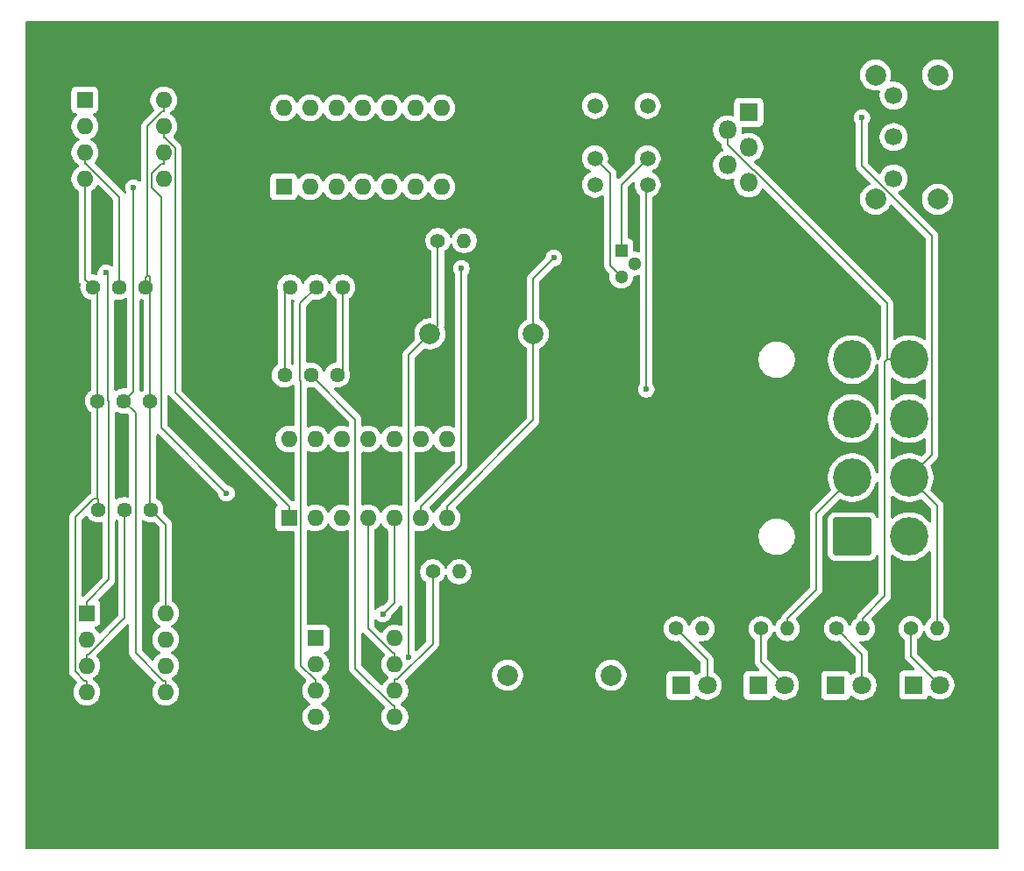
<source format=gbr>
%TF.GenerationSoftware,KiCad,Pcbnew,9.0.4*%
%TF.CreationDate,2025-09-28T20:49:05+05:30*%
%TF.ProjectId,BSPD_v2,42535044-5f76-4322-9e6b-696361645f70,rev?*%
%TF.SameCoordinates,Original*%
%TF.FileFunction,Copper,L2,Bot*%
%TF.FilePolarity,Positive*%
%FSLAX46Y46*%
G04 Gerber Fmt 4.6, Leading zero omitted, Abs format (unit mm)*
G04 Created by KiCad (PCBNEW 9.0.4) date 2025-09-28 20:49:05*
%MOMM*%
%LPD*%
G01*
G04 APERTURE LIST*
G04 Aperture macros list*
%AMRoundRect*
0 Rectangle with rounded corners*
0 $1 Rounding radius*
0 $2 $3 $4 $5 $6 $7 $8 $9 X,Y pos of 4 corners*
0 Add a 4 corners polygon primitive as box body*
4,1,4,$2,$3,$4,$5,$6,$7,$8,$9,$2,$3,0*
0 Add four circle primitives for the rounded corners*
1,1,$1+$1,$2,$3*
1,1,$1+$1,$4,$5*
1,1,$1+$1,$6,$7*
1,1,$1+$1,$8,$9*
0 Add four rect primitives between the rounded corners*
20,1,$1+$1,$2,$3,$4,$5,0*
20,1,$1+$1,$4,$5,$6,$7,0*
20,1,$1+$1,$6,$7,$8,$9,0*
20,1,$1+$1,$8,$9,$2,$3,0*%
G04 Aperture macros list end*
%TA.AperFunction,ComponentPad*%
%ADD10R,1.600000X1.600000*%
%TD*%
%TA.AperFunction,ComponentPad*%
%ADD11O,1.600000X1.600000*%
%TD*%
%TA.AperFunction,ComponentPad*%
%ADD12C,1.400000*%
%TD*%
%TA.AperFunction,ComponentPad*%
%ADD13O,1.400000X1.400000*%
%TD*%
%TA.AperFunction,ComponentPad*%
%ADD14C,1.508000*%
%TD*%
%TA.AperFunction,ComponentPad*%
%ADD15R,1.800000X1.800000*%
%TD*%
%TA.AperFunction,ComponentPad*%
%ADD16C,1.800000*%
%TD*%
%TA.AperFunction,ComponentPad*%
%ADD17C,3.700000*%
%TD*%
%TA.AperFunction,ComponentPad*%
%ADD18RoundRect,0.250002X1.599998X-1.599998X1.599998X1.599998X-1.599998X1.599998X-1.599998X-1.599998X0*%
%TD*%
%TA.AperFunction,ComponentPad*%
%ADD19O,1.800000X1.800000*%
%TD*%
%TA.AperFunction,ComponentPad*%
%ADD20C,1.440000*%
%TD*%
%TA.AperFunction,ComponentPad*%
%ADD21C,1.300000*%
%TD*%
%TA.AperFunction,ComponentPad*%
%ADD22R,1.300000X1.300000*%
%TD*%
%TA.AperFunction,ComponentPad*%
%ADD23C,1.700000*%
%TD*%
%TA.AperFunction,ComponentPad*%
%ADD24C,2.000000*%
%TD*%
%TA.AperFunction,ViaPad*%
%ADD25C,0.600000*%
%TD*%
%TA.AperFunction,Conductor*%
%ADD26C,0.200000*%
%TD*%
G04 APERTURE END LIST*
D10*
%TO.P,U3,1,1OUT*%
%TO.N,Net-(U1-1B)*%
X74380000Y-113500000D03*
D11*
%TO.P,U3,2,1IN-*%
%TO.N,BPS_sensor*%
X74380000Y-116040000D03*
%TO.P,U3,3,1IN+*%
%TO.N,Net-(TRIM2-Center)*%
X74380000Y-118580000D03*
%TO.P,U3,4,GND*%
%TO.N,GND*%
X74380000Y-121120000D03*
%TO.P,U3,5,2IN+*%
%TO.N,Net-(TRIM3-Center)*%
X82000000Y-121120000D03*
%TO.P,U3,6,2IN-*%
%TO.N,BPS_sensor*%
X82000000Y-118580000D03*
%TO.P,U3,7,2OUT*%
%TO.N,Net-(U3-2OUT)*%
X82000000Y-116040000D03*
%TO.P,U3,8,VCC*%
%TO.N,+5V*%
X82000000Y-113500000D03*
%TD*%
D10*
%TO.P,U2,1,1OUT*%
%TO.N,Net-(U1-1A)*%
X74190000Y-63920000D03*
D11*
%TO.P,U2,2,1IN-*%
%TO.N,TPS_sensor*%
X74190000Y-66460000D03*
%TO.P,U2,3,1IN+*%
%TO.N,Net-(TRIM1-Center)*%
X74190000Y-69000000D03*
%TO.P,U2,4,GND*%
%TO.N,GND*%
X74190000Y-71540000D03*
%TO.P,U2,5,2IN+*%
%TO.N,Net-(TRIM3-Center)*%
X81810000Y-71540000D03*
%TO.P,U2,6,2IN-*%
%TO.N,TPS_sensor*%
X81810000Y-69000000D03*
%TO.P,U2,7,2OUT*%
%TO.N,Net-(U2-2OUT)*%
X81810000Y-66460000D03*
%TO.P,U2,8,VCC*%
%TO.N,+5V*%
X81810000Y-63920000D03*
%TD*%
D12*
%TO.P,R6,1*%
%TO.N,Net-(D4-A)*%
X153960000Y-114975000D03*
D13*
%TO.P,R6,2*%
%TO.N,E_ON*%
X156500000Y-114975000D03*
%TD*%
D14*
%TO.P,K2,NC*%
%TO.N,OUT*%
X128540000Y-72100000D03*
%TO.P,K2,NO*%
%TO.N,unconnected-(K2-PadNO)*%
X123460000Y-72100000D03*
%TO.P,K2,A1*%
%TO.N,Net-(T1-E)*%
X123460000Y-69560000D03*
%TO.P,K2,A2*%
%TO.N,GND*%
X128540000Y-69560000D03*
%TO.P,K2,COM_1*%
%TO.N,unconnected-(K2-PadCOM_1)*%
X123460000Y-64480000D03*
%TO.P,K2,COM_2*%
%TO.N,E_ON*%
X128540000Y-64480000D03*
%TD*%
D15*
%TO.P,D4,1,K*%
%TO.N,GND*%
X154225000Y-120450000D03*
D16*
%TO.P,D4,2,A*%
%TO.N,Net-(D4-A)*%
X156765000Y-120450000D03*
%TD*%
D17*
%TO.P,P1,8,8*%
%TO.N,Net-(U6-OUT)*%
X153800000Y-89000000D03*
%TO.P,P1,7,7*%
%TO.N,OUT*%
X153800000Y-94700000D03*
%TO.P,P1,6,6*%
%TO.N,E_ON*%
X153800000Y-100400000D03*
%TO.P,P1,5,5*%
%TO.N,unconnected-(P1-Pad5)*%
X153800000Y-106100000D03*
%TO.P,P1,4,4*%
%TO.N,unconnected-(P1-Pad4)*%
X148300000Y-89000000D03*
%TO.P,P1,3,3*%
%TO.N,unconnected-(P1-Pad3)*%
X148300000Y-94700000D03*
%TO.P,P1,2,2*%
%TO.N,BPS_sensor*%
X148300000Y-100400000D03*
D18*
%TO.P,P1,1,1*%
%TO.N,TPS_sensor*%
X148300000Y-106100000D03*
%TD*%
D13*
%TO.P,R3,2*%
%TO.N,Net-(U6-OUT)*%
X149320000Y-115000000D03*
D12*
%TO.P,R3,1*%
%TO.N,Net-(D3-A)*%
X146780000Y-115000000D03*
%TD*%
%TO.P,R4,1*%
%TO.N,Net-(D2-A)*%
X139500000Y-115000000D03*
D13*
%TO.P,R4,2*%
%TO.N,BPS_sensor*%
X142040000Y-115000000D03*
%TD*%
D12*
%TO.P,R5,1*%
%TO.N,Net-(D1-A)*%
X131280000Y-115000000D03*
D13*
%TO.P,R5,2*%
%TO.N,TPS_sensor*%
X133820000Y-115000000D03*
%TD*%
D15*
%TO.P,D3,1,K*%
%TO.N,GND*%
X146705000Y-120475000D03*
D16*
%TO.P,D3,2,A*%
%TO.N,Net-(D3-A)*%
X149245000Y-120475000D03*
%TD*%
D15*
%TO.P,D2,1,K*%
%TO.N,GND*%
X139225000Y-120475000D03*
D16*
%TO.P,D2,2,A*%
%TO.N,Net-(D2-A)*%
X141765000Y-120475000D03*
%TD*%
D12*
%TO.P,R1,1*%
%TO.N,Net-(U4-1IN-)*%
X108280000Y-77500000D03*
D13*
%TO.P,R1,2*%
%TO.N,Net-(U1-1Y)*%
X110820000Y-77500000D03*
%TD*%
D10*
%TO.P,U4,1,1OUT*%
%TO.N,Net-(U4-1OUT)*%
X96500000Y-115920000D03*
D11*
%TO.P,U4,2,1IN-*%
%TO.N,Net-(U4-1IN-)*%
X96500000Y-118460000D03*
%TO.P,U4,3,1IN+*%
%TO.N,Net-(TRIM4-Center)*%
X96500000Y-121000000D03*
%TO.P,U4,4,GND*%
%TO.N,GND*%
X96500000Y-123540000D03*
%TO.P,U4,5,2IN+*%
%TO.N,Net-(TRIM5-Center)*%
X104120000Y-123540000D03*
%TO.P,U4,6,2IN-*%
%TO.N,Net-(U4-2IN-)*%
X104120000Y-121000000D03*
%TO.P,U4,7,2OUT*%
%TO.N,Net-(U4-2OUT)*%
X104120000Y-118460000D03*
%TO.P,U4,8,VCC*%
%TO.N,+5V*%
X104120000Y-115920000D03*
%TD*%
D19*
%TO.P,U6,5,~{ON}/OFF*%
%TO.N,Net-(U6-~{ON}{slash}OFF)*%
X138298300Y-71900000D03*
%TO.P,U6,4,FB*%
%TO.N,unconnected-(U6-FB-Pad4)*%
X136238300Y-70200000D03*
%TO.P,U6,3,GND*%
%TO.N,GND*%
X138298300Y-68500000D03*
%TO.P,U6,2,OUT*%
%TO.N,Net-(U6-OUT)*%
X136238300Y-66800000D03*
D15*
%TO.P,U6,1,VIN*%
%TO.N,+12V*%
X138298300Y-65100000D03*
%TD*%
D20*
%TO.P,TRIM3,3,Right*%
%TO.N,GND*%
X75420000Y-93000000D03*
%TO.P,TRIM3,2,Center*%
%TO.N,Net-(TRIM3-Center)*%
X77960000Y-93000000D03*
%TO.P,TRIM3,1,Left*%
%TO.N,+5V*%
X80500000Y-93000000D03*
%TD*%
%TO.P,TRIM4,3,Right*%
%TO.N,GND*%
X94000000Y-82000000D03*
%TO.P,TRIM4,2,Center*%
%TO.N,Net-(TRIM4-Center)*%
X96540000Y-82000000D03*
%TO.P,TRIM4,1,Left*%
%TO.N,+5V*%
X99080000Y-82000000D03*
%TD*%
%TO.P,TRIM5,3,Right*%
%TO.N,GND*%
X93470000Y-90500000D03*
%TO.P,TRIM5,2,Center*%
%TO.N,Net-(TRIM5-Center)*%
X96010000Y-90500000D03*
%TO.P,TRIM5,1,Left*%
%TO.N,+5V*%
X98550000Y-90500000D03*
%TD*%
D10*
%TO.P,U1,1,1A*%
%TO.N,Net-(U1-1A)*%
X93400000Y-72300000D03*
D11*
%TO.P,U1,8,3Y*%
%TO.N,unconnected-(U1-3Y-Pad8)*%
X108640000Y-64680000D03*
%TO.P,U1,2,1B*%
%TO.N,Net-(U1-1B)*%
X95940000Y-72300000D03*
%TO.P,U1,9,3A*%
%TO.N,unconnected-(U1-3A-Pad9)*%
X106100000Y-64680000D03*
%TO.P,U1,3,1Y*%
%TO.N,Net-(U1-1Y)*%
X98480000Y-72300000D03*
%TO.P,U1,10,3B*%
%TO.N,unconnected-(U1-3B-Pad10)*%
X103560000Y-64680000D03*
%TO.P,U1,4,2A*%
%TO.N,unconnected-(U1-2A-Pad4)*%
X101020000Y-72300000D03*
%TO.P,U1,11,4Y*%
%TO.N,unconnected-(U1-4Y-Pad11)*%
X101020000Y-64680000D03*
%TO.P,U1,5,2B*%
%TO.N,unconnected-(U1-2B-Pad5)*%
X103560000Y-72300000D03*
%TO.P,U1,12,4A*%
%TO.N,unconnected-(U1-4A-Pad12)*%
X98480000Y-64680000D03*
%TO.P,U1,6,2Y*%
%TO.N,unconnected-(U1-2Y-Pad6)*%
X106100000Y-72300000D03*
%TO.P,U1,13,4B*%
%TO.N,unconnected-(U1-4B-Pad13)*%
X95940000Y-64680000D03*
%TO.P,U1,7,GND*%
%TO.N,GND*%
X108640000Y-72300000D03*
%TO.P,U1,14,VCC*%
%TO.N,+5V*%
X93400000Y-64680000D03*
%TD*%
D10*
%TO.P,U5,1,1A*%
%TO.N,Net-(U2-2OUT)*%
X93900000Y-104300000D03*
D11*
%TO.P,U5,8,3Y*%
%TO.N,unconnected-(U5-3Y-Pad8)*%
X109140000Y-96680000D03*
%TO.P,U5,2,1B*%
%TO.N,Net-(U3-2OUT)*%
X96440000Y-104300000D03*
%TO.P,U5,9,3A*%
%TO.N,unconnected-(U5-3A-Pad9)*%
X106600000Y-96680000D03*
%TO.P,U5,3,1Y*%
%TO.N,Net-(U5-1Y)*%
X98980000Y-104300000D03*
%TO.P,U5,10,3B*%
%TO.N,unconnected-(U5-3B-Pad10)*%
X104060000Y-96680000D03*
%TO.P,U5,4,2A*%
%TO.N,Net-(U4-2OUT)*%
X101520000Y-104300000D03*
%TO.P,U5,11,4Y*%
%TO.N,unconnected-(U5-4Y-Pad11)*%
X101520000Y-96680000D03*
%TO.P,U5,5,2B*%
%TO.N,Net-(U4-1OUT)*%
X104060000Y-104300000D03*
%TO.P,U5,12,4A*%
%TO.N,unconnected-(U5-4A-Pad12)*%
X98980000Y-96680000D03*
%TO.P,U5,6,2Y*%
%TO.N,Net-(T1-B)*%
X106600000Y-104300000D03*
%TO.P,U5,13,4B*%
%TO.N,unconnected-(U5-4B-Pad13)*%
X96440000Y-96680000D03*
%TO.P,U5,7,GND*%
%TO.N,GND*%
X109140000Y-104300000D03*
%TO.P,U5,14,VCC*%
%TO.N,+5V*%
X93900000Y-96680000D03*
%TD*%
D13*
%TO.P,R2,2*%
%TO.N,Net-(U5-1Y)*%
X110320000Y-109500000D03*
D12*
%TO.P,R2,1*%
%TO.N,Net-(U4-2IN-)*%
X107780000Y-109500000D03*
%TD*%
D20*
%TO.P,TRIM2,3,Right*%
%TO.N,GND*%
X75470000Y-103500000D03*
%TO.P,TRIM2,2,Center*%
%TO.N,Net-(TRIM2-Center)*%
X78010000Y-103500000D03*
%TO.P,TRIM2,1,Left*%
%TO.N,+5V*%
X80550000Y-103500000D03*
%TD*%
D21*
%TO.P,T1,3,E*%
%TO.N,Net-(T1-E)*%
X126000000Y-81000000D03*
%TO.P,T1,2,B*%
%TO.N,Net-(T1-B)*%
X127270000Y-79740000D03*
D22*
%TO.P,T1,1,C*%
%TO.N,GND*%
X126000000Y-78460000D03*
%TD*%
D23*
%TO.P,S1,3*%
%TO.N,unconnected-(S1-Pad3)*%
X152298300Y-63500000D03*
%TO.P,S1,2*%
%TO.N,GND*%
X152298300Y-67500000D03*
%TO.P,S1,1*%
%TO.N,Net-(U6-~{ON}{slash}OFF)*%
X152298300Y-71500000D03*
D24*
%TO.P,S1,*%
%TO.N,*%
X156548300Y-61500000D03*
X150548300Y-61500000D03*
X156548300Y-73500000D03*
X150548300Y-73500000D03*
%TD*%
D20*
%TO.P,TRIM1,3,Right*%
%TO.N,GND*%
X74960000Y-82000000D03*
%TO.P,TRIM1,2,Center*%
%TO.N,Net-(TRIM1-Center)*%
X77500000Y-82000000D03*
%TO.P,TRIM1,1,Left*%
%TO.N,+5V*%
X80040000Y-82000000D03*
%TD*%
D24*
%TO.P,C2,1*%
%TO.N,Net-(U4-2IN-)*%
X115000000Y-119500000D03*
%TO.P,C2,2*%
%TO.N,GND*%
X125000000Y-119500000D03*
%TD*%
%TO.P,C1,1*%
%TO.N,Net-(U4-1IN-)*%
X107500000Y-86500000D03*
%TO.P,C1,2*%
%TO.N,GND*%
X117500000Y-86500000D03*
%TD*%
D15*
%TO.P,D1,1,K*%
%TO.N,GND*%
X131745000Y-120475000D03*
D16*
%TO.P,D1,2,A*%
%TO.N,Net-(D1-A)*%
X134285000Y-120475000D03*
%TD*%
D25*
%TO.N,E_ON*%
X149234500Y-65611400D03*
%TO.N,Net-(U4-1OUT)*%
X102968000Y-113602000D03*
%TO.N,Net-(U1-1B)*%
X76230100Y-80626000D03*
%TO.N,Net-(TRIM3-Center)*%
X78885000Y-72373200D03*
%TO.N,Net-(T1-B)*%
X110549100Y-80200900D03*
%TO.N,TPS_sensor*%
X87877500Y-101925000D03*
%TO.N,OUT*%
X128403900Y-91872500D03*
%TO.N,Net-(U4-1IN-)*%
X105423000Y-117783000D03*
%TO.N,GND*%
X119476500Y-79191000D03*
%TD*%
D26*
%TO.N,E_ON*%
X156500000Y-103100000D02*
X156500000Y-114975000D01*
X153800000Y-100400000D02*
X156500000Y-103100000D01*
X149234500Y-70276100D02*
X149234500Y-65611400D01*
X155987200Y-77028800D02*
X149234500Y-70276100D01*
X155987200Y-98212800D02*
X155987200Y-77028800D01*
X153800000Y-100400000D02*
X155987200Y-98212800D01*
%TO.N,Net-(D4-A)*%
X153960000Y-117645000D02*
X153960000Y-114975000D01*
X156765000Y-120450000D02*
X153960000Y-117645000D01*
%TO.N,Net-(U4-2OUT)*%
X103891700Y-117358300D02*
X104120000Y-117358300D01*
X101520000Y-114986600D02*
X103891700Y-117358300D01*
X101520000Y-104300000D02*
X101520000Y-114986600D01*
X104120000Y-118460000D02*
X104120000Y-117358300D01*
%TO.N,Net-(U4-1OUT)*%
X104060000Y-112510000D02*
X102968000Y-113602000D01*
X104060000Y-104300000D02*
X104060000Y-112510000D01*
%TO.N,Net-(U2-2OUT)*%
X82911700Y-92210000D02*
X93900000Y-103198300D01*
X82911700Y-68525600D02*
X82911700Y-92210000D01*
X81947800Y-67561700D02*
X82911700Y-68525600D01*
X81810000Y-67561700D02*
X81947800Y-67561700D01*
X81810000Y-66460000D02*
X81810000Y-67561700D01*
X93900000Y-104300000D02*
X93900000Y-103198300D01*
%TO.N,Net-(U1-1B)*%
X76516300Y-110262000D02*
X74380000Y-112398300D01*
X76516300Y-92999000D02*
X76516300Y-110262000D01*
X76441700Y-92924400D02*
X76516300Y-92999000D01*
X76441700Y-80837600D02*
X76441700Y-92924400D01*
X76230100Y-80626000D02*
X76441700Y-80837600D01*
X74380000Y-113500000D02*
X74380000Y-112398300D01*
%TO.N,Net-(TRIM5-Center)*%
X103891700Y-122438300D02*
X104120000Y-122438300D01*
X100310000Y-118856600D02*
X103891700Y-122438300D01*
X100310000Y-94800000D02*
X100310000Y-118856600D01*
X96010000Y-90500000D02*
X100310000Y-94800000D01*
X104120000Y-123540000D02*
X104120000Y-122438300D01*
%TO.N,Net-(TRIM4-Center)*%
X94967500Y-83572500D02*
X96540000Y-82000000D01*
X94967500Y-91005800D02*
X94967500Y-83572500D01*
X95041400Y-91079700D02*
X94967500Y-91005800D01*
X95041400Y-118577400D02*
X95041400Y-91079700D01*
X96362300Y-119898300D02*
X95041400Y-118577400D01*
X96500000Y-119898300D02*
X96362300Y-119898300D01*
X96500000Y-121000000D02*
X96500000Y-119898300D01*
%TO.N,Net-(TRIM3-Center)*%
X78885000Y-92075000D02*
X78885000Y-72373200D01*
X77960000Y-93000000D02*
X78885000Y-92075000D01*
X82000000Y-121120000D02*
X82000000Y-120018300D01*
X81771700Y-120018300D02*
X82000000Y-120018300D01*
X79075500Y-117322100D02*
X81771700Y-120018300D01*
X79075500Y-94115500D02*
X79075500Y-117322100D01*
X77960000Y-93000000D02*
X79075500Y-94115500D01*
%TO.N,Net-(TRIM2-Center)*%
X74380000Y-118580000D02*
X74380000Y-117478300D01*
X74517700Y-117478300D02*
X74380000Y-117478300D01*
X78010000Y-113986000D02*
X74517700Y-117478300D01*
X78010000Y-103500000D02*
X78010000Y-113986000D01*
%TO.N,+5V*%
X99080000Y-89970000D02*
X98550000Y-90500000D01*
X99080000Y-82000000D02*
X99080000Y-89970000D01*
X81810000Y-63920000D02*
X81810000Y-65021700D01*
X82000000Y-104950000D02*
X80550000Y-103500000D01*
X82000000Y-113500000D02*
X82000000Y-104950000D01*
X80240800Y-66453200D02*
X80240800Y-80933600D01*
X81672300Y-65021700D02*
X80240800Y-66453200D01*
X81810000Y-65021700D02*
X81672300Y-65021700D01*
X80040000Y-81134400D02*
X80240800Y-80933600D01*
X80040000Y-82000000D02*
X80040000Y-81134400D01*
X80500000Y-80992000D02*
X80500000Y-93000000D01*
X80441600Y-80933600D02*
X80500000Y-80992000D01*
X80240800Y-80933600D02*
X80441600Y-80933600D01*
X80500000Y-103450000D02*
X80550000Y-103500000D01*
X80500000Y-93000000D02*
X80500000Y-103450000D01*
%TO.N,Net-(TRIM1-Center)*%
X77500000Y-73274000D02*
X77500000Y-82000000D01*
X74327700Y-70101700D02*
X77500000Y-73274000D01*
X74190000Y-70101700D02*
X74327700Y-70101700D01*
X74190000Y-69000000D02*
X74190000Y-70101700D01*
%TO.N,Net-(T1-B)*%
X106600000Y-104300000D02*
X106600000Y-103198300D01*
X110549100Y-99249200D02*
X106600000Y-103198300D01*
X110549100Y-80200900D02*
X110549100Y-99249200D01*
%TO.N,Net-(U6-OUT)*%
X149320000Y-115000000D02*
X149320000Y-113998300D01*
X151450200Y-89199900D02*
X151650100Y-89000000D01*
X151450200Y-111868100D02*
X151450200Y-89199900D01*
X149320000Y-113998300D02*
X151450200Y-111868100D01*
X151650100Y-89000000D02*
X153800000Y-89000000D01*
X136238300Y-68226900D02*
X136238300Y-66800000D01*
X138709700Y-70698300D02*
X136238300Y-68226900D01*
X138799300Y-70698300D02*
X138709700Y-70698300D01*
X151650100Y-83549100D02*
X138799300Y-70698300D01*
X151650100Y-89000000D02*
X151650100Y-83549100D01*
%TO.N,BPS_sensor*%
X144824400Y-103875600D02*
X148300000Y-100400000D01*
X144824400Y-111213900D02*
X144824400Y-103875600D01*
X142040000Y-113998300D02*
X144824400Y-111213900D01*
X142040000Y-115000000D02*
X142040000Y-113998300D01*
%TO.N,TPS_sensor*%
X81581700Y-70101700D02*
X81810000Y-70101700D01*
X80663900Y-71019500D02*
X81581700Y-70101700D01*
X80663900Y-72415800D02*
X80663900Y-71019500D01*
X81544900Y-73296800D02*
X80663900Y-72415800D01*
X81544900Y-95592400D02*
X81544900Y-73296800D01*
X87877500Y-101925000D02*
X81544900Y-95592400D01*
X81810000Y-69000000D02*
X81810000Y-70101700D01*
%TO.N,Net-(T1-E)*%
X124945800Y-71045800D02*
X123460000Y-69560000D01*
X124945900Y-71045800D02*
X124945800Y-71045800D01*
X124945900Y-79945900D02*
X124945900Y-71045800D01*
X126000000Y-81000000D02*
X124945900Y-79945900D01*
%TO.N,OUT*%
X128403900Y-72236100D02*
X128540000Y-72100000D01*
X128403900Y-91872500D02*
X128403900Y-72236100D01*
%TO.N,Net-(D3-A)*%
X149245000Y-117465000D02*
X149245000Y-120475000D01*
X146780000Y-115000000D02*
X149245000Y-117465000D01*
%TO.N,Net-(D2-A)*%
X139500000Y-118210000D02*
X141765000Y-120475000D01*
X139500000Y-115000000D02*
X139500000Y-118210000D01*
%TO.N,Net-(D1-A)*%
X134285000Y-118005000D02*
X134285000Y-120475000D01*
X131280000Y-115000000D02*
X134285000Y-118005000D01*
%TO.N,Net-(U4-2IN-)*%
X104348300Y-119898300D02*
X104120000Y-119898300D01*
X107780000Y-116466600D02*
X104348300Y-119898300D01*
X107780000Y-109500000D02*
X107780000Y-116466600D01*
X104120000Y-121000000D02*
X104120000Y-119898300D01*
%TO.N,Net-(U4-1IN-)*%
X108280000Y-85720000D02*
X107500000Y-86500000D01*
X108280000Y-77500000D02*
X108280000Y-85720000D01*
X105423000Y-88577000D02*
X107500000Y-86500000D01*
X105423000Y-117783000D02*
X105423000Y-88577000D01*
%TO.N,GND*%
X93470000Y-82530000D02*
X93470000Y-90500000D01*
X94000000Y-82000000D02*
X93470000Y-82530000D01*
X74190000Y-81230000D02*
X74960000Y-82000000D01*
X74190000Y-71540000D02*
X74190000Y-81230000D01*
X75420000Y-82460000D02*
X75420000Y-93000000D01*
X74960000Y-82000000D02*
X75420000Y-82460000D01*
X126000000Y-72100000D02*
X128540000Y-69560000D01*
X126000000Y-78460000D02*
X126000000Y-72100000D01*
X74380000Y-121120000D02*
X74380000Y-120018300D01*
X75420000Y-93000000D02*
X75420000Y-102460500D01*
X75470000Y-102510500D02*
X75420000Y-102460500D01*
X75470000Y-103500000D02*
X75470000Y-102510500D01*
X74151700Y-120018300D02*
X74380000Y-120018300D01*
X73269000Y-119135600D02*
X74151700Y-120018300D01*
X73269000Y-104248700D02*
X73269000Y-119135600D01*
X75057200Y-102460500D02*
X73269000Y-104248700D01*
X75420000Y-102460500D02*
X75057200Y-102460500D01*
X117500000Y-81167500D02*
X117500000Y-86500000D01*
X119476500Y-79191000D02*
X117500000Y-81167500D01*
X117500000Y-94838300D02*
X117500000Y-86500000D01*
X109140000Y-103198300D02*
X117500000Y-94838300D01*
X109140000Y-104300000D02*
X109140000Y-103198300D01*
%TD*%
%TA.AperFunction,NonConductor*%
G36*
X162393039Y-56329685D02*
G01*
X162438794Y-56382489D01*
X162450000Y-56434000D01*
X162450000Y-136186000D01*
X162430315Y-136253039D01*
X162377511Y-136298794D01*
X162326000Y-136310000D01*
X68574000Y-136310000D01*
X68506961Y-136290315D01*
X68461206Y-136237511D01*
X68450000Y-136186000D01*
X68450000Y-119214654D01*
X72668498Y-119214654D01*
X72668499Y-119214657D01*
X72709423Y-119367385D01*
X72712825Y-119373277D01*
X72717806Y-119381906D01*
X72717808Y-119381908D01*
X72788477Y-119504312D01*
X72788481Y-119504317D01*
X72907349Y-119623185D01*
X72907355Y-119623190D01*
X73384809Y-120100644D01*
X73418294Y-120161967D01*
X73413310Y-120231659D01*
X73389942Y-120268018D01*
X73391191Y-120269085D01*
X73388028Y-120272786D01*
X73267715Y-120438386D01*
X73174781Y-120620776D01*
X73111522Y-120815465D01*
X73079500Y-121017648D01*
X73079500Y-121222351D01*
X73111522Y-121424534D01*
X73174781Y-121619223D01*
X73238691Y-121744653D01*
X73253082Y-121772896D01*
X73267715Y-121801613D01*
X73388028Y-121967213D01*
X73532786Y-122111971D01*
X73687749Y-122224556D01*
X73698390Y-122232287D01*
X73814607Y-122291503D01*
X73880776Y-122325218D01*
X73880778Y-122325218D01*
X73880781Y-122325220D01*
X73985137Y-122359127D01*
X74075465Y-122388477D01*
X74176557Y-122404488D01*
X74277648Y-122420500D01*
X74277649Y-122420500D01*
X74482351Y-122420500D01*
X74482352Y-122420500D01*
X74684534Y-122388477D01*
X74879219Y-122325220D01*
X75061610Y-122232287D01*
X75161773Y-122159515D01*
X75227213Y-122111971D01*
X75227215Y-122111968D01*
X75227219Y-122111966D01*
X75371966Y-121967219D01*
X75371968Y-121967215D01*
X75371971Y-121967213D01*
X75438604Y-121875499D01*
X75492287Y-121801610D01*
X75585220Y-121619219D01*
X75648477Y-121424534D01*
X75680500Y-121222352D01*
X75680500Y-121017648D01*
X75648477Y-120815466D01*
X75585220Y-120620781D01*
X75585218Y-120620778D01*
X75585218Y-120620776D01*
X75551503Y-120554607D01*
X75492287Y-120438390D01*
X75480732Y-120422486D01*
X75371971Y-120272786D01*
X75227213Y-120128028D01*
X75061610Y-120007712D01*
X75061607Y-120007710D01*
X75038111Y-119995738D01*
X75013553Y-119972544D01*
X74988527Y-119949793D01*
X74987889Y-119948304D01*
X74987316Y-119947763D01*
X74974634Y-119917352D01*
X74958009Y-119855305D01*
X74959672Y-119785458D01*
X74998834Y-119727595D01*
X75021490Y-119712729D01*
X75029743Y-119708524D01*
X75061610Y-119692287D01*
X75111144Y-119656298D01*
X75227213Y-119571971D01*
X75227215Y-119571968D01*
X75227219Y-119571966D01*
X75371966Y-119427219D01*
X75371968Y-119427215D01*
X75371971Y-119427213D01*
X75437426Y-119337120D01*
X75492287Y-119261610D01*
X75585220Y-119079219D01*
X75648477Y-118884534D01*
X75680500Y-118682352D01*
X75680500Y-118477648D01*
X75650629Y-118289054D01*
X75648477Y-118275465D01*
X75602052Y-118132585D01*
X75585220Y-118080781D01*
X75585218Y-118080778D01*
X75585218Y-118080776D01*
X75524323Y-117961264D01*
X75492287Y-117898390D01*
X75476590Y-117876785D01*
X75371971Y-117732786D01*
X75329890Y-117690705D01*
X75296405Y-117629382D01*
X75301389Y-117559690D01*
X75329886Y-117515348D01*
X78263319Y-114581914D01*
X78324642Y-114548430D01*
X78394334Y-114553414D01*
X78450267Y-114595286D01*
X78474684Y-114660750D01*
X78475000Y-114669596D01*
X78475000Y-117235430D01*
X78474999Y-117235448D01*
X78474999Y-117401154D01*
X78474998Y-117401154D01*
X78474999Y-117401157D01*
X78502011Y-117501967D01*
X78515924Y-117553887D01*
X78517918Y-117557339D01*
X78517923Y-117557360D01*
X78517928Y-117557358D01*
X78594975Y-117690809D01*
X78594981Y-117690817D01*
X78713849Y-117809685D01*
X78713854Y-117809689D01*
X81004809Y-120100645D01*
X81038293Y-120161966D01*
X81033309Y-120231658D01*
X81009988Y-120268034D01*
X81011202Y-120269071D01*
X81008033Y-120272781D01*
X80887715Y-120438386D01*
X80794781Y-120620776D01*
X80731522Y-120815465D01*
X80699500Y-121017648D01*
X80699500Y-121222351D01*
X80731522Y-121424534D01*
X80794781Y-121619223D01*
X80858691Y-121744653D01*
X80873082Y-121772896D01*
X80887715Y-121801613D01*
X81008028Y-121967213D01*
X81152786Y-122111971D01*
X81307749Y-122224556D01*
X81318390Y-122232287D01*
X81434607Y-122291503D01*
X81500776Y-122325218D01*
X81500778Y-122325218D01*
X81500781Y-122325220D01*
X81605137Y-122359127D01*
X81695465Y-122388477D01*
X81796557Y-122404488D01*
X81897648Y-122420500D01*
X81897649Y-122420500D01*
X82102351Y-122420500D01*
X82102352Y-122420500D01*
X82304534Y-122388477D01*
X82499219Y-122325220D01*
X82681610Y-122232287D01*
X82781773Y-122159515D01*
X82847213Y-122111971D01*
X82847215Y-122111968D01*
X82847219Y-122111966D01*
X82991966Y-121967219D01*
X82991968Y-121967215D01*
X82991971Y-121967213D01*
X83058604Y-121875499D01*
X83112287Y-121801610D01*
X83205220Y-121619219D01*
X83268477Y-121424534D01*
X83300500Y-121222352D01*
X83300500Y-121017648D01*
X83268477Y-120815466D01*
X83205220Y-120620781D01*
X83205218Y-120620778D01*
X83205218Y-120620776D01*
X83171503Y-120554607D01*
X83112287Y-120438390D01*
X83100732Y-120422486D01*
X82991971Y-120272786D01*
X82847213Y-120128028D01*
X82681610Y-120007712D01*
X82681607Y-120007710D01*
X82658111Y-119995738D01*
X82633553Y-119972544D01*
X82608527Y-119949793D01*
X82607889Y-119948304D01*
X82607316Y-119947763D01*
X82594634Y-119917352D01*
X82578009Y-119855305D01*
X82579672Y-119785458D01*
X82618834Y-119727595D01*
X82641490Y-119712729D01*
X82649743Y-119708524D01*
X82681610Y-119692287D01*
X82731144Y-119656298D01*
X82847213Y-119571971D01*
X82847215Y-119571968D01*
X82847219Y-119571966D01*
X82991966Y-119427219D01*
X82991968Y-119427215D01*
X82991971Y-119427213D01*
X83057426Y-119337120D01*
X83112287Y-119261610D01*
X83205220Y-119079219D01*
X83268477Y-118884534D01*
X83300500Y-118682352D01*
X83300500Y-118477648D01*
X83270629Y-118289054D01*
X83268477Y-118275465D01*
X83222052Y-118132585D01*
X83205220Y-118080781D01*
X83205218Y-118080778D01*
X83205218Y-118080776D01*
X83144323Y-117961264D01*
X83112287Y-117898390D01*
X83096590Y-117876785D01*
X82991971Y-117732786D01*
X82847213Y-117588028D01*
X82681614Y-117467715D01*
X82675006Y-117464348D01*
X82588917Y-117420483D01*
X82538123Y-117372511D01*
X82521328Y-117304690D01*
X82543865Y-117238555D01*
X82588917Y-117199516D01*
X82681610Y-117152287D01*
X82740250Y-117109683D01*
X82847213Y-117031971D01*
X82847215Y-117031968D01*
X82847219Y-117031966D01*
X82991966Y-116887219D01*
X82991968Y-116887215D01*
X82991971Y-116887213D01*
X83078675Y-116767873D01*
X83112287Y-116721610D01*
X83205220Y-116539219D01*
X83268477Y-116344534D01*
X83300500Y-116142352D01*
X83300500Y-115937648D01*
X83293063Y-115890692D01*
X83268477Y-115735465D01*
X83225826Y-115604199D01*
X83205220Y-115540781D01*
X83205218Y-115540778D01*
X83205218Y-115540776D01*
X83155989Y-115444160D01*
X83112287Y-115358390D01*
X83098342Y-115339196D01*
X82991971Y-115192786D01*
X82847213Y-115048028D01*
X82681614Y-114927715D01*
X82642016Y-114907539D01*
X82588917Y-114880483D01*
X82538123Y-114832511D01*
X82521328Y-114764690D01*
X82543865Y-114698555D01*
X82588917Y-114659516D01*
X82681610Y-114612287D01*
X82723414Y-114581915D01*
X82847213Y-114491971D01*
X82847215Y-114491968D01*
X82847219Y-114491966D01*
X82991966Y-114347219D01*
X82991968Y-114347215D01*
X82991971Y-114347213D01*
X83081642Y-114223789D01*
X83112287Y-114181610D01*
X83205220Y-113999219D01*
X83268477Y-113804534D01*
X83300500Y-113602352D01*
X83300500Y-113397648D01*
X83268477Y-113195466D01*
X83205220Y-113000781D01*
X83205218Y-113000778D01*
X83205218Y-113000776D01*
X83171503Y-112934607D01*
X83112287Y-112818390D01*
X83066735Y-112755692D01*
X82991971Y-112652786D01*
X82847213Y-112508028D01*
X82681610Y-112387712D01*
X82668200Y-112380879D01*
X82617406Y-112332903D01*
X82600500Y-112270397D01*
X82600500Y-105039060D01*
X82600501Y-105039047D01*
X82600501Y-104870944D01*
X82593245Y-104843865D01*
X82559577Y-104718216D01*
X82542888Y-104689310D01*
X82480524Y-104581290D01*
X82480518Y-104581282D01*
X81777546Y-103878310D01*
X81744061Y-103816987D01*
X81742754Y-103771234D01*
X81770500Y-103596055D01*
X81770500Y-103403945D01*
X81740447Y-103214199D01*
X81701268Y-103093617D01*
X81681083Y-103031493D01*
X81644625Y-102959941D01*
X81593865Y-102860319D01*
X81480945Y-102704898D01*
X81345102Y-102569055D01*
X81267391Y-102512595D01*
X81189679Y-102456133D01*
X81168205Y-102445192D01*
X81117409Y-102397217D01*
X81100500Y-102334707D01*
X81100500Y-96296597D01*
X81120185Y-96229558D01*
X81172989Y-96183803D01*
X81242147Y-96173859D01*
X81305703Y-96202884D01*
X81312181Y-96208916D01*
X87042925Y-101939660D01*
X87076410Y-102000983D01*
X87076861Y-102003149D01*
X87107761Y-102158491D01*
X87107764Y-102158501D01*
X87168102Y-102304172D01*
X87168109Y-102304185D01*
X87255710Y-102435288D01*
X87255713Y-102435292D01*
X87367207Y-102546786D01*
X87367211Y-102546789D01*
X87498314Y-102634390D01*
X87498327Y-102634397D01*
X87618844Y-102684316D01*
X87644003Y-102694737D01*
X87798653Y-102725499D01*
X87798656Y-102725500D01*
X87798658Y-102725500D01*
X87956344Y-102725500D01*
X87956345Y-102725499D01*
X88110997Y-102694737D01*
X88256679Y-102634394D01*
X88387789Y-102546789D01*
X88499289Y-102435289D01*
X88586894Y-102304179D01*
X88647237Y-102158497D01*
X88678000Y-102003842D01*
X88678000Y-101846158D01*
X88678000Y-101846155D01*
X88677999Y-101846153D01*
X88675332Y-101832746D01*
X88647237Y-101691503D01*
X88647235Y-101691498D01*
X88586897Y-101545827D01*
X88586890Y-101545814D01*
X88499289Y-101414711D01*
X88499286Y-101414707D01*
X88387792Y-101303213D01*
X88387788Y-101303210D01*
X88256685Y-101215609D01*
X88256672Y-101215602D01*
X88111001Y-101155264D01*
X88110991Y-101155261D01*
X87955651Y-101124362D01*
X87893741Y-101091977D01*
X87892162Y-101090426D01*
X82181719Y-95379983D01*
X82148234Y-95318660D01*
X82145400Y-95292302D01*
X82145400Y-92546504D01*
X82165085Y-92479465D01*
X82217889Y-92433710D01*
X82287047Y-92423766D01*
X82350603Y-92452791D01*
X82376786Y-92484503D01*
X82412582Y-92546504D01*
X82431181Y-92578717D01*
X82550049Y-92697585D01*
X82550055Y-92697590D01*
X92785646Y-102933181D01*
X92819131Y-102994504D01*
X92814147Y-103064196D01*
X92772278Y-103120127D01*
X92742453Y-103142454D01*
X92742452Y-103142455D01*
X92656206Y-103257664D01*
X92656202Y-103257671D01*
X92605908Y-103392517D01*
X92599501Y-103452116D01*
X92599500Y-103452135D01*
X92599500Y-105147870D01*
X92599501Y-105147876D01*
X92605908Y-105207483D01*
X92656202Y-105342328D01*
X92656206Y-105342335D01*
X92742452Y-105457544D01*
X92742455Y-105457547D01*
X92857664Y-105543793D01*
X92857671Y-105543797D01*
X92992517Y-105594091D01*
X92992516Y-105594091D01*
X92999444Y-105594835D01*
X93052127Y-105600500D01*
X94316900Y-105600499D01*
X94383939Y-105620184D01*
X94429694Y-105672987D01*
X94440900Y-105724499D01*
X94440900Y-118490730D01*
X94440899Y-118490748D01*
X94440899Y-118656454D01*
X94440898Y-118656454D01*
X94481823Y-118809185D01*
X94510758Y-118859300D01*
X94510759Y-118859304D01*
X94510760Y-118859304D01*
X94560879Y-118946114D01*
X94560881Y-118946117D01*
X94679749Y-119064985D01*
X94679755Y-119064990D01*
X95550107Y-119935343D01*
X95583592Y-119996666D01*
X95578608Y-120066358D01*
X95550109Y-120110703D01*
X95508036Y-120152777D01*
X95508030Y-120152784D01*
X95387715Y-120318386D01*
X95294781Y-120500776D01*
X95231522Y-120695465D01*
X95199500Y-120897648D01*
X95199500Y-121102351D01*
X95231522Y-121304534D01*
X95294781Y-121499223D01*
X95317211Y-121543243D01*
X95383230Y-121672812D01*
X95387715Y-121681613D01*
X95508028Y-121847213D01*
X95652786Y-121991971D01*
X95807749Y-122104556D01*
X95818390Y-122112287D01*
X95887686Y-122147595D01*
X95911080Y-122159515D01*
X95961876Y-122207490D01*
X95978671Y-122275311D01*
X95956134Y-122341446D01*
X95911080Y-122380485D01*
X95818386Y-122427715D01*
X95652786Y-122548028D01*
X95508028Y-122692786D01*
X95387715Y-122858386D01*
X95294781Y-123040776D01*
X95231522Y-123235465D01*
X95199500Y-123437648D01*
X95199500Y-123642351D01*
X95231522Y-123844534D01*
X95294781Y-124039223D01*
X95387715Y-124221613D01*
X95508028Y-124387213D01*
X95652786Y-124531971D01*
X95807749Y-124644556D01*
X95818390Y-124652287D01*
X95934607Y-124711503D01*
X96000776Y-124745218D01*
X96000778Y-124745218D01*
X96000781Y-124745220D01*
X96105137Y-124779127D01*
X96195465Y-124808477D01*
X96296557Y-124824488D01*
X96397648Y-124840500D01*
X96397649Y-124840500D01*
X96602351Y-124840500D01*
X96602352Y-124840500D01*
X96804534Y-124808477D01*
X96999219Y-124745220D01*
X97181610Y-124652287D01*
X97274590Y-124584732D01*
X97347213Y-124531971D01*
X97347215Y-124531968D01*
X97347219Y-124531966D01*
X97491966Y-124387219D01*
X97491968Y-124387215D01*
X97491971Y-124387213D01*
X97544732Y-124314590D01*
X97612287Y-124221610D01*
X97705220Y-124039219D01*
X97768477Y-123844534D01*
X97800500Y-123642352D01*
X97800500Y-123437648D01*
X97768477Y-123235466D01*
X97705220Y-123040781D01*
X97705218Y-123040778D01*
X97705218Y-123040776D01*
X97671503Y-122974607D01*
X97612287Y-122858390D01*
X97604556Y-122847749D01*
X97491971Y-122692786D01*
X97347213Y-122548028D01*
X97181614Y-122427715D01*
X97158108Y-122415738D01*
X97088917Y-122380483D01*
X97038123Y-122332511D01*
X97021328Y-122264690D01*
X97043865Y-122198555D01*
X97088917Y-122159516D01*
X97181610Y-122112287D01*
X97202770Y-122096913D01*
X97347213Y-121991971D01*
X97347215Y-121991968D01*
X97347219Y-121991966D01*
X97491966Y-121847219D01*
X97491968Y-121847215D01*
X97491971Y-121847213D01*
X97564128Y-121747896D01*
X97612287Y-121681610D01*
X97705220Y-121499219D01*
X97768477Y-121304534D01*
X97800500Y-121102352D01*
X97800500Y-120897648D01*
X97799378Y-120890566D01*
X97768477Y-120695465D01*
X97739127Y-120605137D01*
X97705220Y-120500781D01*
X97705218Y-120500778D01*
X97705218Y-120500776D01*
X97665327Y-120422486D01*
X97612287Y-120318390D01*
X97579154Y-120272786D01*
X97491971Y-120152786D01*
X97347213Y-120008028D01*
X97181610Y-119887712D01*
X97181607Y-119887710D01*
X97158111Y-119875738D01*
X97133553Y-119852544D01*
X97108527Y-119829793D01*
X97107889Y-119828304D01*
X97107316Y-119827763D01*
X97094634Y-119797352D01*
X97078009Y-119735305D01*
X97079672Y-119665458D01*
X97118834Y-119607595D01*
X97141490Y-119592729D01*
X97181610Y-119572287D01*
X97243783Y-119527116D01*
X97347213Y-119451971D01*
X97347215Y-119451968D01*
X97347219Y-119451966D01*
X97491966Y-119307219D01*
X97491968Y-119307215D01*
X97491971Y-119307213D01*
X97551471Y-119225317D01*
X97612287Y-119141610D01*
X97705220Y-118959219D01*
X97768477Y-118764534D01*
X97800500Y-118562352D01*
X97800500Y-118357648D01*
X97788002Y-118278739D01*
X97768477Y-118155465D01*
X97722420Y-118013717D01*
X97705220Y-117960781D01*
X97705218Y-117960778D01*
X97705218Y-117960776D01*
X97662422Y-117876785D01*
X97612287Y-117778390D01*
X97579154Y-117732786D01*
X97491971Y-117612786D01*
X97347219Y-117468034D01*
X97310930Y-117441669D01*
X97268264Y-117386339D01*
X97262285Y-117316726D01*
X97294890Y-117254931D01*
X97355728Y-117220573D01*
X97370562Y-117218060D01*
X97407483Y-117214091D01*
X97542328Y-117163797D01*
X97542327Y-117163797D01*
X97542331Y-117163796D01*
X97657546Y-117077546D01*
X97743796Y-116962331D01*
X97794091Y-116827483D01*
X97800500Y-116767873D01*
X97800499Y-115072128D01*
X97794091Y-115012517D01*
X97754938Y-114907543D01*
X97743797Y-114877671D01*
X97743793Y-114877664D01*
X97657547Y-114762455D01*
X97657544Y-114762452D01*
X97542335Y-114676206D01*
X97542328Y-114676202D01*
X97407482Y-114625908D01*
X97407483Y-114625908D01*
X97347883Y-114619501D01*
X97347881Y-114619500D01*
X97347873Y-114619500D01*
X97347865Y-114619500D01*
X95765900Y-114619500D01*
X95698861Y-114599815D01*
X95653106Y-114547011D01*
X95641900Y-114495500D01*
X95641900Y-105555282D01*
X95661585Y-105488243D01*
X95714389Y-105442488D01*
X95783547Y-105432544D01*
X95822193Y-105444796D01*
X95839499Y-105453614D01*
X95940776Y-105505218D01*
X95940778Y-105505218D01*
X95940781Y-105505220D01*
X96035857Y-105536112D01*
X96135465Y-105568477D01*
X96231844Y-105583742D01*
X96337648Y-105600500D01*
X96337649Y-105600500D01*
X96542351Y-105600500D01*
X96542352Y-105600500D01*
X96744534Y-105568477D01*
X96939219Y-105505220D01*
X97121610Y-105412287D01*
X97238101Y-105327652D01*
X97287213Y-105291971D01*
X97287215Y-105291968D01*
X97287219Y-105291966D01*
X97431966Y-105147219D01*
X97431968Y-105147215D01*
X97431971Y-105147213D01*
X97552284Y-104981614D01*
X97552285Y-104981613D01*
X97552287Y-104981610D01*
X97599516Y-104888917D01*
X97647489Y-104838123D01*
X97715310Y-104821328D01*
X97781445Y-104843865D01*
X97820483Y-104888917D01*
X97848213Y-104943339D01*
X97867715Y-104981614D01*
X97988028Y-105147213D01*
X98132786Y-105291971D01*
X98287749Y-105404556D01*
X98298390Y-105412287D01*
X98405484Y-105466854D01*
X98480776Y-105505218D01*
X98480778Y-105505218D01*
X98480781Y-105505220D01*
X98575857Y-105536112D01*
X98675465Y-105568477D01*
X98771844Y-105583742D01*
X98877648Y-105600500D01*
X98877649Y-105600500D01*
X99082351Y-105600500D01*
X99082352Y-105600500D01*
X99284534Y-105568477D01*
X99479219Y-105505220D01*
X99529205Y-105479750D01*
X99597873Y-105466854D01*
X99662613Y-105493129D01*
X99702871Y-105550235D01*
X99709500Y-105590235D01*
X99709500Y-118769930D01*
X99709499Y-118769948D01*
X99709499Y-118935654D01*
X99709498Y-118935654D01*
X99718389Y-118968834D01*
X99750423Y-119088385D01*
X99754597Y-119095615D01*
X99760709Y-119106202D01*
X99760711Y-119106204D01*
X99829477Y-119225312D01*
X99829481Y-119225317D01*
X99948349Y-119344185D01*
X99948354Y-119344189D01*
X103124809Y-122520645D01*
X103158293Y-122581966D01*
X103153309Y-122651658D01*
X103129988Y-122688034D01*
X103131202Y-122689071D01*
X103128033Y-122692781D01*
X103007715Y-122858386D01*
X102914781Y-123040776D01*
X102851522Y-123235465D01*
X102819500Y-123437648D01*
X102819500Y-123642351D01*
X102851522Y-123844534D01*
X102914781Y-124039223D01*
X103007715Y-124221613D01*
X103128028Y-124387213D01*
X103272786Y-124531971D01*
X103427749Y-124644556D01*
X103438390Y-124652287D01*
X103554607Y-124711503D01*
X103620776Y-124745218D01*
X103620778Y-124745218D01*
X103620781Y-124745220D01*
X103725137Y-124779127D01*
X103815465Y-124808477D01*
X103916557Y-124824488D01*
X104017648Y-124840500D01*
X104017649Y-124840500D01*
X104222351Y-124840500D01*
X104222352Y-124840500D01*
X104424534Y-124808477D01*
X104619219Y-124745220D01*
X104801610Y-124652287D01*
X104894590Y-124584732D01*
X104967213Y-124531971D01*
X104967215Y-124531968D01*
X104967219Y-124531966D01*
X105111966Y-124387219D01*
X105111968Y-124387215D01*
X105111971Y-124387213D01*
X105164732Y-124314590D01*
X105232287Y-124221610D01*
X105325220Y-124039219D01*
X105388477Y-123844534D01*
X105420500Y-123642352D01*
X105420500Y-123437648D01*
X105388477Y-123235466D01*
X105325220Y-123040781D01*
X105325218Y-123040778D01*
X105325218Y-123040776D01*
X105291503Y-122974607D01*
X105232287Y-122858390D01*
X105224556Y-122847749D01*
X105111971Y-122692786D01*
X104967213Y-122548028D01*
X104801610Y-122427712D01*
X104801607Y-122427710D01*
X104778111Y-122415738D01*
X104753553Y-122392544D01*
X104728527Y-122369793D01*
X104727889Y-122368304D01*
X104727316Y-122367763D01*
X104714634Y-122337352D01*
X104698009Y-122275305D01*
X104699672Y-122205458D01*
X104738834Y-122147595D01*
X104761490Y-122132729D01*
X104801610Y-122112287D01*
X104851144Y-122076298D01*
X104967213Y-121991971D01*
X104967215Y-121991968D01*
X104967219Y-121991966D01*
X105111966Y-121847219D01*
X105111968Y-121847215D01*
X105111971Y-121847213D01*
X105184128Y-121747896D01*
X105232287Y-121681610D01*
X105325220Y-121499219D01*
X105388477Y-121304534D01*
X105420500Y-121102352D01*
X105420500Y-120897648D01*
X105419378Y-120890566D01*
X105388477Y-120695465D01*
X105359127Y-120605137D01*
X105325220Y-120500781D01*
X105325218Y-120500778D01*
X105325218Y-120500776D01*
X105285327Y-120422486D01*
X105232287Y-120318390D01*
X105199154Y-120272786D01*
X105111971Y-120152786D01*
X105108809Y-120149085D01*
X105110583Y-120147568D01*
X105081706Y-120094683D01*
X105086690Y-120024991D01*
X105115191Y-119980644D01*
X105713933Y-119381902D01*
X113499500Y-119381902D01*
X113499500Y-119618097D01*
X113536446Y-119851368D01*
X113609433Y-120075996D01*
X113716657Y-120286433D01*
X113855483Y-120477510D01*
X114022490Y-120644517D01*
X114213567Y-120783343D01*
X114252050Y-120802951D01*
X114424003Y-120890566D01*
X114424005Y-120890566D01*
X114424008Y-120890568D01*
X114544412Y-120929689D01*
X114648631Y-120963553D01*
X114881903Y-121000500D01*
X114881908Y-121000500D01*
X115118097Y-121000500D01*
X115351368Y-120963553D01*
X115575992Y-120890568D01*
X115786433Y-120783343D01*
X115977510Y-120644517D01*
X116144517Y-120477510D01*
X116283343Y-120286433D01*
X116390568Y-120075992D01*
X116463553Y-119851368D01*
X116472109Y-119797349D01*
X116500500Y-119618097D01*
X116500500Y-119381902D01*
X123499500Y-119381902D01*
X123499500Y-119618097D01*
X123536446Y-119851368D01*
X123609433Y-120075996D01*
X123716657Y-120286433D01*
X123855483Y-120477510D01*
X124022490Y-120644517D01*
X124213567Y-120783343D01*
X124252050Y-120802951D01*
X124424003Y-120890566D01*
X124424005Y-120890566D01*
X124424008Y-120890568D01*
X124544412Y-120929689D01*
X124648631Y-120963553D01*
X124881903Y-121000500D01*
X124881908Y-121000500D01*
X125118097Y-121000500D01*
X125351368Y-120963553D01*
X125575992Y-120890568D01*
X125786433Y-120783343D01*
X125977510Y-120644517D01*
X126144517Y-120477510D01*
X126283343Y-120286433D01*
X126390568Y-120075992D01*
X126463553Y-119851368D01*
X126472109Y-119797349D01*
X126500500Y-119618097D01*
X126500500Y-119381902D01*
X126463553Y-119148631D01*
X126402009Y-118959219D01*
X126390568Y-118924008D01*
X126390566Y-118924005D01*
X126390566Y-118924003D01*
X126315938Y-118777539D01*
X126283343Y-118713567D01*
X126144517Y-118522490D01*
X125977510Y-118355483D01*
X125786433Y-118216657D01*
X125575996Y-118109433D01*
X125351368Y-118036446D01*
X125118097Y-117999500D01*
X125118092Y-117999500D01*
X124881908Y-117999500D01*
X124881903Y-117999500D01*
X124648631Y-118036446D01*
X124424003Y-118109433D01*
X124213566Y-118216657D01*
X124128119Y-118278739D01*
X124022490Y-118355483D01*
X124022488Y-118355485D01*
X124022487Y-118355485D01*
X123855485Y-118522487D01*
X123855485Y-118522488D01*
X123855483Y-118522490D01*
X123795862Y-118604550D01*
X123716657Y-118713566D01*
X123609433Y-118924003D01*
X123536446Y-119148631D01*
X123499500Y-119381902D01*
X116500500Y-119381902D01*
X116463553Y-119148631D01*
X116402009Y-118959219D01*
X116390568Y-118924008D01*
X116390566Y-118924005D01*
X116390566Y-118924003D01*
X116315938Y-118777539D01*
X116283343Y-118713567D01*
X116144517Y-118522490D01*
X115977510Y-118355483D01*
X115786433Y-118216657D01*
X115575996Y-118109433D01*
X115351368Y-118036446D01*
X115118097Y-117999500D01*
X115118092Y-117999500D01*
X114881908Y-117999500D01*
X114881903Y-117999500D01*
X114648631Y-118036446D01*
X114424003Y-118109433D01*
X114213566Y-118216657D01*
X114128119Y-118278739D01*
X114022490Y-118355483D01*
X114022488Y-118355485D01*
X114022487Y-118355485D01*
X113855485Y-118522487D01*
X113855485Y-118522488D01*
X113855483Y-118522490D01*
X113795862Y-118604550D01*
X113716657Y-118713566D01*
X113609433Y-118924003D01*
X113536446Y-119148631D01*
X113499500Y-119381902D01*
X105713933Y-119381902D01*
X106618189Y-118477646D01*
X108260520Y-116835316D01*
X108339577Y-116698384D01*
X108380501Y-116545657D01*
X108380501Y-116387542D01*
X108380501Y-116379947D01*
X108380500Y-116379929D01*
X108380500Y-114905513D01*
X130079500Y-114905513D01*
X130079500Y-115094486D01*
X130109059Y-115281118D01*
X130167454Y-115460836D01*
X130240502Y-115604199D01*
X130253240Y-115629199D01*
X130364310Y-115782073D01*
X130497927Y-115915690D01*
X130650801Y-116026760D01*
X130684150Y-116043752D01*
X130819163Y-116112545D01*
X130819165Y-116112545D01*
X130819168Y-116112547D01*
X130910895Y-116142351D01*
X130998881Y-116170940D01*
X131185514Y-116200500D01*
X131185519Y-116200500D01*
X131374486Y-116200500D01*
X131491017Y-116182042D01*
X131533753Y-116175274D01*
X131603045Y-116184228D01*
X131640831Y-116210066D01*
X133648181Y-118217416D01*
X133681666Y-118278739D01*
X133684500Y-118305097D01*
X133684500Y-119133164D01*
X133664815Y-119200203D01*
X133616796Y-119243648D01*
X133550976Y-119277185D01*
X133372641Y-119406752D01*
X133372636Y-119406756D01*
X133322463Y-119456929D01*
X133261140Y-119490413D01*
X133191448Y-119485428D01*
X133135515Y-119443557D01*
X133118601Y-119412580D01*
X133088797Y-119332671D01*
X133088793Y-119332664D01*
X133002547Y-119217455D01*
X133002544Y-119217452D01*
X132887335Y-119131206D01*
X132887328Y-119131202D01*
X132752482Y-119080908D01*
X132752483Y-119080908D01*
X132692883Y-119074501D01*
X132692881Y-119074500D01*
X132692873Y-119074500D01*
X132692864Y-119074500D01*
X130797129Y-119074500D01*
X130797123Y-119074501D01*
X130737516Y-119080908D01*
X130602671Y-119131202D01*
X130602664Y-119131206D01*
X130487455Y-119217452D01*
X130487452Y-119217455D01*
X130401206Y-119332664D01*
X130401202Y-119332671D01*
X130350908Y-119467517D01*
X130344501Y-119527116D01*
X130344500Y-119527135D01*
X130344500Y-121422870D01*
X130344501Y-121422876D01*
X130350908Y-121482483D01*
X130401202Y-121617328D01*
X130401206Y-121617335D01*
X130487452Y-121732544D01*
X130487455Y-121732547D01*
X130602664Y-121818793D01*
X130602671Y-121818797D01*
X130737517Y-121869091D01*
X130737516Y-121869091D01*
X130744444Y-121869835D01*
X130797127Y-121875500D01*
X132692872Y-121875499D01*
X132752483Y-121869091D01*
X132887331Y-121818796D01*
X133002546Y-121732546D01*
X133088796Y-121617331D01*
X133098119Y-121592335D01*
X133118601Y-121537420D01*
X133160471Y-121481486D01*
X133225936Y-121457068D01*
X133294209Y-121471919D01*
X133322464Y-121493071D01*
X133372636Y-121543243D01*
X133372641Y-121543247D01*
X133440206Y-121592335D01*
X133550978Y-121672815D01*
X133679375Y-121738237D01*
X133747393Y-121772895D01*
X133747396Y-121772896D01*
X133835771Y-121801610D01*
X133957049Y-121841015D01*
X134174778Y-121875500D01*
X134174779Y-121875500D01*
X134395221Y-121875500D01*
X134395222Y-121875500D01*
X134612951Y-121841015D01*
X134822606Y-121772895D01*
X135019022Y-121672815D01*
X135197365Y-121543242D01*
X135353242Y-121387365D01*
X135482815Y-121209022D01*
X135582895Y-121012606D01*
X135651015Y-120802951D01*
X135685500Y-120585222D01*
X135685500Y-120364778D01*
X135651015Y-120147049D01*
X135582895Y-119937394D01*
X135582895Y-119937393D01*
X135527310Y-119828304D01*
X135482815Y-119740978D01*
X135447439Y-119692287D01*
X135353247Y-119562641D01*
X135353243Y-119562636D01*
X135197363Y-119406756D01*
X135197358Y-119406752D01*
X135019023Y-119277185D01*
X134953204Y-119243648D01*
X134902409Y-119195674D01*
X134885500Y-119133164D01*
X134885500Y-118094060D01*
X134885501Y-118094047D01*
X134885501Y-117925944D01*
X134885501Y-117925943D01*
X134844577Y-117773216D01*
X134821232Y-117732781D01*
X134765524Y-117636290D01*
X134765518Y-117636282D01*
X134146345Y-117017109D01*
X133525106Y-116395871D01*
X133491622Y-116334549D01*
X133496606Y-116264857D01*
X133538478Y-116208924D01*
X133603942Y-116184507D01*
X133632186Y-116185718D01*
X133725514Y-116200500D01*
X133725519Y-116200500D01*
X133914486Y-116200500D01*
X134101118Y-116170940D01*
X134131753Y-116160986D01*
X134280832Y-116112547D01*
X134449199Y-116026760D01*
X134602073Y-115915690D01*
X134735690Y-115782073D01*
X134846760Y-115629199D01*
X134932547Y-115460832D01*
X134990940Y-115281118D01*
X134997256Y-115241238D01*
X135020500Y-115094486D01*
X135020500Y-114905513D01*
X134990940Y-114718881D01*
X134956304Y-114612284D01*
X134932547Y-114539168D01*
X134932545Y-114539165D01*
X134932545Y-114539163D01*
X134847237Y-114371738D01*
X134846760Y-114370801D01*
X134735690Y-114217927D01*
X134602073Y-114084310D01*
X134449199Y-113973240D01*
X134400134Y-113948240D01*
X134280836Y-113887454D01*
X134101118Y-113829059D01*
X133914486Y-113799500D01*
X133914481Y-113799500D01*
X133725519Y-113799500D01*
X133725514Y-113799500D01*
X133538881Y-113829059D01*
X133359163Y-113887454D01*
X133190800Y-113973240D01*
X133110543Y-114031551D01*
X133037927Y-114084310D01*
X133037925Y-114084312D01*
X133037924Y-114084312D01*
X132904312Y-114217924D01*
X132904312Y-114217925D01*
X132904310Y-114217927D01*
X132900051Y-114223789D01*
X132793240Y-114370800D01*
X132707454Y-114539163D01*
X132667931Y-114660803D01*
X132628493Y-114718478D01*
X132564134Y-114745676D01*
X132495288Y-114733761D01*
X132443812Y-114686516D01*
X132432069Y-114660803D01*
X132416304Y-114612284D01*
X132392547Y-114539168D01*
X132392545Y-114539165D01*
X132392545Y-114539163D01*
X132307237Y-114371738D01*
X132306760Y-114370801D01*
X132195690Y-114217927D01*
X132062073Y-114084310D01*
X131909199Y-113973240D01*
X131860134Y-113948240D01*
X131740836Y-113887454D01*
X131561118Y-113829059D01*
X131374486Y-113799500D01*
X131374481Y-113799500D01*
X131185519Y-113799500D01*
X131185514Y-113799500D01*
X130998881Y-113829059D01*
X130819163Y-113887454D01*
X130650800Y-113973240D01*
X130570543Y-114031551D01*
X130497927Y-114084310D01*
X130497925Y-114084312D01*
X130497924Y-114084312D01*
X130364312Y-114217924D01*
X130364312Y-114217925D01*
X130364310Y-114217927D01*
X130360051Y-114223789D01*
X130253240Y-114370800D01*
X130167454Y-114539163D01*
X130109059Y-114718881D01*
X130079500Y-114905513D01*
X108380500Y-114905513D01*
X108380500Y-110610791D01*
X108400185Y-110543752D01*
X108431612Y-110510475D01*
X108562073Y-110415690D01*
X108695690Y-110282073D01*
X108806760Y-110129199D01*
X108892547Y-109960832D01*
X108932069Y-109839195D01*
X108971507Y-109781521D01*
X109035866Y-109754323D01*
X109104712Y-109766238D01*
X109156188Y-109813482D01*
X109167931Y-109839196D01*
X109207454Y-109960836D01*
X109293240Y-110129199D01*
X109404310Y-110282073D01*
X109537927Y-110415690D01*
X109690801Y-110526760D01*
X109724150Y-110543752D01*
X109859163Y-110612545D01*
X109859165Y-110612545D01*
X109859168Y-110612547D01*
X109955497Y-110643846D01*
X110038881Y-110670940D01*
X110225514Y-110700500D01*
X110225519Y-110700500D01*
X110414486Y-110700500D01*
X110601118Y-110670940D01*
X110780832Y-110612547D01*
X110949199Y-110526760D01*
X111102073Y-110415690D01*
X111235690Y-110282073D01*
X111346760Y-110129199D01*
X111432547Y-109960832D01*
X111490940Y-109781118D01*
X111495184Y-109754323D01*
X111520500Y-109594486D01*
X111520500Y-109405513D01*
X111490940Y-109218881D01*
X111432545Y-109039163D01*
X111346759Y-108870800D01*
X111235690Y-108717927D01*
X111102073Y-108584310D01*
X110949199Y-108473240D01*
X110780836Y-108387454D01*
X110601118Y-108329059D01*
X110414486Y-108299500D01*
X110414481Y-108299500D01*
X110225519Y-108299500D01*
X110225514Y-108299500D01*
X110038881Y-108329059D01*
X109859163Y-108387454D01*
X109690800Y-108473240D01*
X109603579Y-108536610D01*
X109537927Y-108584310D01*
X109537925Y-108584312D01*
X109537924Y-108584312D01*
X109404312Y-108717924D01*
X109404312Y-108717925D01*
X109404310Y-108717927D01*
X109356610Y-108783579D01*
X109293240Y-108870800D01*
X109207454Y-109039163D01*
X109167931Y-109160803D01*
X109128493Y-109218478D01*
X109064134Y-109245676D01*
X108995288Y-109233761D01*
X108943812Y-109186516D01*
X108932069Y-109160803D01*
X108892545Y-109039163D01*
X108806759Y-108870800D01*
X108695690Y-108717927D01*
X108562073Y-108584310D01*
X108409199Y-108473240D01*
X108240836Y-108387454D01*
X108061118Y-108329059D01*
X107874486Y-108299500D01*
X107874481Y-108299500D01*
X107685519Y-108299500D01*
X107685514Y-108299500D01*
X107498881Y-108329059D01*
X107319163Y-108387454D01*
X107150800Y-108473240D01*
X107063579Y-108536610D01*
X106997927Y-108584310D01*
X106997925Y-108584312D01*
X106997924Y-108584312D01*
X106864312Y-108717924D01*
X106864312Y-108717925D01*
X106864310Y-108717927D01*
X106816610Y-108783579D01*
X106753240Y-108870800D01*
X106667454Y-109039163D01*
X106609059Y-109218881D01*
X106579500Y-109405513D01*
X106579500Y-109594486D01*
X106609059Y-109781118D01*
X106667454Y-109960836D01*
X106753240Y-110129199D01*
X106864310Y-110282073D01*
X106997927Y-110415690D01*
X107128386Y-110510474D01*
X107171051Y-110565803D01*
X107179500Y-110610791D01*
X107179500Y-116166502D01*
X107159815Y-116233541D01*
X107143181Y-116254183D01*
X106235181Y-117162183D01*
X106173858Y-117195668D01*
X106104166Y-117190684D01*
X106048233Y-117148812D01*
X106023816Y-117083348D01*
X106023500Y-117074502D01*
X106023500Y-105985258D01*
X139249500Y-105985258D01*
X139249500Y-106214741D01*
X139274446Y-106404215D01*
X139279452Y-106442238D01*
X139279453Y-106442240D01*
X139338842Y-106663887D01*
X139426650Y-106875876D01*
X139426657Y-106875890D01*
X139541392Y-107074617D01*
X139681081Y-107256661D01*
X139681089Y-107256670D01*
X139843330Y-107418911D01*
X139843338Y-107418918D01*
X140025382Y-107558607D01*
X140025385Y-107558608D01*
X140025388Y-107558611D01*
X140224112Y-107673344D01*
X140224117Y-107673346D01*
X140224123Y-107673349D01*
X140315480Y-107711190D01*
X140436113Y-107761158D01*
X140657762Y-107820548D01*
X140885266Y-107850500D01*
X140885273Y-107850500D01*
X141114727Y-107850500D01*
X141114734Y-107850500D01*
X141342238Y-107820548D01*
X141563887Y-107761158D01*
X141775888Y-107673344D01*
X141974612Y-107558611D01*
X142156661Y-107418919D01*
X142156665Y-107418914D01*
X142156670Y-107418911D01*
X142318911Y-107256670D01*
X142318914Y-107256665D01*
X142318919Y-107256661D01*
X142458611Y-107074612D01*
X142573344Y-106875888D01*
X142661158Y-106663887D01*
X142720548Y-106442238D01*
X142750500Y-106214734D01*
X142750500Y-105985266D01*
X142720548Y-105757762D01*
X142661158Y-105536113D01*
X142585524Y-105353517D01*
X142573349Y-105324123D01*
X142573346Y-105324117D01*
X142573344Y-105324112D01*
X142458611Y-105125388D01*
X142458608Y-105125385D01*
X142458607Y-105125382D01*
X142318918Y-104943338D01*
X142318911Y-104943330D01*
X142156670Y-104781089D01*
X142156661Y-104781081D01*
X141974617Y-104641392D01*
X141775890Y-104526657D01*
X141775876Y-104526650D01*
X141563887Y-104438842D01*
X141342238Y-104379452D01*
X141304215Y-104374446D01*
X141114741Y-104349500D01*
X141114734Y-104349500D01*
X140885266Y-104349500D01*
X140885258Y-104349500D01*
X140668715Y-104378009D01*
X140657762Y-104379452D01*
X140572301Y-104402351D01*
X140436112Y-104438842D01*
X140224123Y-104526650D01*
X140224109Y-104526657D01*
X140025382Y-104641392D01*
X139843338Y-104781081D01*
X139681081Y-104943338D01*
X139541392Y-105125382D01*
X139426657Y-105324109D01*
X139426650Y-105324123D01*
X139338842Y-105536112D01*
X139279453Y-105757759D01*
X139279451Y-105757770D01*
X139249500Y-105985258D01*
X106023500Y-105985258D01*
X106023500Y-105650781D01*
X106043185Y-105583742D01*
X106095989Y-105537987D01*
X106165147Y-105528043D01*
X106185813Y-105532848D01*
X106239323Y-105550235D01*
X106295465Y-105568477D01*
X106391844Y-105583742D01*
X106497648Y-105600500D01*
X106497649Y-105600500D01*
X106702351Y-105600500D01*
X106702352Y-105600500D01*
X106904534Y-105568477D01*
X107099219Y-105505220D01*
X107281610Y-105412287D01*
X107398101Y-105327652D01*
X107447213Y-105291971D01*
X107447215Y-105291968D01*
X107447219Y-105291966D01*
X107591966Y-105147219D01*
X107591968Y-105147215D01*
X107591971Y-105147213D01*
X107712284Y-104981614D01*
X107712285Y-104981613D01*
X107712287Y-104981610D01*
X107759516Y-104888917D01*
X107807489Y-104838123D01*
X107875310Y-104821328D01*
X107941445Y-104843865D01*
X107980483Y-104888917D01*
X108008213Y-104943339D01*
X108027715Y-104981614D01*
X108148028Y-105147213D01*
X108292786Y-105291971D01*
X108447749Y-105404556D01*
X108458390Y-105412287D01*
X108565484Y-105466854D01*
X108640776Y-105505218D01*
X108640778Y-105505218D01*
X108640781Y-105505220D01*
X108735857Y-105536112D01*
X108835465Y-105568477D01*
X108931844Y-105583742D01*
X109037648Y-105600500D01*
X109037649Y-105600500D01*
X109242351Y-105600500D01*
X109242352Y-105600500D01*
X109444534Y-105568477D01*
X109639219Y-105505220D01*
X109821610Y-105412287D01*
X109938101Y-105327652D01*
X109987213Y-105291971D01*
X109987215Y-105291968D01*
X109987219Y-105291966D01*
X110131966Y-105147219D01*
X110131968Y-105147215D01*
X110131971Y-105147213D01*
X110217814Y-105029058D01*
X110252287Y-104981610D01*
X110345220Y-104799219D01*
X110408477Y-104604534D01*
X110440500Y-104402352D01*
X110440500Y-104197648D01*
X110414160Y-104031345D01*
X110408477Y-103995465D01*
X110353941Y-103827622D01*
X110345220Y-103800781D01*
X110345218Y-103800778D01*
X110345218Y-103800776D01*
X110299515Y-103711080D01*
X110252287Y-103618390D01*
X110236058Y-103596053D01*
X110131971Y-103452786D01*
X110021040Y-103341855D01*
X109987555Y-103280532D01*
X109992539Y-103210840D01*
X110021038Y-103166495D01*
X117858506Y-95329028D01*
X117858511Y-95329024D01*
X117868714Y-95318820D01*
X117868716Y-95318820D01*
X117980520Y-95207016D01*
X118059577Y-95070084D01*
X118100500Y-94917357D01*
X118100500Y-87954067D01*
X118120185Y-87887028D01*
X118168205Y-87843582D01*
X118286433Y-87783343D01*
X118477510Y-87644517D01*
X118644517Y-87477510D01*
X118783343Y-87286433D01*
X118890568Y-87075992D01*
X118963553Y-86851368D01*
X118989156Y-86689717D01*
X119000500Y-86618097D01*
X119000500Y-86381902D01*
X118963553Y-86148631D01*
X118890566Y-85924003D01*
X118783342Y-85713566D01*
X118644517Y-85522490D01*
X118477510Y-85355483D01*
X118381971Y-85286070D01*
X118286431Y-85216655D01*
X118168204Y-85156415D01*
X118117409Y-85108441D01*
X118100500Y-85045931D01*
X118100500Y-81467597D01*
X118120185Y-81400558D01*
X118136819Y-81379916D01*
X118811893Y-80704842D01*
X119491162Y-80025572D01*
X119552483Y-79992089D01*
X119554650Y-79991638D01*
X119612585Y-79980113D01*
X119709997Y-79960737D01*
X119855679Y-79900394D01*
X119986789Y-79812789D01*
X120098289Y-79701289D01*
X120185894Y-79570179D01*
X120246237Y-79424497D01*
X120277000Y-79269842D01*
X120277000Y-79112158D01*
X120277000Y-79112155D01*
X120276999Y-79112153D01*
X120246238Y-78957510D01*
X120246238Y-78957508D01*
X120246237Y-78957503D01*
X120246235Y-78957498D01*
X120185897Y-78811827D01*
X120185890Y-78811814D01*
X120098289Y-78680711D01*
X120098286Y-78680707D01*
X119986792Y-78569213D01*
X119986788Y-78569210D01*
X119855685Y-78481609D01*
X119855672Y-78481602D01*
X119710001Y-78421264D01*
X119709989Y-78421261D01*
X119555345Y-78390500D01*
X119555342Y-78390500D01*
X119397658Y-78390500D01*
X119397655Y-78390500D01*
X119243010Y-78421261D01*
X119242998Y-78421264D01*
X119097327Y-78481602D01*
X119097314Y-78481609D01*
X118966211Y-78569210D01*
X118966207Y-78569213D01*
X118854713Y-78680707D01*
X118854710Y-78680711D01*
X118767109Y-78811814D01*
X118767102Y-78811827D01*
X118706764Y-78957498D01*
X118706761Y-78957508D01*
X118675861Y-79112850D01*
X118643476Y-79174761D01*
X118641925Y-79176339D01*
X117019481Y-80798782D01*
X117019479Y-80798785D01*
X117012199Y-80811395D01*
X116978989Y-80868918D01*
X116969361Y-80885594D01*
X116969359Y-80885596D01*
X116940425Y-80935709D01*
X116940424Y-80935710D01*
X116934951Y-80956135D01*
X116899499Y-81088443D01*
X116899499Y-81088445D01*
X116899499Y-81256546D01*
X116899500Y-81256559D01*
X116899500Y-85045931D01*
X116879815Y-85112970D01*
X116831796Y-85156415D01*
X116713568Y-85216655D01*
X116579896Y-85313774D01*
X116522490Y-85355483D01*
X116522488Y-85355485D01*
X116522487Y-85355485D01*
X116355485Y-85522487D01*
X116355485Y-85522488D01*
X116355483Y-85522490D01*
X116295862Y-85604550D01*
X116216657Y-85713566D01*
X116109433Y-85924003D01*
X116036446Y-86148631D01*
X115999500Y-86381902D01*
X115999500Y-86618097D01*
X116036446Y-86851368D01*
X116109433Y-87075996D01*
X116216657Y-87286433D01*
X116355483Y-87477510D01*
X116522490Y-87644517D01*
X116665797Y-87748636D01*
X116713568Y-87783344D01*
X116788177Y-87821358D01*
X116831794Y-87843582D01*
X116882590Y-87891556D01*
X116899500Y-87954067D01*
X116899500Y-94538202D01*
X116879815Y-94605241D01*
X116863181Y-94625883D01*
X108659481Y-102829582D01*
X108659479Y-102829585D01*
X108614830Y-102906919D01*
X108614828Y-102906923D01*
X108609360Y-102916395D01*
X108580423Y-102966515D01*
X108543991Y-103102477D01*
X108542176Y-103107489D01*
X108524525Y-103131538D01*
X108508999Y-103157011D01*
X108502572Y-103161450D01*
X108500836Y-103163816D01*
X108497036Y-103165274D01*
X108481887Y-103175739D01*
X108458392Y-103187710D01*
X108458389Y-103187712D01*
X108292786Y-103308028D01*
X108148028Y-103452786D01*
X108027715Y-103618386D01*
X107980485Y-103711080D01*
X107932510Y-103761876D01*
X107864689Y-103778671D01*
X107798554Y-103756134D01*
X107759515Y-103711080D01*
X107758883Y-103709840D01*
X107712287Y-103618390D01*
X107696058Y-103596053D01*
X107591971Y-103452786D01*
X107481040Y-103341855D01*
X107447555Y-103280532D01*
X107452539Y-103210840D01*
X107481038Y-103166495D01*
X111029620Y-99617916D01*
X111108677Y-99480984D01*
X111149601Y-99328257D01*
X111149601Y-99170142D01*
X111149601Y-99162547D01*
X111149600Y-99162529D01*
X111149600Y-80780665D01*
X111169285Y-80713626D01*
X111170498Y-80711774D01*
X111258490Y-80580085D01*
X111258490Y-80580084D01*
X111258494Y-80580079D01*
X111318837Y-80434397D01*
X111349600Y-80279742D01*
X111349600Y-80122058D01*
X111349600Y-80122055D01*
X111349599Y-80122053D01*
X111330285Y-80024957D01*
X111318837Y-79967403D01*
X111297798Y-79916609D01*
X111258497Y-79821727D01*
X111258490Y-79821714D01*
X111170889Y-79690611D01*
X111170886Y-79690607D01*
X111059392Y-79579113D01*
X111059388Y-79579110D01*
X110928285Y-79491509D01*
X110928272Y-79491502D01*
X110782601Y-79431164D01*
X110782589Y-79431161D01*
X110627945Y-79400400D01*
X110627942Y-79400400D01*
X110470258Y-79400400D01*
X110470255Y-79400400D01*
X110315610Y-79431161D01*
X110315598Y-79431164D01*
X110169927Y-79491502D01*
X110169914Y-79491509D01*
X110038811Y-79579110D01*
X110038807Y-79579113D01*
X109927313Y-79690607D01*
X109927310Y-79690611D01*
X109839709Y-79821714D01*
X109839702Y-79821727D01*
X109779364Y-79967398D01*
X109779361Y-79967410D01*
X109748600Y-80122053D01*
X109748600Y-80279746D01*
X109779361Y-80434389D01*
X109779364Y-80434401D01*
X109839702Y-80580072D01*
X109839709Y-80580085D01*
X109927702Y-80711774D01*
X109948580Y-80778451D01*
X109948600Y-80780665D01*
X109948600Y-95430067D01*
X109928915Y-95497106D01*
X109876111Y-95542861D01*
X109806953Y-95552805D01*
X109768305Y-95540552D01*
X109639223Y-95474782D01*
X109639222Y-95474781D01*
X109639219Y-95474780D01*
X109554180Y-95447149D01*
X109444534Y-95411522D01*
X109245401Y-95379983D01*
X109242352Y-95379500D01*
X109037648Y-95379500D01*
X109034599Y-95379983D01*
X108835465Y-95411522D01*
X108640776Y-95474781D01*
X108458386Y-95567715D01*
X108292786Y-95688028D01*
X108148028Y-95832786D01*
X108027715Y-95998386D01*
X107980485Y-96091080D01*
X107932510Y-96141876D01*
X107864689Y-96158671D01*
X107798554Y-96136134D01*
X107759515Y-96091080D01*
X107758883Y-96089840D01*
X107712287Y-95998390D01*
X107704556Y-95987749D01*
X107591971Y-95832786D01*
X107447213Y-95688028D01*
X107281613Y-95567715D01*
X107281612Y-95567714D01*
X107281610Y-95567713D01*
X107206252Y-95529316D01*
X107099223Y-95474781D01*
X106904534Y-95411522D01*
X106705401Y-95379983D01*
X106702352Y-95379500D01*
X106497648Y-95379500D01*
X106432845Y-95389764D01*
X106295464Y-95411523D01*
X106295461Y-95411523D01*
X106185818Y-95447149D01*
X106115977Y-95449144D01*
X106056144Y-95413064D01*
X106025316Y-95350363D01*
X106023500Y-95329218D01*
X106023500Y-88877096D01*
X106043185Y-88810057D01*
X106059815Y-88789419D01*
X106896437Y-87952796D01*
X106957758Y-87919313D01*
X107022433Y-87922547D01*
X107148632Y-87963553D01*
X107236110Y-87977408D01*
X107381903Y-88000500D01*
X107381908Y-88000500D01*
X107618097Y-88000500D01*
X107851368Y-87963553D01*
X107884468Y-87952798D01*
X108075992Y-87890568D01*
X108286433Y-87783343D01*
X108477510Y-87644517D01*
X108644517Y-87477510D01*
X108783343Y-87286433D01*
X108890568Y-87075992D01*
X108963553Y-86851368D01*
X108989156Y-86689717D01*
X109000500Y-86618097D01*
X109000500Y-86381902D01*
X108963553Y-86148631D01*
X108946310Y-86095565D01*
X108890568Y-85924008D01*
X108883639Y-85910409D01*
X108870259Y-85848289D01*
X108870886Y-85834936D01*
X108880501Y-85799057D01*
X108880501Y-85640942D01*
X108880500Y-85640938D01*
X108880500Y-78610791D01*
X108900185Y-78543752D01*
X108931612Y-78510475D01*
X109062073Y-78415690D01*
X109195690Y-78282073D01*
X109306760Y-78129199D01*
X109392547Y-77960832D01*
X109432069Y-77839195D01*
X109471507Y-77781521D01*
X109535866Y-77754323D01*
X109604712Y-77766238D01*
X109656188Y-77813482D01*
X109667931Y-77839196D01*
X109707454Y-77960836D01*
X109793240Y-78129199D01*
X109904310Y-78282073D01*
X110037927Y-78415690D01*
X110190801Y-78526760D01*
X110224150Y-78543752D01*
X110359163Y-78612545D01*
X110359165Y-78612545D01*
X110359168Y-78612547D01*
X110455497Y-78643846D01*
X110538881Y-78670940D01*
X110725514Y-78700500D01*
X110725519Y-78700500D01*
X110914486Y-78700500D01*
X111101118Y-78670940D01*
X111280832Y-78612547D01*
X111449199Y-78526760D01*
X111602073Y-78415690D01*
X111735690Y-78282073D01*
X111846760Y-78129199D01*
X111932547Y-77960832D01*
X111990940Y-77781118D01*
X111993948Y-77762128D01*
X112020500Y-77594486D01*
X112020500Y-77405513D01*
X111990940Y-77218881D01*
X111958111Y-77117846D01*
X111932547Y-77039168D01*
X111932545Y-77039165D01*
X111932545Y-77039163D01*
X111846759Y-76870800D01*
X111735690Y-76717927D01*
X111602073Y-76584310D01*
X111449199Y-76473240D01*
X111280836Y-76387454D01*
X111101118Y-76329059D01*
X110914486Y-76299500D01*
X110914481Y-76299500D01*
X110725519Y-76299500D01*
X110725514Y-76299500D01*
X110538881Y-76329059D01*
X110359163Y-76387454D01*
X110190800Y-76473240D01*
X110103579Y-76536610D01*
X110037927Y-76584310D01*
X110037925Y-76584312D01*
X110037924Y-76584312D01*
X109904312Y-76717924D01*
X109904312Y-76717925D01*
X109904310Y-76717927D01*
X109856610Y-76783579D01*
X109793240Y-76870800D01*
X109707454Y-77039163D01*
X109667931Y-77160803D01*
X109628493Y-77218478D01*
X109564134Y-77245676D01*
X109495288Y-77233761D01*
X109443812Y-77186516D01*
X109432069Y-77160803D01*
X109418111Y-77117846D01*
X109392547Y-77039168D01*
X109392545Y-77039165D01*
X109392545Y-77039163D01*
X109306759Y-76870800D01*
X109195690Y-76717927D01*
X109062073Y-76584310D01*
X108909199Y-76473240D01*
X108740836Y-76387454D01*
X108561118Y-76329059D01*
X108374486Y-76299500D01*
X108374481Y-76299500D01*
X108185519Y-76299500D01*
X108185514Y-76299500D01*
X107998881Y-76329059D01*
X107819163Y-76387454D01*
X107650800Y-76473240D01*
X107563579Y-76536610D01*
X107497927Y-76584310D01*
X107497925Y-76584312D01*
X107497924Y-76584312D01*
X107364312Y-76717924D01*
X107364312Y-76717925D01*
X107364310Y-76717927D01*
X107316610Y-76783579D01*
X107253240Y-76870800D01*
X107167454Y-77039163D01*
X107109059Y-77218881D01*
X107079500Y-77405513D01*
X107079500Y-77594486D01*
X107109059Y-77781118D01*
X107167454Y-77960836D01*
X107253240Y-78129199D01*
X107364310Y-78282073D01*
X107497927Y-78415690D01*
X107628386Y-78510474D01*
X107671051Y-78565803D01*
X107679500Y-78610791D01*
X107679500Y-84875500D01*
X107659815Y-84942539D01*
X107607011Y-84988294D01*
X107555500Y-84999500D01*
X107381903Y-84999500D01*
X107148631Y-85036446D01*
X106924003Y-85109433D01*
X106713566Y-85216657D01*
X106604550Y-85295862D01*
X106522490Y-85355483D01*
X106522488Y-85355485D01*
X106522487Y-85355485D01*
X106355485Y-85522487D01*
X106355485Y-85522488D01*
X106355483Y-85522490D01*
X106295862Y-85604550D01*
X106216657Y-85713566D01*
X106109433Y-85924003D01*
X106036446Y-86148631D01*
X105999500Y-86381902D01*
X105999500Y-86618097D01*
X106036447Y-86851369D01*
X106036447Y-86851372D01*
X106077450Y-86977564D01*
X106079445Y-87047405D01*
X106047200Y-87103563D01*
X105057077Y-88093686D01*
X105057069Y-88093694D01*
X105054286Y-88096478D01*
X105054284Y-88096480D01*
X104942480Y-88208284D01*
X104922532Y-88242836D01*
X104916367Y-88253513D01*
X104916365Y-88253516D01*
X104863424Y-88345213D01*
X104863423Y-88345215D01*
X104822499Y-88497943D01*
X104822499Y-88497945D01*
X104822499Y-88666046D01*
X104822500Y-88666059D01*
X104822500Y-95406578D01*
X104802815Y-95473617D01*
X104750011Y-95519372D01*
X104680853Y-95529316D01*
X104642206Y-95517063D01*
X104559226Y-95474782D01*
X104364534Y-95411522D01*
X104165401Y-95379983D01*
X104162352Y-95379500D01*
X103957648Y-95379500D01*
X103954599Y-95379983D01*
X103755465Y-95411522D01*
X103560776Y-95474781D01*
X103378386Y-95567715D01*
X103212786Y-95688028D01*
X103068028Y-95832786D01*
X102947715Y-95998386D01*
X102900485Y-96091080D01*
X102852510Y-96141876D01*
X102784689Y-96158671D01*
X102718554Y-96136134D01*
X102679515Y-96091080D01*
X102678883Y-96089840D01*
X102632287Y-95998390D01*
X102624556Y-95987749D01*
X102511971Y-95832786D01*
X102367213Y-95688028D01*
X102201613Y-95567715D01*
X102201612Y-95567714D01*
X102201610Y-95567713D01*
X102126252Y-95529316D01*
X102019223Y-95474781D01*
X101824534Y-95411522D01*
X101625401Y-95379983D01*
X101622352Y-95379500D01*
X101417648Y-95379500D01*
X101352845Y-95389764D01*
X101215464Y-95411523D01*
X101215461Y-95411523D01*
X101072818Y-95457872D01*
X101002977Y-95459867D01*
X100943144Y-95423787D01*
X100912316Y-95361086D01*
X100910500Y-95339941D01*
X100910500Y-94720943D01*
X100910499Y-94720939D01*
X100898211Y-94675078D01*
X100879498Y-94605241D01*
X100869577Y-94568215D01*
X100812632Y-94469584D01*
X100790520Y-94431284D01*
X100678716Y-94319480D01*
X100678713Y-94319478D01*
X98279166Y-91919931D01*
X98245681Y-91858608D01*
X98250665Y-91788916D01*
X98292537Y-91732983D01*
X98358001Y-91708566D01*
X98386242Y-91709776D01*
X98453945Y-91720500D01*
X98453946Y-91720500D01*
X98646054Y-91720500D01*
X98646055Y-91720500D01*
X98835801Y-91690447D01*
X99018509Y-91631082D01*
X99189681Y-91543865D01*
X99345102Y-91430945D01*
X99480945Y-91295102D01*
X99593865Y-91139681D01*
X99681082Y-90968509D01*
X99740447Y-90785801D01*
X99770500Y-90596055D01*
X99770500Y-90403945D01*
X99740447Y-90214199D01*
X99686569Y-90048378D01*
X99680500Y-90010060D01*
X99680500Y-83135513D01*
X99700185Y-83068474D01*
X99731614Y-83035195D01*
X99746081Y-83024684D01*
X99875102Y-82930945D01*
X100010945Y-82795102D01*
X100123865Y-82639681D01*
X100211082Y-82468509D01*
X100270447Y-82285801D01*
X100300500Y-82096055D01*
X100300500Y-81903945D01*
X100270447Y-81714199D01*
X100232925Y-81598716D01*
X100211083Y-81531493D01*
X100165298Y-81441636D01*
X100123865Y-81360319D01*
X100010945Y-81204898D01*
X99875102Y-81069055D01*
X99719681Y-80956135D01*
X99548506Y-80868916D01*
X99365802Y-80809553D01*
X99249496Y-80791132D01*
X99176055Y-80779500D01*
X98983945Y-80779500D01*
X98976590Y-80780665D01*
X98794197Y-80809553D01*
X98611493Y-80868916D01*
X98440318Y-80956135D01*
X98359986Y-81014500D01*
X98284898Y-81069055D01*
X98284896Y-81069057D01*
X98284895Y-81069057D01*
X98149057Y-81204895D01*
X98149057Y-81204896D01*
X98149055Y-81204898D01*
X98118788Y-81246557D01*
X98036135Y-81360318D01*
X97948916Y-81531493D01*
X97927931Y-81596081D01*
X97888494Y-81653756D01*
X97824135Y-81680955D01*
X97755289Y-81669041D01*
X97703813Y-81621797D01*
X97692069Y-81596081D01*
X97671083Y-81531493D01*
X97625298Y-81441636D01*
X97583865Y-81360319D01*
X97470945Y-81204898D01*
X97335102Y-81069055D01*
X97179681Y-80956135D01*
X97008506Y-80868916D01*
X96825802Y-80809553D01*
X96709496Y-80791132D01*
X96636055Y-80779500D01*
X96443945Y-80779500D01*
X96436590Y-80780665D01*
X96254197Y-80809553D01*
X96071493Y-80868916D01*
X95900318Y-80956135D01*
X95819986Y-81014500D01*
X95744898Y-81069055D01*
X95744896Y-81069057D01*
X95744895Y-81069057D01*
X95609057Y-81204895D01*
X95609057Y-81204896D01*
X95609055Y-81204898D01*
X95578788Y-81246557D01*
X95496135Y-81360318D01*
X95408916Y-81531493D01*
X95387931Y-81596081D01*
X95348494Y-81653756D01*
X95284135Y-81680955D01*
X95215289Y-81669041D01*
X95163813Y-81621797D01*
X95152069Y-81596081D01*
X95131083Y-81531493D01*
X95085298Y-81441636D01*
X95043865Y-81360319D01*
X94930945Y-81204898D01*
X94795102Y-81069055D01*
X94639681Y-80956135D01*
X94468506Y-80868916D01*
X94285802Y-80809553D01*
X94169496Y-80791132D01*
X94096055Y-80779500D01*
X93903945Y-80779500D01*
X93896590Y-80780665D01*
X93714197Y-80809553D01*
X93531493Y-80868916D01*
X93360318Y-80956135D01*
X93279986Y-81014500D01*
X93204898Y-81069055D01*
X93204896Y-81069057D01*
X93204895Y-81069057D01*
X93069057Y-81204895D01*
X93069057Y-81204896D01*
X93069055Y-81204898D01*
X93038788Y-81246557D01*
X92956135Y-81360318D01*
X92868916Y-81531493D01*
X92809553Y-81714197D01*
X92783680Y-81877553D01*
X92779500Y-81903945D01*
X92779500Y-82096055D01*
X92788123Y-82150500D01*
X92809553Y-82285802D01*
X92863430Y-82451619D01*
X92863798Y-82453947D01*
X92864476Y-82455001D01*
X92869497Y-82489926D01*
X92869499Y-82489936D01*
X92869499Y-82609057D01*
X92869499Y-82609059D01*
X92869500Y-82619053D01*
X92869500Y-89364486D01*
X92849815Y-89431525D01*
X92818386Y-89464804D01*
X92674896Y-89569056D01*
X92539057Y-89704895D01*
X92539057Y-89704896D01*
X92539055Y-89704898D01*
X92501083Y-89757162D01*
X92426135Y-89860318D01*
X92338916Y-90031493D01*
X92279553Y-90214197D01*
X92249500Y-90403945D01*
X92249500Y-90596054D01*
X92279553Y-90785802D01*
X92338916Y-90968506D01*
X92338918Y-90968509D01*
X92426135Y-91139681D01*
X92539055Y-91295102D01*
X92674898Y-91430945D01*
X92830319Y-91543865D01*
X93001491Y-91631082D01*
X93001493Y-91631083D01*
X93092845Y-91660764D01*
X93184199Y-91690447D01*
X93373945Y-91720500D01*
X93373946Y-91720500D01*
X93566054Y-91720500D01*
X93566055Y-91720500D01*
X93755801Y-91690447D01*
X93938509Y-91631082D01*
X94109681Y-91543865D01*
X94244017Y-91446263D01*
X94309820Y-91422785D01*
X94377874Y-91438610D01*
X94426569Y-91488716D01*
X94440900Y-91546583D01*
X94440900Y-95317651D01*
X94421215Y-95384690D01*
X94368411Y-95430445D01*
X94299253Y-95440389D01*
X94278582Y-95435582D01*
X94204536Y-95411523D01*
X94067155Y-95389764D01*
X94002352Y-95379500D01*
X93797648Y-95379500D01*
X93794599Y-95379983D01*
X93595465Y-95411522D01*
X93400776Y-95474781D01*
X93218386Y-95567715D01*
X93052786Y-95688028D01*
X92908028Y-95832786D01*
X92787715Y-95998386D01*
X92694781Y-96180776D01*
X92631522Y-96375465D01*
X92599500Y-96577648D01*
X92599500Y-96782351D01*
X92631522Y-96984534D01*
X92694781Y-97179223D01*
X92787715Y-97361613D01*
X92908028Y-97527213D01*
X93052786Y-97671971D01*
X93207749Y-97784556D01*
X93218390Y-97792287D01*
X93325484Y-97846854D01*
X93400776Y-97885218D01*
X93400778Y-97885218D01*
X93400781Y-97885220D01*
X93487578Y-97913422D01*
X93595465Y-97948477D01*
X93658754Y-97958501D01*
X93797648Y-97980500D01*
X93797649Y-97980500D01*
X94002351Y-97980500D01*
X94002352Y-97980500D01*
X94204534Y-97948477D01*
X94278583Y-97924416D01*
X94348422Y-97922421D01*
X94408255Y-97958501D01*
X94439084Y-98021202D01*
X94440900Y-98042348D01*
X94440900Y-102590603D01*
X94421215Y-102657642D01*
X94368411Y-102703397D01*
X94299253Y-102713341D01*
X94235697Y-102684316D01*
X94229219Y-102678284D01*
X83548519Y-91997584D01*
X83515034Y-91936261D01*
X83512200Y-91909903D01*
X83512200Y-71452135D01*
X92099500Y-71452135D01*
X92099500Y-73147870D01*
X92099501Y-73147876D01*
X92105908Y-73207483D01*
X92156202Y-73342328D01*
X92156206Y-73342335D01*
X92242452Y-73457544D01*
X92242455Y-73457547D01*
X92357664Y-73543793D01*
X92357671Y-73543797D01*
X92492517Y-73594091D01*
X92492516Y-73594091D01*
X92499444Y-73594835D01*
X92552127Y-73600500D01*
X94247872Y-73600499D01*
X94307483Y-73594091D01*
X94442331Y-73543796D01*
X94557546Y-73457546D01*
X94643796Y-73342331D01*
X94694091Y-73207483D01*
X94698061Y-73170556D01*
X94724796Y-73106011D01*
X94782188Y-73066161D01*
X94852013Y-73063666D01*
X94912102Y-73099317D01*
X94921667Y-73110929D01*
X94948032Y-73147217D01*
X95092786Y-73291971D01*
X95247749Y-73404556D01*
X95258390Y-73412287D01*
X95347212Y-73457544D01*
X95440776Y-73505218D01*
X95440778Y-73505218D01*
X95440781Y-73505220D01*
X95494687Y-73522735D01*
X95635465Y-73568477D01*
X95736557Y-73584488D01*
X95837648Y-73600500D01*
X95837649Y-73600500D01*
X96042351Y-73600500D01*
X96042352Y-73600500D01*
X96244534Y-73568477D01*
X96439219Y-73505220D01*
X96621610Y-73412287D01*
X96717901Y-73342328D01*
X96787213Y-73291971D01*
X96787215Y-73291968D01*
X96787219Y-73291966D01*
X96931966Y-73147219D01*
X96931968Y-73147215D01*
X96931971Y-73147213D01*
X97052284Y-72981614D01*
X97052285Y-72981613D01*
X97052287Y-72981610D01*
X97099516Y-72888917D01*
X97147489Y-72838123D01*
X97215310Y-72821328D01*
X97281445Y-72843865D01*
X97320483Y-72888917D01*
X97355578Y-72957793D01*
X97367715Y-72981614D01*
X97488028Y-73147213D01*
X97632786Y-73291971D01*
X97787749Y-73404556D01*
X97798390Y-73412287D01*
X97887212Y-73457544D01*
X97980776Y-73505218D01*
X97980778Y-73505218D01*
X97980781Y-73505220D01*
X98034687Y-73522735D01*
X98175465Y-73568477D01*
X98276557Y-73584488D01*
X98377648Y-73600500D01*
X98377649Y-73600500D01*
X98582351Y-73600500D01*
X98582352Y-73600500D01*
X98784534Y-73568477D01*
X98979219Y-73505220D01*
X99161610Y-73412287D01*
X99257901Y-73342328D01*
X99327213Y-73291971D01*
X99327215Y-73291968D01*
X99327219Y-73291966D01*
X99471966Y-73147219D01*
X99471968Y-73147215D01*
X99471971Y-73147213D01*
X99592284Y-72981614D01*
X99592285Y-72981613D01*
X99592287Y-72981610D01*
X99639516Y-72888917D01*
X99687489Y-72838123D01*
X99755310Y-72821328D01*
X99821445Y-72843865D01*
X99860483Y-72888917D01*
X99895578Y-72957793D01*
X99907715Y-72981614D01*
X100028028Y-73147213D01*
X100172786Y-73291971D01*
X100327749Y-73404556D01*
X100338390Y-73412287D01*
X100427212Y-73457544D01*
X100520776Y-73505218D01*
X100520778Y-73505218D01*
X100520781Y-73505220D01*
X100574687Y-73522735D01*
X100715465Y-73568477D01*
X100816557Y-73584488D01*
X100917648Y-73600500D01*
X100917649Y-73600500D01*
X101122351Y-73600500D01*
X101122352Y-73600500D01*
X101324534Y-73568477D01*
X101519219Y-73505220D01*
X101701610Y-73412287D01*
X101797901Y-73342328D01*
X101867213Y-73291971D01*
X101867215Y-73291968D01*
X101867219Y-73291966D01*
X102011966Y-73147219D01*
X102011968Y-73147215D01*
X102011971Y-73147213D01*
X102132284Y-72981614D01*
X102132285Y-72981613D01*
X102132287Y-72981610D01*
X102179516Y-72888917D01*
X102227489Y-72838123D01*
X102295310Y-72821328D01*
X102361445Y-72843865D01*
X102400483Y-72888917D01*
X102435578Y-72957793D01*
X102447715Y-72981614D01*
X102568028Y-73147213D01*
X102712786Y-73291971D01*
X102867749Y-73404556D01*
X102878390Y-73412287D01*
X102967212Y-73457544D01*
X103060776Y-73505218D01*
X103060778Y-73505218D01*
X103060781Y-73505220D01*
X103114687Y-73522735D01*
X103255465Y-73568477D01*
X103356557Y-73584488D01*
X103457648Y-73600500D01*
X103457649Y-73600500D01*
X103662351Y-73600500D01*
X103662352Y-73600500D01*
X103864534Y-73568477D01*
X104059219Y-73505220D01*
X104241610Y-73412287D01*
X104337901Y-73342328D01*
X104407213Y-73291971D01*
X104407215Y-73291968D01*
X104407219Y-73291966D01*
X104551966Y-73147219D01*
X104551968Y-73147215D01*
X104551971Y-73147213D01*
X104672284Y-72981614D01*
X104672285Y-72981613D01*
X104672287Y-72981610D01*
X104719516Y-72888917D01*
X104767489Y-72838123D01*
X104835310Y-72821328D01*
X104901445Y-72843865D01*
X104940483Y-72888917D01*
X104975578Y-72957793D01*
X104987715Y-72981614D01*
X105108028Y-73147213D01*
X105252786Y-73291971D01*
X105407749Y-73404556D01*
X105418390Y-73412287D01*
X105507212Y-73457544D01*
X105600776Y-73505218D01*
X105600778Y-73505218D01*
X105600781Y-73505220D01*
X105654687Y-73522735D01*
X105795465Y-73568477D01*
X105896557Y-73584488D01*
X105997648Y-73600500D01*
X105997649Y-73600500D01*
X106202351Y-73600500D01*
X106202352Y-73600500D01*
X106404534Y-73568477D01*
X106599219Y-73505220D01*
X106781610Y-73412287D01*
X106877901Y-73342328D01*
X106947213Y-73291971D01*
X106947215Y-73291968D01*
X106947219Y-73291966D01*
X107091966Y-73147219D01*
X107091968Y-73147215D01*
X107091971Y-73147213D01*
X107212284Y-72981614D01*
X107212285Y-72981613D01*
X107212287Y-72981610D01*
X107259516Y-72888917D01*
X107307489Y-72838123D01*
X107375310Y-72821328D01*
X107441445Y-72843865D01*
X107480483Y-72888917D01*
X107515578Y-72957793D01*
X107527715Y-72981614D01*
X107648028Y-73147213D01*
X107792786Y-73291971D01*
X107947749Y-73404556D01*
X107958390Y-73412287D01*
X108047212Y-73457544D01*
X108140776Y-73505218D01*
X108140778Y-73505218D01*
X108140781Y-73505220D01*
X108194687Y-73522735D01*
X108335465Y-73568477D01*
X108436557Y-73584488D01*
X108537648Y-73600500D01*
X108537649Y-73600500D01*
X108742351Y-73600500D01*
X108742352Y-73600500D01*
X108944534Y-73568477D01*
X109139219Y-73505220D01*
X109321610Y-73412287D01*
X109417901Y-73342328D01*
X109487213Y-73291971D01*
X109487215Y-73291968D01*
X109487219Y-73291966D01*
X109631966Y-73147219D01*
X109631968Y-73147215D01*
X109631971Y-73147213D01*
X109697603Y-73056877D01*
X109752287Y-72981610D01*
X109845220Y-72799219D01*
X109908477Y-72604534D01*
X109940500Y-72402352D01*
X109940500Y-72197648D01*
X109931322Y-72139703D01*
X109908477Y-71995465D01*
X109856853Y-71836583D01*
X109845220Y-71800781D01*
X109845218Y-71800778D01*
X109845218Y-71800776D01*
X109775429Y-71663809D01*
X109752287Y-71618390D01*
X109714234Y-71566014D01*
X109631971Y-71452786D01*
X109487213Y-71308028D01*
X109321613Y-71187715D01*
X109321612Y-71187714D01*
X109321610Y-71187713D01*
X109264653Y-71158691D01*
X109139223Y-71094781D01*
X108944534Y-71031522D01*
X108769995Y-71003878D01*
X108742352Y-70999500D01*
X108537648Y-70999500D01*
X108513329Y-71003351D01*
X108335465Y-71031522D01*
X108140776Y-71094781D01*
X107958386Y-71187715D01*
X107792786Y-71308028D01*
X107648028Y-71452786D01*
X107527715Y-71618386D01*
X107480485Y-71711080D01*
X107432510Y-71761876D01*
X107364689Y-71778671D01*
X107298554Y-71756134D01*
X107259515Y-71711080D01*
X107235429Y-71663809D01*
X107212287Y-71618390D01*
X107174234Y-71566014D01*
X107091971Y-71452786D01*
X106947213Y-71308028D01*
X106781613Y-71187715D01*
X106781612Y-71187714D01*
X106781610Y-71187713D01*
X106724653Y-71158691D01*
X106599223Y-71094781D01*
X106404534Y-71031522D01*
X106229995Y-71003878D01*
X106202352Y-70999500D01*
X105997648Y-70999500D01*
X105973329Y-71003351D01*
X105795465Y-71031522D01*
X105600776Y-71094781D01*
X105418386Y-71187715D01*
X105252786Y-71308028D01*
X105108028Y-71452786D01*
X104987715Y-71618386D01*
X104940485Y-71711080D01*
X104892510Y-71761876D01*
X104824689Y-71778671D01*
X104758554Y-71756134D01*
X104719515Y-71711080D01*
X104695429Y-71663809D01*
X104672287Y-71618390D01*
X104634234Y-71566014D01*
X104551971Y-71452786D01*
X104407213Y-71308028D01*
X104241613Y-71187715D01*
X104241612Y-71187714D01*
X104241610Y-71187713D01*
X104184653Y-71158691D01*
X104059223Y-71094781D01*
X103864534Y-71031522D01*
X103689995Y-71003878D01*
X103662352Y-70999500D01*
X103457648Y-70999500D01*
X103433329Y-71003351D01*
X103255465Y-71031522D01*
X103060776Y-71094781D01*
X102878386Y-71187715D01*
X102712786Y-71308028D01*
X102568028Y-71452786D01*
X102447715Y-71618386D01*
X102400485Y-71711080D01*
X102352510Y-71761876D01*
X102284689Y-71778671D01*
X102218554Y-71756134D01*
X102179515Y-71711080D01*
X102155429Y-71663809D01*
X102132287Y-71618390D01*
X102094234Y-71566014D01*
X102011971Y-71452786D01*
X101867213Y-71308028D01*
X101701613Y-71187715D01*
X101701612Y-71187714D01*
X101701610Y-71187713D01*
X101644653Y-71158691D01*
X101519223Y-71094781D01*
X101324534Y-71031522D01*
X101149995Y-71003878D01*
X101122352Y-70999500D01*
X100917648Y-70999500D01*
X100893329Y-71003351D01*
X100715465Y-71031522D01*
X100520776Y-71094781D01*
X100338386Y-71187715D01*
X100172786Y-71308028D01*
X100028028Y-71452786D01*
X99907715Y-71618386D01*
X99860485Y-71711080D01*
X99812510Y-71761876D01*
X99744689Y-71778671D01*
X99678554Y-71756134D01*
X99639515Y-71711080D01*
X99615429Y-71663809D01*
X99592287Y-71618390D01*
X99554234Y-71566014D01*
X99471971Y-71452786D01*
X99327213Y-71308028D01*
X99161613Y-71187715D01*
X99161612Y-71187714D01*
X99161610Y-71187713D01*
X99104653Y-71158691D01*
X98979223Y-71094781D01*
X98784534Y-71031522D01*
X98609995Y-71003878D01*
X98582352Y-70999500D01*
X98377648Y-70999500D01*
X98353329Y-71003351D01*
X98175465Y-71031522D01*
X97980776Y-71094781D01*
X97798386Y-71187715D01*
X97632786Y-71308028D01*
X97488028Y-71452786D01*
X97367715Y-71618386D01*
X97320485Y-71711080D01*
X97272510Y-71761876D01*
X97204689Y-71778671D01*
X97138554Y-71756134D01*
X97099515Y-71711080D01*
X97075429Y-71663809D01*
X97052287Y-71618390D01*
X97014234Y-71566014D01*
X96931971Y-71452786D01*
X96787213Y-71308028D01*
X96621613Y-71187715D01*
X96621612Y-71187714D01*
X96621610Y-71187713D01*
X96564653Y-71158691D01*
X96439223Y-71094781D01*
X96244534Y-71031522D01*
X96069995Y-71003878D01*
X96042352Y-70999500D01*
X95837648Y-70999500D01*
X95813329Y-71003351D01*
X95635465Y-71031522D01*
X95440776Y-71094781D01*
X95258386Y-71187715D01*
X95092786Y-71308028D01*
X94948032Y-71452782D01*
X94921668Y-71489070D01*
X94866338Y-71531735D01*
X94796724Y-71537714D01*
X94734929Y-71505108D01*
X94700572Y-71444269D01*
X94698060Y-71429438D01*
X94695433Y-71405002D01*
X94694091Y-71392517D01*
X94653150Y-71282748D01*
X94643797Y-71257671D01*
X94643793Y-71257664D01*
X94557547Y-71142455D01*
X94557544Y-71142452D01*
X94442335Y-71056206D01*
X94442328Y-71056202D01*
X94307482Y-71005908D01*
X94307483Y-71005908D01*
X94247883Y-70999501D01*
X94247881Y-70999500D01*
X94247873Y-70999500D01*
X94247864Y-70999500D01*
X92552129Y-70999500D01*
X92552123Y-70999501D01*
X92492516Y-71005908D01*
X92357671Y-71056202D01*
X92357664Y-71056206D01*
X92242455Y-71142452D01*
X92242452Y-71142455D01*
X92156206Y-71257664D01*
X92156202Y-71257671D01*
X92105908Y-71392517D01*
X92099501Y-71452116D01*
X92099500Y-71452135D01*
X83512200Y-71452135D01*
X83512200Y-69461263D01*
X122205500Y-69461263D01*
X122205500Y-69658736D01*
X122236389Y-69853763D01*
X122292796Y-70027365D01*
X122297409Y-70041561D01*
X122376630Y-70197039D01*
X122387058Y-70217504D01*
X122503115Y-70377246D01*
X122642753Y-70516884D01*
X122758845Y-70601228D01*
X122802499Y-70632944D01*
X122972404Y-70719516D01*
X123023199Y-70767490D01*
X123039994Y-70835311D01*
X123017456Y-70901446D01*
X122972404Y-70940483D01*
X122920865Y-70966745D01*
X122802495Y-71027058D01*
X122642753Y-71143115D01*
X122503115Y-71282753D01*
X122387058Y-71442495D01*
X122345834Y-71523401D01*
X122306550Y-71600500D01*
X122297408Y-71618441D01*
X122236389Y-71806236D01*
X122205500Y-72001263D01*
X122205500Y-72198736D01*
X122236389Y-72393763D01*
X122297408Y-72581558D01*
X122297409Y-72581561D01*
X122385423Y-72754296D01*
X122387058Y-72757504D01*
X122503115Y-72917246D01*
X122642753Y-73056884D01*
X122769036Y-73148632D01*
X122802499Y-73172944D01*
X122978439Y-73262591D01*
X123103637Y-73303270D01*
X123166236Y-73323610D01*
X123361264Y-73354500D01*
X123361269Y-73354500D01*
X123558736Y-73354500D01*
X123753763Y-73323610D01*
X123941561Y-73262591D01*
X124117501Y-73172944D01*
X124148514Y-73150411D01*
X124214319Y-73126931D01*
X124282373Y-73142756D01*
X124331069Y-73192861D01*
X124345400Y-73250729D01*
X124345400Y-79859230D01*
X124345399Y-79859248D01*
X124345399Y-80024954D01*
X124345398Y-80024954D01*
X124345399Y-80024957D01*
X124386323Y-80177685D01*
X124388600Y-80181629D01*
X124388603Y-80181640D01*
X124388606Y-80181639D01*
X124465377Y-80314612D01*
X124465381Y-80314617D01*
X124584249Y-80433485D01*
X124584255Y-80433490D01*
X124833634Y-80682870D01*
X124867119Y-80744193D01*
X124868426Y-80789948D01*
X124849500Y-80909447D01*
X124849500Y-81090551D01*
X124877829Y-81269410D01*
X124933787Y-81441636D01*
X124933788Y-81441639D01*
X124947015Y-81467597D01*
X125013824Y-81598716D01*
X125016006Y-81602997D01*
X125122441Y-81749494D01*
X125122445Y-81749499D01*
X125250500Y-81877554D01*
X125250505Y-81877558D01*
X125378287Y-81970396D01*
X125397006Y-81983996D01*
X125502484Y-82037740D01*
X125558360Y-82066211D01*
X125558363Y-82066212D01*
X125644476Y-82094191D01*
X125730591Y-82122171D01*
X125813429Y-82135291D01*
X125909449Y-82150500D01*
X125909454Y-82150500D01*
X126090551Y-82150500D01*
X126177259Y-82136765D01*
X126269409Y-82122171D01*
X126441639Y-82066211D01*
X126602994Y-81983996D01*
X126749501Y-81877553D01*
X126877553Y-81749501D01*
X126983996Y-81602994D01*
X127066211Y-81441639D01*
X127122171Y-81269409D01*
X127142140Y-81143330D01*
X127150500Y-81090551D01*
X127150500Y-81014500D01*
X127170185Y-80947461D01*
X127222989Y-80901706D01*
X127274500Y-80890500D01*
X127360551Y-80890500D01*
X127447259Y-80876765D01*
X127539409Y-80862171D01*
X127641082Y-80829136D01*
X127710923Y-80827141D01*
X127770756Y-80863221D01*
X127801584Y-80925922D01*
X127803400Y-80947067D01*
X127803400Y-91292734D01*
X127783715Y-91359773D01*
X127782502Y-91361625D01*
X127694509Y-91493314D01*
X127694502Y-91493327D01*
X127634164Y-91638998D01*
X127634161Y-91639010D01*
X127603400Y-91793653D01*
X127603400Y-91951346D01*
X127634161Y-92105989D01*
X127634164Y-92106001D01*
X127694502Y-92251672D01*
X127694509Y-92251685D01*
X127782110Y-92382788D01*
X127782113Y-92382792D01*
X127893607Y-92494286D01*
X127893611Y-92494289D01*
X128024714Y-92581890D01*
X128024727Y-92581897D01*
X128170398Y-92642235D01*
X128170403Y-92642237D01*
X128321926Y-92672377D01*
X128325053Y-92672999D01*
X128325056Y-92673000D01*
X128325058Y-92673000D01*
X128482744Y-92673000D01*
X128482745Y-92672999D01*
X128637397Y-92642237D01*
X128783079Y-92581894D01*
X128914189Y-92494289D01*
X129025689Y-92382789D01*
X129113294Y-92251679D01*
X129173637Y-92105997D01*
X129204400Y-91951342D01*
X129204400Y-91793658D01*
X129204400Y-91793655D01*
X129204399Y-91793653D01*
X129196821Y-91755558D01*
X129173637Y-91639003D01*
X129173635Y-91638998D01*
X129113297Y-91493327D01*
X129113290Y-91493314D01*
X129025298Y-91361625D01*
X129004420Y-91294947D01*
X129004400Y-91292734D01*
X129004400Y-88885258D01*
X139249500Y-88885258D01*
X139249500Y-89114741D01*
X139265542Y-89236585D01*
X139279452Y-89342238D01*
X139325078Y-89512518D01*
X139338842Y-89563887D01*
X139426650Y-89775876D01*
X139426657Y-89775890D01*
X139541392Y-89974617D01*
X139681081Y-90156661D01*
X139681089Y-90156670D01*
X139843330Y-90318911D01*
X139843338Y-90318918D01*
X140025382Y-90458607D01*
X140025385Y-90458608D01*
X140025388Y-90458611D01*
X140224112Y-90573344D01*
X140224117Y-90573346D01*
X140224123Y-90573349D01*
X140278941Y-90596055D01*
X140436113Y-90661158D01*
X140657762Y-90720548D01*
X140885266Y-90750500D01*
X140885273Y-90750500D01*
X141114727Y-90750500D01*
X141114734Y-90750500D01*
X141342238Y-90720548D01*
X141563887Y-90661158D01*
X141775888Y-90573344D01*
X141974612Y-90458611D01*
X142156661Y-90318919D01*
X142156665Y-90318914D01*
X142156670Y-90318911D01*
X142318911Y-90156670D01*
X142318914Y-90156665D01*
X142318919Y-90156661D01*
X142458611Y-89974612D01*
X142573344Y-89775888D01*
X142661158Y-89563887D01*
X142720548Y-89342238D01*
X142750500Y-89114734D01*
X142750500Y-88885266D01*
X142720548Y-88657762D01*
X142661158Y-88436113D01*
X142573344Y-88224112D01*
X142458611Y-88025388D01*
X142458608Y-88025385D01*
X142458607Y-88025382D01*
X142318918Y-87843338D01*
X142318911Y-87843330D01*
X142156670Y-87681089D01*
X142156661Y-87681081D01*
X141974617Y-87541392D01*
X141775890Y-87426657D01*
X141775876Y-87426650D01*
X141563887Y-87338842D01*
X141342238Y-87279452D01*
X141304215Y-87274446D01*
X141114741Y-87249500D01*
X141114734Y-87249500D01*
X140885266Y-87249500D01*
X140885258Y-87249500D01*
X140668715Y-87278009D01*
X140657762Y-87279452D01*
X140564076Y-87304554D01*
X140436112Y-87338842D01*
X140224123Y-87426650D01*
X140224109Y-87426657D01*
X140025382Y-87541392D01*
X139843338Y-87681081D01*
X139681081Y-87843338D01*
X139541392Y-88025382D01*
X139426657Y-88224109D01*
X139426650Y-88224123D01*
X139338842Y-88436112D01*
X139279453Y-88657759D01*
X139279451Y-88657770D01*
X139249500Y-88885258D01*
X129004400Y-88885258D01*
X129004400Y-73347321D01*
X129024085Y-73280282D01*
X129072101Y-73236838D01*
X129197501Y-73172944D01*
X129232909Y-73147219D01*
X129357246Y-73056884D01*
X129357248Y-73056881D01*
X129357252Y-73056879D01*
X129496879Y-72917252D01*
X129496881Y-72917248D01*
X129496884Y-72917246D01*
X129566829Y-72820973D01*
X129612944Y-72757501D01*
X129702591Y-72581561D01*
X129763610Y-72393763D01*
X129765824Y-72379786D01*
X129794500Y-72198736D01*
X129794500Y-72001263D01*
X129763610Y-71806236D01*
X129732692Y-71711080D01*
X129702591Y-71618439D01*
X129612944Y-71442499D01*
X129585701Y-71405002D01*
X129496884Y-71282753D01*
X129357246Y-71143115D01*
X129197505Y-71027058D01*
X129155996Y-71005908D01*
X129027593Y-70940482D01*
X128976800Y-70892510D01*
X128960005Y-70824689D01*
X128982542Y-70758554D01*
X129027593Y-70719517D01*
X129197501Y-70632944D01*
X129241155Y-70601228D01*
X129357246Y-70516884D01*
X129357248Y-70516881D01*
X129357252Y-70516879D01*
X129496879Y-70377252D01*
X129496881Y-70377248D01*
X129496884Y-70377246D01*
X129578658Y-70264692D01*
X129612944Y-70217501D01*
X129702591Y-70041561D01*
X129763610Y-69853763D01*
X129772459Y-69797895D01*
X129794500Y-69658736D01*
X129794500Y-69461263D01*
X129763610Y-69266236D01*
X129719915Y-69131758D01*
X129702591Y-69078439D01*
X129612944Y-68902499D01*
X129575165Y-68850500D01*
X129496884Y-68742753D01*
X129357246Y-68603115D01*
X129197504Y-68487058D01*
X129197503Y-68487057D01*
X129197501Y-68487056D01*
X129021561Y-68397409D01*
X129021558Y-68397408D01*
X128833763Y-68336389D01*
X128638736Y-68305500D01*
X128638731Y-68305500D01*
X128441269Y-68305500D01*
X128441264Y-68305500D01*
X128246236Y-68336389D01*
X128058441Y-68397408D01*
X127882495Y-68487058D01*
X127722753Y-68603115D01*
X127583115Y-68742753D01*
X127467058Y-68902495D01*
X127377408Y-69078441D01*
X127316389Y-69266236D01*
X127285500Y-69461263D01*
X127285500Y-69658736D01*
X127317152Y-69858575D01*
X127315407Y-69858851D01*
X127312290Y-69921038D01*
X127282892Y-69967871D01*
X125758081Y-71492683D01*
X125696758Y-71526168D01*
X125627066Y-71521184D01*
X125571133Y-71479312D01*
X125546716Y-71413848D01*
X125546400Y-71405002D01*
X125546400Y-70966745D01*
X125546400Y-70966743D01*
X125505477Y-70814016D01*
X125505473Y-70814009D01*
X125426424Y-70677090D01*
X125426418Y-70677082D01*
X125309265Y-70559929D01*
X125308450Y-70559214D01*
X124717107Y-69967871D01*
X124683622Y-69906548D01*
X124684140Y-69858779D01*
X124682848Y-69858575D01*
X124714500Y-69658736D01*
X124714500Y-69461263D01*
X124683610Y-69266236D01*
X124639915Y-69131758D01*
X124622591Y-69078439D01*
X124532944Y-68902499D01*
X124495165Y-68850500D01*
X124416884Y-68742753D01*
X124277246Y-68603115D01*
X124117504Y-68487058D01*
X124117503Y-68487057D01*
X124117501Y-68487056D01*
X123941561Y-68397409D01*
X123941558Y-68397408D01*
X123753763Y-68336389D01*
X123558736Y-68305500D01*
X123558731Y-68305500D01*
X123361269Y-68305500D01*
X123361264Y-68305500D01*
X123166236Y-68336389D01*
X122978441Y-68397408D01*
X122802495Y-68487058D01*
X122642753Y-68603115D01*
X122503115Y-68742753D01*
X122387058Y-68902495D01*
X122297408Y-69078441D01*
X122236389Y-69266236D01*
X122205500Y-69461263D01*
X83512200Y-69461263D01*
X83512200Y-68446545D01*
X83512200Y-68446543D01*
X83471277Y-68293816D01*
X83421628Y-68207820D01*
X83392224Y-68156890D01*
X83392221Y-68156886D01*
X83392220Y-68156884D01*
X83280416Y-68045080D01*
X83280415Y-68045079D01*
X83276085Y-68040749D01*
X83276074Y-68040739D01*
X82759941Y-67524606D01*
X82726456Y-67463283D01*
X82731440Y-67393591D01*
X82759941Y-67349244D01*
X82778700Y-67330485D01*
X82801966Y-67307219D01*
X82801968Y-67307215D01*
X82801971Y-67307213D01*
X82878336Y-67202104D01*
X82922287Y-67141610D01*
X83015220Y-66959219D01*
X83078477Y-66764534D01*
X83090317Y-66689778D01*
X134837800Y-66689778D01*
X134837800Y-66910221D01*
X134872285Y-67127952D01*
X134940403Y-67337603D01*
X134940404Y-67337606D01*
X134968931Y-67393591D01*
X135035687Y-67524606D01*
X135040487Y-67534025D01*
X135170052Y-67712358D01*
X135170056Y-67712363D01*
X135325936Y-67868243D01*
X135325941Y-67868247D01*
X135504276Y-67997814D01*
X135504278Y-67997815D01*
X135570094Y-68031350D01*
X135620889Y-68079323D01*
X135637799Y-68141834D01*
X135637799Y-68305954D01*
X135637798Y-68305954D01*
X135678724Y-68458689D01*
X135678725Y-68458690D01*
X135695102Y-68487055D01*
X135695103Y-68487056D01*
X135757777Y-68595612D01*
X135757781Y-68595617D01*
X135832024Y-68669860D01*
X135865509Y-68731183D01*
X135860525Y-68800875D01*
X135818653Y-68856808D01*
X135782661Y-68875472D01*
X135700696Y-68902103D01*
X135700693Y-68902104D01*
X135504274Y-69002187D01*
X135325941Y-69131752D01*
X135325936Y-69131756D01*
X135170056Y-69287636D01*
X135170052Y-69287641D01*
X135040487Y-69465974D01*
X134940404Y-69662393D01*
X134940403Y-69662396D01*
X134872285Y-69872047D01*
X134837800Y-70089778D01*
X134837800Y-70310221D01*
X134872285Y-70527952D01*
X134940403Y-70737603D01*
X134940404Y-70737606D01*
X134995380Y-70845500D01*
X135019333Y-70892510D01*
X135040487Y-70934025D01*
X135170052Y-71112358D01*
X135170056Y-71112363D01*
X135325936Y-71268243D01*
X135325941Y-71268247D01*
X135380704Y-71308034D01*
X135504278Y-71397815D01*
X135610872Y-71452128D01*
X135700693Y-71497895D01*
X135700696Y-71497896D01*
X135804844Y-71531735D01*
X135910349Y-71566015D01*
X136128078Y-71600500D01*
X136128079Y-71600500D01*
X136348521Y-71600500D01*
X136348522Y-71600500D01*
X136566251Y-71566015D01*
X136760705Y-71502833D01*
X136830546Y-71500839D01*
X136890379Y-71536920D01*
X136921207Y-71599621D01*
X136921496Y-71640162D01*
X136902219Y-71761876D01*
X136897800Y-71789778D01*
X136897800Y-72010222D01*
X136901954Y-72036447D01*
X136932285Y-72227952D01*
X137000403Y-72437603D01*
X137000404Y-72437606D01*
X137100487Y-72634025D01*
X137230052Y-72812358D01*
X137230056Y-72812363D01*
X137385936Y-72968243D01*
X137385941Y-72968247D01*
X137487752Y-73042216D01*
X137564278Y-73097815D01*
X137692675Y-73163237D01*
X137760693Y-73197895D01*
X137760696Y-73197896D01*
X137865521Y-73231955D01*
X137970349Y-73266015D01*
X138188078Y-73300500D01*
X138188079Y-73300500D01*
X138408521Y-73300500D01*
X138408522Y-73300500D01*
X138626251Y-73266015D01*
X138835906Y-73197895D01*
X139032322Y-73097815D01*
X139210665Y-72968242D01*
X139366542Y-72812365D01*
X139496115Y-72634022D01*
X139550163Y-72527947D01*
X139598135Y-72477154D01*
X139665956Y-72460358D01*
X139732091Y-72482895D01*
X139748327Y-72496563D01*
X151013281Y-83761516D01*
X151046766Y-83822839D01*
X151049600Y-83849197D01*
X151049600Y-88699902D01*
X151043170Y-88721797D01*
X151041287Y-88744539D01*
X151032549Y-88757967D01*
X151029915Y-88766941D01*
X151024026Y-88775323D01*
X151019058Y-88781805D01*
X150969680Y-88831184D01*
X150938456Y-88885266D01*
X150934414Y-88892267D01*
X150890621Y-88968117D01*
X150889062Y-88971883D01*
X150886894Y-88974572D01*
X150886559Y-88975154D01*
X150886468Y-88975101D01*
X150845223Y-89026287D01*
X150778929Y-89048354D01*
X150711229Y-89031076D01*
X150663617Y-88979940D01*
X150650500Y-88924433D01*
X150650500Y-88845946D01*
X150650500Y-88845940D01*
X150610282Y-88540456D01*
X150530535Y-88242836D01*
X150412622Y-87958170D01*
X150412620Y-87958167D01*
X150412618Y-87958162D01*
X150311686Y-87783344D01*
X150258562Y-87691330D01*
X150143508Y-87541389D01*
X150070992Y-87446884D01*
X150070986Y-87446877D01*
X149853122Y-87229013D01*
X149853115Y-87229007D01*
X149608674Y-87041441D01*
X149608673Y-87041440D01*
X149608670Y-87041438D01*
X149493092Y-86974709D01*
X149341837Y-86887381D01*
X149341826Y-86887376D01*
X149057162Y-86769464D01*
X148759542Y-86689717D01*
X148454069Y-86649501D01*
X148454066Y-86649500D01*
X148454060Y-86649500D01*
X148145940Y-86649500D01*
X148145934Y-86649500D01*
X148145930Y-86649501D01*
X147840457Y-86689717D01*
X147542837Y-86769464D01*
X147258173Y-86887376D01*
X147258162Y-86887381D01*
X146991325Y-87041441D01*
X146746884Y-87229007D01*
X146746877Y-87229013D01*
X146529013Y-87446877D01*
X146529007Y-87446884D01*
X146341441Y-87691325D01*
X146187381Y-87958162D01*
X146187376Y-87958173D01*
X146069466Y-88242834D01*
X146069465Y-88242834D01*
X145989717Y-88540457D01*
X145949501Y-88845930D01*
X145949500Y-88845946D01*
X145949500Y-89154053D01*
X145949501Y-89154069D01*
X145989717Y-89459542D01*
X146069464Y-89757162D01*
X146187376Y-90041826D01*
X146187381Y-90041837D01*
X146253681Y-90156670D01*
X146341438Y-90308670D01*
X146341440Y-90308673D01*
X146341441Y-90308674D01*
X146529007Y-90553115D01*
X146529013Y-90553122D01*
X146746877Y-90770986D01*
X146746884Y-90770992D01*
X146766185Y-90785802D01*
X146991330Y-90958562D01*
X147162830Y-91057578D01*
X147258162Y-91112618D01*
X147258167Y-91112620D01*
X147258170Y-91112622D01*
X147542836Y-91230535D01*
X147840456Y-91310282D01*
X148145940Y-91350500D01*
X148145947Y-91350500D01*
X148454053Y-91350500D01*
X148454060Y-91350500D01*
X148759544Y-91310282D01*
X149057164Y-91230535D01*
X149341830Y-91112622D01*
X149608670Y-90958562D01*
X149853117Y-90770991D01*
X150070991Y-90553117D01*
X150258562Y-90308670D01*
X150412622Y-90041830D01*
X150530535Y-89757164D01*
X150605925Y-89475801D01*
X150642290Y-89416142D01*
X150705137Y-89385613D01*
X150774512Y-89393908D01*
X150828390Y-89438393D01*
X150849665Y-89504945D01*
X150849700Y-89507896D01*
X150849700Y-94192103D01*
X150830015Y-94259142D01*
X150777211Y-94304897D01*
X150708053Y-94314841D01*
X150644497Y-94285816D01*
X150606723Y-94227038D01*
X150605925Y-94224197D01*
X150530535Y-93942836D01*
X150412622Y-93658170D01*
X150412620Y-93658167D01*
X150412618Y-93658162D01*
X150303121Y-93468509D01*
X150258562Y-93391330D01*
X150070991Y-93146883D01*
X150070986Y-93146877D01*
X149853122Y-92929013D01*
X149853115Y-92929007D01*
X149608674Y-92741441D01*
X149608673Y-92741440D01*
X149608670Y-92741438D01*
X149489053Y-92672377D01*
X149341837Y-92587381D01*
X149341826Y-92587376D01*
X149057162Y-92469464D01*
X148759542Y-92389717D01*
X148454069Y-92349501D01*
X148454066Y-92349500D01*
X148454060Y-92349500D01*
X148145940Y-92349500D01*
X148145934Y-92349500D01*
X148145930Y-92349501D01*
X147840457Y-92389717D01*
X147542837Y-92469464D01*
X147258173Y-92587376D01*
X147258162Y-92587381D01*
X146991325Y-92741441D01*
X146746884Y-92929007D01*
X146746877Y-92929013D01*
X146529013Y-93146877D01*
X146529007Y-93146884D01*
X146341441Y-93391325D01*
X146187381Y-93658162D01*
X146187376Y-93658173D01*
X146069464Y-93942837D01*
X145989717Y-94240457D01*
X145949501Y-94545930D01*
X145949500Y-94545946D01*
X145949500Y-94854053D01*
X145949501Y-94854069D01*
X145989717Y-95159542D01*
X146069464Y-95457162D01*
X146187376Y-95741826D01*
X146187381Y-95741837D01*
X146239891Y-95832786D01*
X146341438Y-96008670D01*
X146341440Y-96008673D01*
X146341441Y-96008674D01*
X146529007Y-96253115D01*
X146529013Y-96253122D01*
X146746877Y-96470986D01*
X146746884Y-96470992D01*
X146791026Y-96504863D01*
X146991330Y-96658562D01*
X147162830Y-96757578D01*
X147258162Y-96812618D01*
X147258167Y-96812620D01*
X147258170Y-96812622D01*
X147542836Y-96930535D01*
X147840456Y-97010282D01*
X148145940Y-97050500D01*
X148145947Y-97050500D01*
X148454053Y-97050500D01*
X148454060Y-97050500D01*
X148759544Y-97010282D01*
X149057164Y-96930535D01*
X149341830Y-96812622D01*
X149608670Y-96658562D01*
X149853117Y-96470991D01*
X150070991Y-96253117D01*
X150258562Y-96008670D01*
X150412622Y-95741830D01*
X150530535Y-95457164D01*
X150605925Y-95175801D01*
X150642290Y-95116142D01*
X150705137Y-95085613D01*
X150774512Y-95093908D01*
X150828390Y-95138393D01*
X150849665Y-95204945D01*
X150849700Y-95207896D01*
X150849700Y-99892103D01*
X150830015Y-99959142D01*
X150777211Y-100004897D01*
X150708053Y-100014841D01*
X150644497Y-99985816D01*
X150606723Y-99927038D01*
X150605925Y-99924197D01*
X150530535Y-99642836D01*
X150412622Y-99358170D01*
X150412620Y-99358167D01*
X150412618Y-99358162D01*
X150331526Y-99217708D01*
X150258562Y-99091330D01*
X150181188Y-98990494D01*
X150070992Y-98846884D01*
X150070986Y-98846877D01*
X149853122Y-98629013D01*
X149853115Y-98629007D01*
X149608674Y-98441441D01*
X149608673Y-98441440D01*
X149608670Y-98441438D01*
X149482291Y-98368473D01*
X149341837Y-98287381D01*
X149341826Y-98287376D01*
X149057162Y-98169464D01*
X148759542Y-98089717D01*
X148454069Y-98049501D01*
X148454066Y-98049500D01*
X148454060Y-98049500D01*
X148145940Y-98049500D01*
X148145934Y-98049500D01*
X148145930Y-98049501D01*
X147840457Y-98089717D01*
X147542837Y-98169464D01*
X147258173Y-98287376D01*
X147258162Y-98287381D01*
X146991325Y-98441441D01*
X146746884Y-98629007D01*
X146746877Y-98629013D01*
X146529013Y-98846877D01*
X146529007Y-98846884D01*
X146341441Y-99091325D01*
X146187381Y-99358162D01*
X146187376Y-99358173D01*
X146069464Y-99642837D01*
X145989717Y-99940457D01*
X145949501Y-100245930D01*
X145949500Y-100245946D01*
X145949500Y-100554053D01*
X145949501Y-100554069D01*
X145989717Y-100859542D01*
X146069464Y-101157162D01*
X146187375Y-101441823D01*
X146187377Y-101441828D01*
X146220899Y-101499891D01*
X146237370Y-101567792D01*
X146214518Y-101633818D01*
X146201192Y-101649571D01*
X145303978Y-102546786D01*
X144455686Y-103395078D01*
X144455684Y-103395080D01*
X144399781Y-103450983D01*
X144343878Y-103506885D01*
X144343877Y-103506886D01*
X144331081Y-103529053D01*
X144331079Y-103529057D01*
X144264823Y-103643815D01*
X144223899Y-103796543D01*
X144223899Y-103796545D01*
X144223899Y-103964646D01*
X144223900Y-103964659D01*
X144223900Y-110913802D01*
X144204215Y-110980841D01*
X144187581Y-111001483D01*
X141559481Y-113629582D01*
X141559479Y-113629585D01*
X141531249Y-113678481D01*
X141509360Y-113716395D01*
X141480423Y-113766515D01*
X141439499Y-113919243D01*
X141439499Y-113920075D01*
X141436958Y-113927257D01*
X141419229Y-113951792D01*
X141403469Y-113977649D01*
X141396378Y-113983418D01*
X141396038Y-113983890D01*
X141395577Y-113984070D01*
X141392946Y-113986212D01*
X141257925Y-114084311D01*
X141124312Y-114217924D01*
X141124312Y-114217925D01*
X141124310Y-114217927D01*
X141120051Y-114223789D01*
X141013240Y-114370800D01*
X140927454Y-114539163D01*
X140887931Y-114660803D01*
X140848493Y-114718478D01*
X140784134Y-114745676D01*
X140715288Y-114733761D01*
X140663812Y-114686516D01*
X140652069Y-114660803D01*
X140636304Y-114612284D01*
X140612547Y-114539168D01*
X140612545Y-114539165D01*
X140612545Y-114539163D01*
X140527237Y-114371738D01*
X140526760Y-114370801D01*
X140415690Y-114217927D01*
X140282073Y-114084310D01*
X140129199Y-113973240D01*
X140080134Y-113948240D01*
X139960836Y-113887454D01*
X139781118Y-113829059D01*
X139594486Y-113799500D01*
X139594481Y-113799500D01*
X139405519Y-113799500D01*
X139405514Y-113799500D01*
X139218881Y-113829059D01*
X139039163Y-113887454D01*
X138870800Y-113973240D01*
X138790543Y-114031551D01*
X138717927Y-114084310D01*
X138717925Y-114084312D01*
X138717924Y-114084312D01*
X138584312Y-114217924D01*
X138584312Y-114217925D01*
X138584310Y-114217927D01*
X138580051Y-114223789D01*
X138473240Y-114370800D01*
X138387454Y-114539163D01*
X138329059Y-114718881D01*
X138299500Y-114905513D01*
X138299500Y-115094486D01*
X138329059Y-115281118D01*
X138387454Y-115460836D01*
X138460502Y-115604199D01*
X138473240Y-115629199D01*
X138584310Y-115782073D01*
X138717927Y-115915690D01*
X138848386Y-116010474D01*
X138891051Y-116065803D01*
X138899500Y-116110791D01*
X138899500Y-118123330D01*
X138899499Y-118123348D01*
X138899499Y-118289054D01*
X138899498Y-118289054D01*
X138917298Y-118355485D01*
X138940423Y-118441785D01*
X138961129Y-118477648D01*
X139019479Y-118578714D01*
X139019481Y-118578717D01*
X139138349Y-118697585D01*
X139138355Y-118697590D01*
X139303584Y-118862819D01*
X139337069Y-118924142D01*
X139332085Y-118993834D01*
X139290213Y-119049767D01*
X139224749Y-119074184D01*
X139215903Y-119074500D01*
X138277129Y-119074500D01*
X138277123Y-119074501D01*
X138217516Y-119080908D01*
X138082671Y-119131202D01*
X138082664Y-119131206D01*
X137967455Y-119217452D01*
X137967452Y-119217455D01*
X137881206Y-119332664D01*
X137881202Y-119332671D01*
X137830908Y-119467517D01*
X137824501Y-119527116D01*
X137824500Y-119527135D01*
X137824500Y-121422870D01*
X137824501Y-121422876D01*
X137830908Y-121482483D01*
X137881202Y-121617328D01*
X137881206Y-121617335D01*
X137967452Y-121732544D01*
X137967455Y-121732547D01*
X138082664Y-121818793D01*
X138082671Y-121818797D01*
X138217517Y-121869091D01*
X138217516Y-121869091D01*
X138224444Y-121869835D01*
X138277127Y-121875500D01*
X140172872Y-121875499D01*
X140232483Y-121869091D01*
X140367331Y-121818796D01*
X140482546Y-121732546D01*
X140568796Y-121617331D01*
X140578119Y-121592335D01*
X140598601Y-121537420D01*
X140640471Y-121481486D01*
X140705936Y-121457068D01*
X140774209Y-121471919D01*
X140802464Y-121493071D01*
X140852636Y-121543243D01*
X140852641Y-121543247D01*
X140920206Y-121592335D01*
X141030978Y-121672815D01*
X141159375Y-121738237D01*
X141227393Y-121772895D01*
X141227396Y-121772896D01*
X141315771Y-121801610D01*
X141437049Y-121841015D01*
X141654778Y-121875500D01*
X141654779Y-121875500D01*
X141875221Y-121875500D01*
X141875222Y-121875500D01*
X142092951Y-121841015D01*
X142302606Y-121772895D01*
X142499022Y-121672815D01*
X142677365Y-121543242D01*
X142833242Y-121387365D01*
X142962815Y-121209022D01*
X143062895Y-121012606D01*
X143131015Y-120802951D01*
X143165500Y-120585222D01*
X143165500Y-120364778D01*
X143131015Y-120147049D01*
X143062895Y-119937394D01*
X143062895Y-119937393D01*
X143007310Y-119828304D01*
X142962815Y-119740978D01*
X142927439Y-119692287D01*
X142833247Y-119562641D01*
X142833243Y-119562636D01*
X142677363Y-119406756D01*
X142677358Y-119406752D01*
X142499025Y-119277187D01*
X142499024Y-119277186D01*
X142499022Y-119277185D01*
X142433203Y-119243648D01*
X142302606Y-119177104D01*
X142302603Y-119177103D01*
X142092952Y-119108985D01*
X141962882Y-119088384D01*
X141875222Y-119074500D01*
X141654778Y-119074500D01*
X141614320Y-119080908D01*
X141437045Y-119108985D01*
X141366794Y-119131811D01*
X141296953Y-119133806D01*
X141240796Y-119101561D01*
X140695737Y-118556502D01*
X140136819Y-117997583D01*
X140103334Y-117936260D01*
X140100500Y-117909902D01*
X140100500Y-116110791D01*
X140120185Y-116043752D01*
X140151612Y-116010475D01*
X140282073Y-115915690D01*
X140415690Y-115782073D01*
X140526760Y-115629199D01*
X140612547Y-115460832D01*
X140652069Y-115339195D01*
X140691507Y-115281521D01*
X140755866Y-115254323D01*
X140824712Y-115266238D01*
X140876188Y-115313482D01*
X140887931Y-115339196D01*
X140927454Y-115460836D01*
X141000502Y-115604199D01*
X141013240Y-115629199D01*
X141124310Y-115782073D01*
X141257927Y-115915690D01*
X141410801Y-116026760D01*
X141444150Y-116043752D01*
X141579163Y-116112545D01*
X141579165Y-116112545D01*
X141579168Y-116112547D01*
X141670895Y-116142351D01*
X141758881Y-116170940D01*
X141945514Y-116200500D01*
X141945519Y-116200500D01*
X142134486Y-116200500D01*
X142321118Y-116170940D01*
X142351753Y-116160986D01*
X142500832Y-116112547D01*
X142669199Y-116026760D01*
X142822073Y-115915690D01*
X142955690Y-115782073D01*
X143066760Y-115629199D01*
X143152547Y-115460832D01*
X143210940Y-115281118D01*
X143217256Y-115241238D01*
X143240500Y-115094486D01*
X143240500Y-114905513D01*
X143210940Y-114718881D01*
X143176304Y-114612284D01*
X143152547Y-114539168D01*
X143152545Y-114539165D01*
X143152545Y-114539163D01*
X143067237Y-114371738D01*
X143066760Y-114370801D01*
X142955690Y-114217927D01*
X142900329Y-114162566D01*
X142866844Y-114101243D01*
X142871828Y-114031551D01*
X142900327Y-113987206D01*
X145193113Y-111694421D01*
X145193116Y-111694420D01*
X145304920Y-111582616D01*
X145355039Y-111495804D01*
X145383977Y-111445685D01*
X145424900Y-111292958D01*
X145424900Y-111134843D01*
X145424900Y-104175696D01*
X145444585Y-104108657D01*
X145461214Y-104088020D01*
X147050429Y-102498804D01*
X147111750Y-102465321D01*
X147181442Y-102470305D01*
X147200105Y-102479098D01*
X147258170Y-102512622D01*
X147542836Y-102630535D01*
X147840456Y-102710282D01*
X148145940Y-102750500D01*
X148145947Y-102750500D01*
X148454053Y-102750500D01*
X148454060Y-102750500D01*
X148759544Y-102710282D01*
X149057164Y-102630535D01*
X149341830Y-102512622D01*
X149608670Y-102358562D01*
X149853117Y-102170991D01*
X150070991Y-101953117D01*
X150258562Y-101708670D01*
X150412622Y-101441830D01*
X150530535Y-101157164D01*
X150605925Y-100875801D01*
X150642290Y-100816142D01*
X150705137Y-100785613D01*
X150774512Y-100793908D01*
X150828390Y-100838393D01*
X150849665Y-100904945D01*
X150849700Y-100907896D01*
X150849700Y-104211615D01*
X150830015Y-104278654D01*
X150777211Y-104324409D01*
X150708053Y-104334353D01*
X150644497Y-104305328D01*
X150607994Y-104250620D01*
X150584814Y-104180667D01*
X150492711Y-104031345D01*
X150368655Y-103907289D01*
X150219333Y-103815186D01*
X150052796Y-103760001D01*
X150052794Y-103760000D01*
X149950008Y-103749500D01*
X146650000Y-103749500D01*
X146649983Y-103749501D01*
X146547204Y-103760000D01*
X146547201Y-103760001D01*
X146380669Y-103815185D01*
X146380664Y-103815187D01*
X146231343Y-103907290D01*
X146107290Y-104031343D01*
X146015187Y-104180664D01*
X146015186Y-104180667D01*
X145960001Y-104347204D01*
X145960001Y-104347205D01*
X145960000Y-104347205D01*
X145949500Y-104449985D01*
X145949500Y-107749999D01*
X145949501Y-107750016D01*
X145960000Y-107852795D01*
X145960001Y-107852798D01*
X145992005Y-107949379D01*
X146015186Y-108019333D01*
X146107289Y-108168655D01*
X146231345Y-108292711D01*
X146380667Y-108384814D01*
X146547204Y-108439999D01*
X146649993Y-108450500D01*
X149950006Y-108450499D01*
X150052796Y-108439999D01*
X150219333Y-108384814D01*
X150368655Y-108292711D01*
X150492711Y-108168655D01*
X150584814Y-108019333D01*
X150607994Y-107949377D01*
X150647767Y-107891934D01*
X150712282Y-107865111D01*
X150781058Y-107877426D01*
X150832258Y-107924969D01*
X150849700Y-107988383D01*
X150849700Y-111568002D01*
X150830015Y-111635041D01*
X150813381Y-111655683D01*
X148839481Y-113629582D01*
X148839479Y-113629585D01*
X148811249Y-113678481D01*
X148789360Y-113716395D01*
X148760423Y-113766515D01*
X148719499Y-113919243D01*
X148719499Y-113920075D01*
X148716958Y-113927257D01*
X148699229Y-113951792D01*
X148683469Y-113977649D01*
X148676378Y-113983418D01*
X148676038Y-113983890D01*
X148675577Y-113984070D01*
X148672946Y-113986212D01*
X148537925Y-114084311D01*
X148404312Y-114217924D01*
X148404312Y-114217925D01*
X148404310Y-114217927D01*
X148400051Y-114223789D01*
X148293240Y-114370800D01*
X148207454Y-114539163D01*
X148167931Y-114660803D01*
X148128493Y-114718478D01*
X148064134Y-114745676D01*
X147995288Y-114733761D01*
X147943812Y-114686516D01*
X147932069Y-114660803D01*
X147916304Y-114612284D01*
X147892547Y-114539168D01*
X147892545Y-114539165D01*
X147892545Y-114539163D01*
X147807237Y-114371738D01*
X147806760Y-114370801D01*
X147695690Y-114217927D01*
X147562073Y-114084310D01*
X147409199Y-113973240D01*
X147360134Y-113948240D01*
X147240836Y-113887454D01*
X147061118Y-113829059D01*
X146874486Y-113799500D01*
X146874481Y-113799500D01*
X146685519Y-113799500D01*
X146685514Y-113799500D01*
X146498881Y-113829059D01*
X146319163Y-113887454D01*
X146150800Y-113973240D01*
X146070543Y-114031551D01*
X145997927Y-114084310D01*
X145997925Y-114084312D01*
X145997924Y-114084312D01*
X145864312Y-114217924D01*
X145864312Y-114217925D01*
X145864310Y-114217927D01*
X145860051Y-114223789D01*
X145753240Y-114370800D01*
X145667454Y-114539163D01*
X145609059Y-114718881D01*
X145579500Y-114905513D01*
X145579500Y-115094486D01*
X145609059Y-115281118D01*
X145667454Y-115460836D01*
X145740502Y-115604199D01*
X145753240Y-115629199D01*
X145864310Y-115782073D01*
X145997927Y-115915690D01*
X146150801Y-116026760D01*
X146184150Y-116043752D01*
X146319163Y-116112545D01*
X146319165Y-116112545D01*
X146319168Y-116112547D01*
X146410895Y-116142351D01*
X146498881Y-116170940D01*
X146685514Y-116200500D01*
X146685519Y-116200500D01*
X146874486Y-116200500D01*
X146991017Y-116182042D01*
X147033753Y-116175274D01*
X147103045Y-116184228D01*
X147140831Y-116210066D01*
X148608181Y-117677416D01*
X148641666Y-117738739D01*
X148644500Y-117765097D01*
X148644500Y-119133164D01*
X148624815Y-119200203D01*
X148576796Y-119243648D01*
X148510976Y-119277185D01*
X148332641Y-119406752D01*
X148332636Y-119406756D01*
X148282463Y-119456929D01*
X148221140Y-119490413D01*
X148151448Y-119485428D01*
X148095515Y-119443557D01*
X148078601Y-119412580D01*
X148048797Y-119332671D01*
X148048793Y-119332664D01*
X147962547Y-119217455D01*
X147962544Y-119217452D01*
X147847335Y-119131206D01*
X147847328Y-119131202D01*
X147712482Y-119080908D01*
X147712483Y-119080908D01*
X147652883Y-119074501D01*
X147652881Y-119074500D01*
X147652873Y-119074500D01*
X147652864Y-119074500D01*
X145757129Y-119074500D01*
X145757123Y-119074501D01*
X145697516Y-119080908D01*
X145562671Y-119131202D01*
X145562664Y-119131206D01*
X145447455Y-119217452D01*
X145447452Y-119217455D01*
X145361206Y-119332664D01*
X145361202Y-119332671D01*
X145310908Y-119467517D01*
X145304501Y-119527116D01*
X145304500Y-119527135D01*
X145304500Y-121422870D01*
X145304501Y-121422876D01*
X145310908Y-121482483D01*
X145361202Y-121617328D01*
X145361206Y-121617335D01*
X145447452Y-121732544D01*
X145447455Y-121732547D01*
X145562664Y-121818793D01*
X145562671Y-121818797D01*
X145697517Y-121869091D01*
X145697516Y-121869091D01*
X145704444Y-121869835D01*
X145757127Y-121875500D01*
X147652872Y-121875499D01*
X147712483Y-121869091D01*
X147847331Y-121818796D01*
X147962546Y-121732546D01*
X148048796Y-121617331D01*
X148058119Y-121592335D01*
X148078601Y-121537420D01*
X148120471Y-121481486D01*
X148185936Y-121457068D01*
X148254209Y-121471919D01*
X148282464Y-121493071D01*
X148332636Y-121543243D01*
X148332641Y-121543247D01*
X148400206Y-121592335D01*
X148510978Y-121672815D01*
X148639375Y-121738237D01*
X148707393Y-121772895D01*
X148707396Y-121772896D01*
X148795771Y-121801610D01*
X148917049Y-121841015D01*
X149134778Y-121875500D01*
X149134779Y-121875500D01*
X149355221Y-121875500D01*
X149355222Y-121875500D01*
X149572951Y-121841015D01*
X149782606Y-121772895D01*
X149979022Y-121672815D01*
X150157365Y-121543242D01*
X150313242Y-121387365D01*
X150442815Y-121209022D01*
X150542895Y-121012606D01*
X150611015Y-120802951D01*
X150645500Y-120585222D01*
X150645500Y-120364778D01*
X150611015Y-120147049D01*
X150542895Y-119937394D01*
X150542895Y-119937393D01*
X150487310Y-119828304D01*
X150442815Y-119740978D01*
X150407439Y-119692287D01*
X150313247Y-119562641D01*
X150313243Y-119562636D01*
X150157363Y-119406756D01*
X150157358Y-119406752D01*
X149979023Y-119277185D01*
X149913204Y-119243648D01*
X149862409Y-119195674D01*
X149845500Y-119133164D01*
X149845500Y-117385945D01*
X149845500Y-117385943D01*
X149804577Y-117233216D01*
X149797278Y-117220573D01*
X149725524Y-117096290D01*
X149725521Y-117096286D01*
X149725520Y-117096284D01*
X149613716Y-116984480D01*
X149613715Y-116984479D01*
X149609385Y-116980149D01*
X149609374Y-116980139D01*
X149025107Y-116395872D01*
X148991622Y-116334549D01*
X148996606Y-116264857D01*
X149038478Y-116208924D01*
X149103942Y-116184507D01*
X149132186Y-116185718D01*
X149225514Y-116200500D01*
X149225519Y-116200500D01*
X149414486Y-116200500D01*
X149601118Y-116170940D01*
X149631753Y-116160986D01*
X149780832Y-116112547D01*
X149949199Y-116026760D01*
X150102073Y-115915690D01*
X150235690Y-115782073D01*
X150346760Y-115629199D01*
X150432547Y-115460832D01*
X150490940Y-115281118D01*
X150497256Y-115241238D01*
X150520500Y-115094486D01*
X150520500Y-114905513D01*
X150490940Y-114718881D01*
X150456304Y-114612284D01*
X150432547Y-114539168D01*
X150432545Y-114539165D01*
X150432545Y-114539163D01*
X150347237Y-114371738D01*
X150346760Y-114370801D01*
X150235690Y-114217927D01*
X150180329Y-114162566D01*
X150146844Y-114101243D01*
X150151828Y-114031551D01*
X150180327Y-113987207D01*
X151930720Y-112236816D01*
X152009777Y-112099884D01*
X152050701Y-111947157D01*
X152050701Y-111789042D01*
X152050701Y-111781447D01*
X152050700Y-111781429D01*
X152050700Y-107971902D01*
X152070385Y-107904863D01*
X152123189Y-107859108D01*
X152192347Y-107849164D01*
X152250186Y-107873526D01*
X152399871Y-107988383D01*
X152491330Y-108058562D01*
X152662830Y-108157578D01*
X152758162Y-108212618D01*
X152758167Y-108212620D01*
X152758170Y-108212622D01*
X153042836Y-108330535D01*
X153340456Y-108410282D01*
X153645940Y-108450500D01*
X153645947Y-108450500D01*
X153954053Y-108450500D01*
X153954060Y-108450500D01*
X154259544Y-108410282D01*
X154557164Y-108330535D01*
X154841830Y-108212622D01*
X155108670Y-108058562D01*
X155353117Y-107870991D01*
X155570991Y-107653117D01*
X155677124Y-107514802D01*
X155733552Y-107473599D01*
X155803298Y-107469444D01*
X155864218Y-107503656D01*
X155896971Y-107565373D01*
X155899500Y-107590288D01*
X155899500Y-113864207D01*
X155879815Y-113931246D01*
X155848386Y-113964525D01*
X155717925Y-114059311D01*
X155584312Y-114192924D01*
X155584312Y-114192925D01*
X155584310Y-114192927D01*
X155536610Y-114258579D01*
X155473240Y-114345800D01*
X155387454Y-114514163D01*
X155347931Y-114635803D01*
X155308493Y-114693478D01*
X155244134Y-114720676D01*
X155175288Y-114708761D01*
X155123812Y-114661516D01*
X155112069Y-114635803D01*
X155072545Y-114514163D01*
X155015649Y-114402499D01*
X154986760Y-114345801D01*
X154875690Y-114192927D01*
X154742073Y-114059310D01*
X154589199Y-113948240D01*
X154560500Y-113933617D01*
X154420836Y-113862454D01*
X154241118Y-113804059D01*
X154054486Y-113774500D01*
X154054481Y-113774500D01*
X153865519Y-113774500D01*
X153865514Y-113774500D01*
X153678881Y-113804059D01*
X153499163Y-113862454D01*
X153330800Y-113948240D01*
X153281733Y-113983890D01*
X153177927Y-114059310D01*
X153177925Y-114059312D01*
X153177924Y-114059312D01*
X153044312Y-114192924D01*
X153044312Y-114192925D01*
X153044310Y-114192927D01*
X152996610Y-114258579D01*
X152933240Y-114345800D01*
X152847454Y-114514163D01*
X152789059Y-114693881D01*
X152759500Y-114880513D01*
X152759500Y-115069486D01*
X152789059Y-115256118D01*
X152847454Y-115435836D01*
X152933240Y-115604199D01*
X153044310Y-115757073D01*
X153177927Y-115890690D01*
X153308386Y-115985474D01*
X153351051Y-116040803D01*
X153359500Y-116085791D01*
X153359500Y-117558330D01*
X153359499Y-117558348D01*
X153359499Y-117724054D01*
X153359498Y-117724054D01*
X153400423Y-117876786D01*
X153412895Y-117898386D01*
X153412896Y-117898391D01*
X153412897Y-117898391D01*
X153479475Y-118013709D01*
X153479481Y-118013717D01*
X153598349Y-118132585D01*
X153598355Y-118132590D01*
X154303584Y-118837819D01*
X154337069Y-118899142D01*
X154332085Y-118968834D01*
X154290213Y-119024767D01*
X154224749Y-119049184D01*
X154215903Y-119049500D01*
X153277129Y-119049500D01*
X153277123Y-119049501D01*
X153217516Y-119055908D01*
X153082671Y-119106202D01*
X153082664Y-119106206D01*
X152967455Y-119192452D01*
X152967452Y-119192455D01*
X152881206Y-119307664D01*
X152881202Y-119307671D01*
X152830908Y-119442517D01*
X152824501Y-119502116D01*
X152824500Y-119502135D01*
X152824500Y-121397870D01*
X152824501Y-121397876D01*
X152830908Y-121457483D01*
X152881202Y-121592328D01*
X152881206Y-121592335D01*
X152967452Y-121707544D01*
X152967455Y-121707547D01*
X153082664Y-121793793D01*
X153082671Y-121793797D01*
X153217517Y-121844091D01*
X153217516Y-121844091D01*
X153224444Y-121844835D01*
X153277127Y-121850500D01*
X155172872Y-121850499D01*
X155232483Y-121844091D01*
X155367331Y-121793796D01*
X155482546Y-121707546D01*
X155568796Y-121592331D01*
X155587105Y-121543242D01*
X155598601Y-121512420D01*
X155640471Y-121456486D01*
X155705936Y-121432068D01*
X155774209Y-121446919D01*
X155802464Y-121468071D01*
X155852636Y-121518243D01*
X155852641Y-121518247D01*
X155954603Y-121592326D01*
X156030978Y-121647815D01*
X156159375Y-121713237D01*
X156227393Y-121747895D01*
X156227396Y-121747896D01*
X156304337Y-121772895D01*
X156437049Y-121816015D01*
X156654778Y-121850500D01*
X156654779Y-121850500D01*
X156875221Y-121850500D01*
X156875222Y-121850500D01*
X157092951Y-121816015D01*
X157302606Y-121747895D01*
X157499022Y-121647815D01*
X157677365Y-121518242D01*
X157833242Y-121362365D01*
X157962815Y-121184022D01*
X158062895Y-120987606D01*
X158131015Y-120777951D01*
X158165500Y-120560222D01*
X158165500Y-120339778D01*
X158131015Y-120122049D01*
X158089975Y-119995738D01*
X158062896Y-119912396D01*
X158062895Y-119912393D01*
X158020807Y-119829793D01*
X157962815Y-119715978D01*
X157895401Y-119623190D01*
X157833247Y-119537641D01*
X157833243Y-119537636D01*
X157677363Y-119381756D01*
X157677358Y-119381752D01*
X157499025Y-119252187D01*
X157499024Y-119252186D01*
X157499022Y-119252185D01*
X157397003Y-119200203D01*
X157302606Y-119152104D01*
X157302603Y-119152103D01*
X157092952Y-119083985D01*
X156972990Y-119064985D01*
X156875222Y-119049500D01*
X156654778Y-119049500D01*
X156614320Y-119055908D01*
X156437045Y-119083985D01*
X156366794Y-119106811D01*
X156296953Y-119108806D01*
X156240796Y-119076561D01*
X154596819Y-117432584D01*
X154563334Y-117371261D01*
X154560500Y-117344903D01*
X154560500Y-116085791D01*
X154580185Y-116018752D01*
X154611612Y-115985475D01*
X154742073Y-115890690D01*
X154875690Y-115757073D01*
X154986760Y-115604199D01*
X155072547Y-115435832D01*
X155112069Y-115314195D01*
X155151507Y-115256521D01*
X155215866Y-115229323D01*
X155284712Y-115241238D01*
X155336188Y-115288482D01*
X155347931Y-115314196D01*
X155387454Y-115435836D01*
X155473240Y-115604199D01*
X155584310Y-115757073D01*
X155717927Y-115890690D01*
X155870801Y-116001760D01*
X155947427Y-116040803D01*
X156039163Y-116087545D01*
X156039165Y-116087545D01*
X156039168Y-116087547D01*
X156116110Y-116112547D01*
X156218881Y-116145940D01*
X156405514Y-116175500D01*
X156405519Y-116175500D01*
X156594486Y-116175500D01*
X156781118Y-116145940D01*
X156792164Y-116142351D01*
X156960832Y-116087547D01*
X157129199Y-116001760D01*
X157282073Y-115890690D01*
X157415690Y-115757073D01*
X157526760Y-115604199D01*
X157612547Y-115435832D01*
X157670940Y-115256118D01*
X157673748Y-115238390D01*
X157700500Y-115069486D01*
X157700500Y-114880513D01*
X157670940Y-114693881D01*
X157612545Y-114514163D01*
X157555649Y-114402499D01*
X157526760Y-114345801D01*
X157415690Y-114192927D01*
X157282073Y-114059310D01*
X157199371Y-113999223D01*
X157151614Y-113964525D01*
X157108948Y-113909194D01*
X157100500Y-113864207D01*
X157100500Y-103189060D01*
X157100501Y-103189047D01*
X157100501Y-103020944D01*
X157100501Y-103020943D01*
X157059577Y-102868216D01*
X157037272Y-102829582D01*
X156980524Y-102731290D01*
X156980518Y-102731282D01*
X156446342Y-102197106D01*
X155898805Y-101649570D01*
X155865321Y-101588248D01*
X155870305Y-101518556D01*
X155879100Y-101499891D01*
X155912622Y-101441830D01*
X156030535Y-101157164D01*
X156110282Y-100859544D01*
X156150500Y-100554060D01*
X156150500Y-100245940D01*
X156110282Y-99940456D01*
X156030535Y-99642836D01*
X155912622Y-99358170D01*
X155879099Y-99300107D01*
X155862627Y-99232209D01*
X155885479Y-99166182D01*
X155898800Y-99150433D01*
X156355913Y-98693321D01*
X156355916Y-98693320D01*
X156467720Y-98581516D01*
X156517839Y-98494704D01*
X156546777Y-98444585D01*
X156587701Y-98291857D01*
X156587701Y-98133743D01*
X156587701Y-98126148D01*
X156587700Y-98126130D01*
X156587700Y-77117859D01*
X156587701Y-77117846D01*
X156587701Y-76949745D01*
X156587701Y-76949743D01*
X156546777Y-76797015D01*
X156480479Y-76682184D01*
X156467720Y-76660084D01*
X156355916Y-76548280D01*
X156355913Y-76548278D01*
X153189537Y-73381902D01*
X155047800Y-73381902D01*
X155047800Y-73618097D01*
X155084746Y-73851368D01*
X155157733Y-74075996D01*
X155264957Y-74286433D01*
X155403783Y-74477510D01*
X155570790Y-74644517D01*
X155761867Y-74783343D01*
X155861291Y-74834002D01*
X155972303Y-74890566D01*
X155972305Y-74890566D01*
X155972308Y-74890568D01*
X156092712Y-74929689D01*
X156196931Y-74963553D01*
X156430203Y-75000500D01*
X156430208Y-75000500D01*
X156666397Y-75000500D01*
X156899668Y-74963553D01*
X157124292Y-74890568D01*
X157334733Y-74783343D01*
X157525810Y-74644517D01*
X157692817Y-74477510D01*
X157831643Y-74286433D01*
X157938868Y-74075992D01*
X158011853Y-73851368D01*
X158048800Y-73618097D01*
X158048800Y-73381902D01*
X158011853Y-73148631D01*
X157953241Y-72968243D01*
X157938868Y-72924008D01*
X157938866Y-72924005D01*
X157938866Y-72924003D01*
X157875285Y-72799219D01*
X157831643Y-72713567D01*
X157692817Y-72522490D01*
X157525810Y-72355483D01*
X157334733Y-72216657D01*
X157124296Y-72109433D01*
X156899668Y-72036446D01*
X156666397Y-71999500D01*
X156666392Y-71999500D01*
X156430208Y-71999500D01*
X156430203Y-71999500D01*
X156196931Y-72036446D01*
X155972303Y-72109433D01*
X155761866Y-72216657D01*
X155654928Y-72294353D01*
X155570790Y-72355483D01*
X155570788Y-72355485D01*
X155570787Y-72355485D01*
X155403785Y-72522487D01*
X155403785Y-72522488D01*
X155403783Y-72522490D01*
X155360865Y-72581561D01*
X155264957Y-72713566D01*
X155157733Y-72924003D01*
X155084746Y-73148631D01*
X155047800Y-73381902D01*
X153189537Y-73381902D01*
X152765428Y-72957793D01*
X152731943Y-72896470D01*
X152736927Y-72826778D01*
X152778799Y-72770845D01*
X152812245Y-72753502D01*
X152812212Y-72753421D01*
X152813155Y-72753030D01*
X152814796Y-72752179D01*
X152816712Y-72751557D01*
X153006116Y-72655051D01*
X153107267Y-72581561D01*
X153178086Y-72530109D01*
X153178088Y-72530106D01*
X153178092Y-72530104D01*
X153328404Y-72379792D01*
X153328406Y-72379788D01*
X153328409Y-72379786D01*
X153453348Y-72207820D01*
X153453347Y-72207820D01*
X153453351Y-72207816D01*
X153549857Y-72018412D01*
X153615546Y-71816243D01*
X153648800Y-71606287D01*
X153648800Y-71393713D01*
X153615546Y-71183757D01*
X153549857Y-70981588D01*
X153453351Y-70792184D01*
X153453349Y-70792181D01*
X153453348Y-70792179D01*
X153328409Y-70620213D01*
X153178086Y-70469890D01*
X153006120Y-70344951D01*
X152816714Y-70248444D01*
X152816713Y-70248443D01*
X152816712Y-70248443D01*
X152614543Y-70182754D01*
X152614541Y-70182753D01*
X152614540Y-70182753D01*
X152453257Y-70157208D01*
X152404587Y-70149500D01*
X152192013Y-70149500D01*
X152143342Y-70157208D01*
X151982060Y-70182753D01*
X151779885Y-70248444D01*
X151590479Y-70344951D01*
X151418513Y-70469890D01*
X151268190Y-70620213D01*
X151143251Y-70792179D01*
X151046743Y-70981586D01*
X151046118Y-70983512D01*
X151045681Y-70984150D01*
X151044882Y-70986081D01*
X151044476Y-70985912D01*
X151006680Y-71041186D01*
X150942320Y-71068383D01*
X150873474Y-71056467D01*
X150840507Y-71032872D01*
X149871319Y-70063684D01*
X149837834Y-70002361D01*
X149835000Y-69976003D01*
X149835000Y-67393713D01*
X150947800Y-67393713D01*
X150947800Y-67606287D01*
X150957134Y-67665220D01*
X150977654Y-67794780D01*
X150981054Y-67816243D01*
X151040050Y-67997814D01*
X151046744Y-68018414D01*
X151143251Y-68207820D01*
X151268190Y-68379786D01*
X151418513Y-68530109D01*
X151590479Y-68655048D01*
X151590481Y-68655049D01*
X151590484Y-68655051D01*
X151779888Y-68751557D01*
X151982057Y-68817246D01*
X152192013Y-68850500D01*
X152192014Y-68850500D01*
X152404586Y-68850500D01*
X152404587Y-68850500D01*
X152614543Y-68817246D01*
X152816712Y-68751557D01*
X153006116Y-68655051D01*
X153077592Y-68603121D01*
X153178086Y-68530109D01*
X153178088Y-68530106D01*
X153178092Y-68530104D01*
X153328404Y-68379792D01*
X153328406Y-68379788D01*
X153328409Y-68379786D01*
X153453348Y-68207820D01*
X153453347Y-68207820D01*
X153453351Y-68207816D01*
X153549857Y-68018412D01*
X153615546Y-67816243D01*
X153648800Y-67606287D01*
X153648800Y-67393713D01*
X153615546Y-67183757D01*
X153549857Y-66981588D01*
X153453351Y-66792184D01*
X153453349Y-66792181D01*
X153453348Y-66792179D01*
X153328409Y-66620213D01*
X153178086Y-66469890D01*
X153006120Y-66344951D01*
X152816714Y-66248444D01*
X152816713Y-66248443D01*
X152816712Y-66248443D01*
X152614543Y-66182754D01*
X152614541Y-66182753D01*
X152614540Y-66182753D01*
X152442261Y-66155467D01*
X152404587Y-66149500D01*
X152192013Y-66149500D01*
X152154339Y-66155467D01*
X151982060Y-66182753D01*
X151779885Y-66248444D01*
X151590479Y-66344951D01*
X151418513Y-66469890D01*
X151268190Y-66620213D01*
X151143251Y-66792179D01*
X151046744Y-66981585D01*
X150981053Y-67183760D01*
X150954843Y-67349244D01*
X150947800Y-67393713D01*
X149835000Y-67393713D01*
X149835000Y-66191165D01*
X149854685Y-66124126D01*
X149855898Y-66122274D01*
X149943890Y-65990585D01*
X149943890Y-65990584D01*
X149943894Y-65990579D01*
X150004237Y-65844897D01*
X150035000Y-65690242D01*
X150035000Y-65532558D01*
X150035000Y-65532555D01*
X150034999Y-65532553D01*
X150016920Y-65441666D01*
X150004237Y-65377903D01*
X149953301Y-65254931D01*
X149943897Y-65232227D01*
X149943890Y-65232214D01*
X149856289Y-65101111D01*
X149856286Y-65101107D01*
X149744792Y-64989613D01*
X149744788Y-64989610D01*
X149613685Y-64902009D01*
X149613672Y-64902002D01*
X149468001Y-64841664D01*
X149467989Y-64841661D01*
X149313345Y-64810900D01*
X149313342Y-64810900D01*
X149155658Y-64810900D01*
X149155655Y-64810900D01*
X149001010Y-64841661D01*
X149000998Y-64841664D01*
X148855327Y-64902002D01*
X148855314Y-64902009D01*
X148724211Y-64989610D01*
X148724207Y-64989613D01*
X148612713Y-65101107D01*
X148612710Y-65101111D01*
X148525109Y-65232214D01*
X148525102Y-65232227D01*
X148464764Y-65377898D01*
X148464761Y-65377910D01*
X148434000Y-65532553D01*
X148434000Y-65690246D01*
X148464761Y-65844889D01*
X148464764Y-65844901D01*
X148525102Y-65990572D01*
X148525109Y-65990585D01*
X148613102Y-66122274D01*
X148633980Y-66188951D01*
X148634000Y-66191165D01*
X148634000Y-70189430D01*
X148633999Y-70189448D01*
X148633999Y-70355154D01*
X148633998Y-70355154D01*
X148674923Y-70507886D01*
X148689991Y-70533983D01*
X148689992Y-70533985D01*
X148753977Y-70644812D01*
X148753981Y-70644817D01*
X148872849Y-70763685D01*
X148872855Y-70763690D01*
X150015236Y-71906071D01*
X150048721Y-71967394D01*
X150043737Y-72037086D01*
X150001865Y-72093019D01*
X149975011Y-72108312D01*
X149972309Y-72109431D01*
X149761866Y-72216657D01*
X149654928Y-72294353D01*
X149570790Y-72355483D01*
X149570788Y-72355485D01*
X149570787Y-72355485D01*
X149403785Y-72522487D01*
X149403785Y-72522488D01*
X149403783Y-72522490D01*
X149360865Y-72581561D01*
X149264957Y-72713566D01*
X149157733Y-72924003D01*
X149084746Y-73148631D01*
X149047800Y-73381902D01*
X149047800Y-73618097D01*
X149084746Y-73851368D01*
X149157733Y-74075996D01*
X149264957Y-74286433D01*
X149403783Y-74477510D01*
X149570790Y-74644517D01*
X149761867Y-74783343D01*
X149861291Y-74834002D01*
X149972303Y-74890566D01*
X149972305Y-74890566D01*
X149972308Y-74890568D01*
X150092712Y-74929689D01*
X150196931Y-74963553D01*
X150430203Y-75000500D01*
X150430208Y-75000500D01*
X150666397Y-75000500D01*
X150899668Y-74963553D01*
X151124292Y-74890568D01*
X151334733Y-74783343D01*
X151525810Y-74644517D01*
X151692817Y-74477510D01*
X151831643Y-74286433D01*
X151938868Y-74075992D01*
X151938872Y-74075977D01*
X151939979Y-74073307D01*
X151940678Y-74072438D01*
X151941080Y-74071651D01*
X151941245Y-74071735D01*
X151983813Y-74018898D01*
X152050104Y-73996824D01*
X152117806Y-74014093D01*
X152142228Y-74033063D01*
X155350381Y-77241216D01*
X155383866Y-77302539D01*
X155386700Y-77328897D01*
X155386700Y-87003330D01*
X155367015Y-87070369D01*
X155314211Y-87116124D01*
X155245053Y-87126068D01*
X155187214Y-87101706D01*
X155108674Y-87041441D01*
X155108673Y-87041440D01*
X155108670Y-87041438D01*
X154993092Y-86974709D01*
X154841837Y-86887381D01*
X154841826Y-86887376D01*
X154557162Y-86769464D01*
X154259542Y-86689717D01*
X153954069Y-86649501D01*
X153954066Y-86649500D01*
X153954060Y-86649500D01*
X153645940Y-86649500D01*
X153645934Y-86649500D01*
X153645930Y-86649501D01*
X153340457Y-86689717D01*
X153042837Y-86769464D01*
X152758173Y-86887376D01*
X152758162Y-86887381D01*
X152491330Y-87041437D01*
X152450086Y-87073085D01*
X152384916Y-87098279D01*
X152316472Y-87084240D01*
X152266482Y-87035426D01*
X152250600Y-86974709D01*
X152250600Y-83638160D01*
X152250601Y-83638147D01*
X152250601Y-83470044D01*
X152217905Y-83348023D01*
X152209677Y-83317316D01*
X152192620Y-83287772D01*
X152130624Y-83180390D01*
X152130618Y-83180382D01*
X139286890Y-70336655D01*
X139286888Y-70336652D01*
X139168017Y-70217781D01*
X139168016Y-70217780D01*
X139081204Y-70167660D01*
X139031085Y-70138723D01*
X139008400Y-70132644D01*
X138997749Y-70127470D01*
X138984141Y-70115099D01*
X138964250Y-70103615D01*
X138839084Y-69978449D01*
X138805599Y-69917126D01*
X138810583Y-69847434D01*
X138852455Y-69791501D01*
X138870464Y-69780286D01*
X139032322Y-69697815D01*
X139210665Y-69568242D01*
X139366542Y-69412365D01*
X139496115Y-69234022D01*
X139596195Y-69037606D01*
X139664315Y-68827951D01*
X139698800Y-68610222D01*
X139698800Y-68389778D01*
X139664315Y-68172049D01*
X139621654Y-68040749D01*
X139596196Y-67962396D01*
X139596195Y-67962393D01*
X139548222Y-67868243D01*
X139496115Y-67765978D01*
X139424560Y-67667490D01*
X139366547Y-67587641D01*
X139366543Y-67587636D01*
X139210663Y-67431756D01*
X139210658Y-67431752D01*
X139032325Y-67302187D01*
X139032324Y-67302186D01*
X139032322Y-67302185D01*
X138969396Y-67270122D01*
X138835906Y-67202104D01*
X138835903Y-67202103D01*
X138626252Y-67133985D01*
X138414065Y-67100378D01*
X138408522Y-67099500D01*
X138188078Y-67099500D01*
X138182535Y-67100378D01*
X137970345Y-67133985D01*
X137775893Y-67197165D01*
X137706052Y-67199160D01*
X137646219Y-67163079D01*
X137615392Y-67100378D01*
X137615103Y-67059836D01*
X137627497Y-66981588D01*
X137638800Y-66910222D01*
X137638800Y-66689778D01*
X137631533Y-66643896D01*
X137640488Y-66574603D01*
X137685484Y-66521152D01*
X137752235Y-66500512D01*
X137754006Y-66500499D01*
X139246171Y-66500499D01*
X139246172Y-66500499D01*
X139305783Y-66494091D01*
X139440631Y-66443796D01*
X139555846Y-66357546D01*
X139642096Y-66242331D01*
X139692391Y-66107483D01*
X139698800Y-66047873D01*
X139698799Y-64152128D01*
X139692391Y-64092517D01*
X139664752Y-64018414D01*
X139642097Y-63957671D01*
X139642093Y-63957664D01*
X139555847Y-63842455D01*
X139555844Y-63842452D01*
X139440635Y-63756206D01*
X139440628Y-63756202D01*
X139305782Y-63705908D01*
X139305783Y-63705908D01*
X139246183Y-63699501D01*
X139246181Y-63699500D01*
X139246173Y-63699500D01*
X139246164Y-63699500D01*
X137350429Y-63699500D01*
X137350423Y-63699501D01*
X137290816Y-63705908D01*
X137155971Y-63756202D01*
X137155964Y-63756206D01*
X137040755Y-63842452D01*
X137040752Y-63842455D01*
X136954506Y-63957664D01*
X136954502Y-63957671D01*
X136904208Y-64092517D01*
X136899519Y-64136134D01*
X136897801Y-64152123D01*
X136897800Y-64152135D01*
X136897800Y-65371039D01*
X136878115Y-65438078D01*
X136825311Y-65483833D01*
X136756153Y-65493777D01*
X136735483Y-65488970D01*
X136566253Y-65433985D01*
X136566254Y-65433985D01*
X136402954Y-65408121D01*
X136348522Y-65399500D01*
X136128078Y-65399500D01*
X136055501Y-65410995D01*
X135910347Y-65433985D01*
X135700696Y-65502103D01*
X135700693Y-65502104D01*
X135504274Y-65602187D01*
X135325941Y-65731752D01*
X135325936Y-65731756D01*
X135170056Y-65887636D01*
X135170052Y-65887641D01*
X135040487Y-66065974D01*
X134940404Y-66262393D01*
X134940403Y-66262396D01*
X134872285Y-66472047D01*
X134837800Y-66689778D01*
X83090317Y-66689778D01*
X83110500Y-66562352D01*
X83110500Y-66357648D01*
X83092235Y-66242328D01*
X83078477Y-66155465D01*
X83024902Y-65990579D01*
X83015220Y-65960781D01*
X83015218Y-65960778D01*
X83015218Y-65960776D01*
X82956170Y-65844889D01*
X82922287Y-65778390D01*
X82914556Y-65767749D01*
X82801971Y-65612786D01*
X82657213Y-65468028D01*
X82491611Y-65347713D01*
X82451488Y-65327269D01*
X82428969Y-65306000D01*
X82405094Y-65286288D01*
X82403795Y-65282224D01*
X82400693Y-65279295D01*
X82393249Y-65249235D01*
X82383819Y-65219736D01*
X82384510Y-65213948D01*
X82383898Y-65211473D01*
X82388008Y-65184698D01*
X82404634Y-65122647D01*
X82440998Y-65062989D01*
X82468108Y-65044261D01*
X82491610Y-65032287D01*
X82657219Y-64911966D01*
X82801966Y-64767219D01*
X82801968Y-64767215D01*
X82801971Y-64767213D01*
X82922284Y-64601614D01*
X82922285Y-64601613D01*
X82922287Y-64601610D01*
X82934496Y-64577648D01*
X92099500Y-64577648D01*
X92099500Y-64782351D01*
X92131522Y-64984534D01*
X92194781Y-65179223D01*
X92245238Y-65278248D01*
X92270215Y-65327269D01*
X92287715Y-65361613D01*
X92408028Y-65527213D01*
X92552786Y-65671971D01*
X92638852Y-65734500D01*
X92718390Y-65792287D01*
X92821627Y-65844889D01*
X92900776Y-65885218D01*
X92900778Y-65885218D01*
X92900781Y-65885220D01*
X93005137Y-65919127D01*
X93095465Y-65948477D01*
X93173149Y-65960781D01*
X93297648Y-65980500D01*
X93297649Y-65980500D01*
X93502351Y-65980500D01*
X93502352Y-65980500D01*
X93704534Y-65948477D01*
X93899219Y-65885220D01*
X94081610Y-65792287D01*
X94174590Y-65724732D01*
X94247213Y-65671971D01*
X94247215Y-65671968D01*
X94247219Y-65671966D01*
X94391966Y-65527219D01*
X94391968Y-65527215D01*
X94391971Y-65527213D01*
X94512284Y-65361614D01*
X94512285Y-65361613D01*
X94512287Y-65361610D01*
X94559516Y-65268917D01*
X94607489Y-65218123D01*
X94675310Y-65201328D01*
X94741445Y-65223865D01*
X94780483Y-65268917D01*
X94820632Y-65347713D01*
X94827715Y-65361614D01*
X94948028Y-65527213D01*
X95092786Y-65671971D01*
X95178852Y-65734500D01*
X95258390Y-65792287D01*
X95361627Y-65844889D01*
X95440776Y-65885218D01*
X95440778Y-65885218D01*
X95440781Y-65885220D01*
X95545137Y-65919127D01*
X95635465Y-65948477D01*
X95713149Y-65960781D01*
X95837648Y-65980500D01*
X95837649Y-65980500D01*
X96042351Y-65980500D01*
X96042352Y-65980500D01*
X96244534Y-65948477D01*
X96439219Y-65885220D01*
X96621610Y-65792287D01*
X96714590Y-65724732D01*
X96787213Y-65671971D01*
X96787215Y-65671968D01*
X96787219Y-65671966D01*
X96931966Y-65527219D01*
X96931968Y-65527215D01*
X96931971Y-65527213D01*
X97052284Y-65361614D01*
X97052285Y-65361613D01*
X97052287Y-65361610D01*
X97099516Y-65268917D01*
X97147489Y-65218123D01*
X97215310Y-65201328D01*
X97281445Y-65223865D01*
X97320483Y-65268917D01*
X97360632Y-65347713D01*
X97367715Y-65361614D01*
X97488028Y-65527213D01*
X97632786Y-65671971D01*
X97718852Y-65734500D01*
X97798390Y-65792287D01*
X97901627Y-65844889D01*
X97980776Y-65885218D01*
X97980778Y-65885218D01*
X97980781Y-65885220D01*
X98085137Y-65919127D01*
X98175465Y-65948477D01*
X98253149Y-65960781D01*
X98377648Y-65980500D01*
X98377649Y-65980500D01*
X98582351Y-65980500D01*
X98582352Y-65980500D01*
X98784534Y-65948477D01*
X98979219Y-65885220D01*
X99161610Y-65792287D01*
X99254590Y-65724732D01*
X99327213Y-65671971D01*
X99327215Y-65671968D01*
X99327219Y-65671966D01*
X99471966Y-65527219D01*
X99471968Y-65527215D01*
X99471971Y-65527213D01*
X99592284Y-65361614D01*
X99592285Y-65361613D01*
X99592287Y-65361610D01*
X99639516Y-65268917D01*
X99687489Y-65218123D01*
X99755310Y-65201328D01*
X99821445Y-65223865D01*
X99860483Y-65268917D01*
X99900632Y-65347713D01*
X99907715Y-65361614D01*
X100028028Y-65527213D01*
X100172786Y-65671971D01*
X100258852Y-65734500D01*
X100338390Y-65792287D01*
X100441627Y-65844889D01*
X100520776Y-65885218D01*
X100520778Y-65885218D01*
X100520781Y-65885220D01*
X100625137Y-65919127D01*
X100715465Y-65948477D01*
X100793149Y-65960781D01*
X100917648Y-65980500D01*
X100917649Y-65980500D01*
X101122351Y-65980500D01*
X101122352Y-65980500D01*
X101324534Y-65948477D01*
X101519219Y-65885220D01*
X101701610Y-65792287D01*
X101794590Y-65724732D01*
X101867213Y-65671971D01*
X101867215Y-65671968D01*
X101867219Y-65671966D01*
X102011966Y-65527219D01*
X102011968Y-65527215D01*
X102011971Y-65527213D01*
X102132284Y-65361614D01*
X102132285Y-65361613D01*
X102132287Y-65361610D01*
X102179516Y-65268917D01*
X102227489Y-65218123D01*
X102295310Y-65201328D01*
X102361445Y-65223865D01*
X102400483Y-65268917D01*
X102440632Y-65347713D01*
X102447715Y-65361614D01*
X102568028Y-65527213D01*
X102712786Y-65671971D01*
X102798852Y-65734500D01*
X102878390Y-65792287D01*
X102981627Y-65844889D01*
X103060776Y-65885218D01*
X103060778Y-65885218D01*
X103060781Y-65885220D01*
X103165137Y-65919127D01*
X103255465Y-65948477D01*
X103333149Y-65960781D01*
X103457648Y-65980500D01*
X103457649Y-65980500D01*
X103662351Y-65980500D01*
X103662352Y-65980500D01*
X103864534Y-65948477D01*
X104059219Y-65885220D01*
X104241610Y-65792287D01*
X104334590Y-65724732D01*
X104407213Y-65671971D01*
X104407215Y-65671968D01*
X104407219Y-65671966D01*
X104551966Y-65527219D01*
X104551968Y-65527215D01*
X104551971Y-65527213D01*
X104672284Y-65361614D01*
X104672285Y-65361613D01*
X104672287Y-65361610D01*
X104719516Y-65268917D01*
X104767489Y-65218123D01*
X104835310Y-65201328D01*
X104901445Y-65223865D01*
X104940483Y-65268917D01*
X104980632Y-65347713D01*
X104987715Y-65361614D01*
X105108028Y-65527213D01*
X105252786Y-65671971D01*
X105338852Y-65734500D01*
X105418390Y-65792287D01*
X105521627Y-65844889D01*
X105600776Y-65885218D01*
X105600778Y-65885218D01*
X105600781Y-65885220D01*
X105705137Y-65919127D01*
X105795465Y-65948477D01*
X105873149Y-65960781D01*
X105997648Y-65980500D01*
X105997649Y-65980500D01*
X106202351Y-65980500D01*
X106202352Y-65980500D01*
X106404534Y-65948477D01*
X106599219Y-65885220D01*
X106781610Y-65792287D01*
X106874590Y-65724732D01*
X106947213Y-65671971D01*
X106947215Y-65671968D01*
X106947219Y-65671966D01*
X107091966Y-65527219D01*
X107091968Y-65527215D01*
X107091971Y-65527213D01*
X107212284Y-65361614D01*
X107212285Y-65361613D01*
X107212287Y-65361610D01*
X107259516Y-65268917D01*
X107307489Y-65218123D01*
X107375310Y-65201328D01*
X107441445Y-65223865D01*
X107480483Y-65268917D01*
X107520632Y-65347713D01*
X107527715Y-65361614D01*
X107648028Y-65527213D01*
X107792786Y-65671971D01*
X107878852Y-65734500D01*
X107958390Y-65792287D01*
X108061627Y-65844889D01*
X108140776Y-65885218D01*
X108140778Y-65885218D01*
X108140781Y-65885220D01*
X108245137Y-65919127D01*
X108335465Y-65948477D01*
X108413149Y-65960781D01*
X108537648Y-65980500D01*
X108537649Y-65980500D01*
X108742351Y-65980500D01*
X108742352Y-65980500D01*
X108944534Y-65948477D01*
X109139219Y-65885220D01*
X109321610Y-65792287D01*
X109414590Y-65724732D01*
X109487213Y-65671971D01*
X109487215Y-65671968D01*
X109487219Y-65671966D01*
X109631966Y-65527219D01*
X109631968Y-65527215D01*
X109631971Y-65527213D01*
X109701072Y-65432102D01*
X109752287Y-65361610D01*
X109845220Y-65179219D01*
X109908477Y-64984534D01*
X109940500Y-64782352D01*
X109940500Y-64577648D01*
X109909395Y-64381263D01*
X122205500Y-64381263D01*
X122205500Y-64578736D01*
X122236389Y-64773763D01*
X122297408Y-64961558D01*
X122297409Y-64961561D01*
X122379489Y-65122650D01*
X122387058Y-65137504D01*
X122503115Y-65297246D01*
X122642753Y-65436884D01*
X122767083Y-65527213D01*
X122802499Y-65552944D01*
X122978439Y-65642591D01*
X123068862Y-65671971D01*
X123166236Y-65703610D01*
X123361264Y-65734500D01*
X123361269Y-65734500D01*
X123558736Y-65734500D01*
X123753763Y-65703610D01*
X123794899Y-65690244D01*
X123941561Y-65642591D01*
X124117501Y-65552944D01*
X124212625Y-65483833D01*
X124277246Y-65436884D01*
X124277248Y-65436881D01*
X124277252Y-65436879D01*
X124416879Y-65297252D01*
X124416881Y-65297248D01*
X124416884Y-65297246D01*
X124474416Y-65218059D01*
X124532944Y-65137501D01*
X124622591Y-64961561D01*
X124683610Y-64773763D01*
X124687127Y-64751555D01*
X124714500Y-64578736D01*
X124714500Y-64381263D01*
X127285500Y-64381263D01*
X127285500Y-64578736D01*
X127316389Y-64773763D01*
X127377408Y-64961558D01*
X127377409Y-64961561D01*
X127459489Y-65122650D01*
X127467058Y-65137504D01*
X127583115Y-65297246D01*
X127722753Y-65436884D01*
X127847083Y-65527213D01*
X127882499Y-65552944D01*
X128058439Y-65642591D01*
X128148862Y-65671971D01*
X128246236Y-65703610D01*
X128441264Y-65734500D01*
X128441269Y-65734500D01*
X128638736Y-65734500D01*
X128833763Y-65703610D01*
X128874899Y-65690244D01*
X129021561Y-65642591D01*
X129197501Y-65552944D01*
X129292625Y-65483833D01*
X129357246Y-65436884D01*
X129357248Y-65436881D01*
X129357252Y-65436879D01*
X129496879Y-65297252D01*
X129496881Y-65297248D01*
X129496884Y-65297246D01*
X129554416Y-65218059D01*
X129612944Y-65137501D01*
X129702591Y-64961561D01*
X129763610Y-64773763D01*
X129767127Y-64751555D01*
X129794500Y-64578736D01*
X129794500Y-64381263D01*
X129763610Y-64186236D01*
X129743270Y-64123637D01*
X129702591Y-63998439D01*
X129612944Y-63822499D01*
X129564780Y-63756206D01*
X129496884Y-63662753D01*
X129357246Y-63523115D01*
X129197504Y-63407058D01*
X129197503Y-63407057D01*
X129197501Y-63407056D01*
X129021561Y-63317409D01*
X129021558Y-63317408D01*
X128833763Y-63256389D01*
X128638736Y-63225500D01*
X128638731Y-63225500D01*
X128441269Y-63225500D01*
X128441264Y-63225500D01*
X128246236Y-63256389D01*
X128058441Y-63317408D01*
X127882495Y-63407058D01*
X127722753Y-63523115D01*
X127583115Y-63662753D01*
X127467058Y-63822495D01*
X127377408Y-63998441D01*
X127316389Y-64186236D01*
X127285500Y-64381263D01*
X124714500Y-64381263D01*
X124683610Y-64186236D01*
X124663270Y-64123637D01*
X124622591Y-63998439D01*
X124532944Y-63822499D01*
X124484780Y-63756206D01*
X124416884Y-63662753D01*
X124277246Y-63523115D01*
X124117504Y-63407058D01*
X124117503Y-63407057D01*
X124117501Y-63407056D01*
X123941561Y-63317409D01*
X123941558Y-63317408D01*
X123753763Y-63256389D01*
X123558736Y-63225500D01*
X123558731Y-63225500D01*
X123361269Y-63225500D01*
X123361264Y-63225500D01*
X123166236Y-63256389D01*
X122978441Y-63317408D01*
X122802495Y-63407058D01*
X122642753Y-63523115D01*
X122503115Y-63662753D01*
X122387058Y-63822495D01*
X122297408Y-63998441D01*
X122236389Y-64186236D01*
X122205500Y-64381263D01*
X109909395Y-64381263D01*
X109908477Y-64375466D01*
X109845220Y-64180781D01*
X109845218Y-64180778D01*
X109845218Y-64180776D01*
X109800247Y-64092517D01*
X109752287Y-63998390D01*
X109722698Y-63957664D01*
X109631971Y-63832786D01*
X109487213Y-63688028D01*
X109321613Y-63567715D01*
X109321612Y-63567714D01*
X109321610Y-63567713D01*
X109264653Y-63538691D01*
X109139223Y-63474781D01*
X108944534Y-63411522D01*
X108769995Y-63383878D01*
X108742352Y-63379500D01*
X108537648Y-63379500D01*
X108513329Y-63383351D01*
X108335465Y-63411522D01*
X108140776Y-63474781D01*
X107958386Y-63567715D01*
X107792786Y-63688028D01*
X107648028Y-63832786D01*
X107527715Y-63998386D01*
X107480485Y-64091080D01*
X107432510Y-64141876D01*
X107364689Y-64158671D01*
X107298554Y-64136134D01*
X107259515Y-64091080D01*
X107224496Y-64022352D01*
X107212287Y-63998390D01*
X107182698Y-63957664D01*
X107091971Y-63832786D01*
X106947213Y-63688028D01*
X106781613Y-63567715D01*
X106781612Y-63567714D01*
X106781610Y-63567713D01*
X106724653Y-63538691D01*
X106599223Y-63474781D01*
X106404534Y-63411522D01*
X106229995Y-63383878D01*
X106202352Y-63379500D01*
X105997648Y-63379500D01*
X105973329Y-63383351D01*
X105795465Y-63411522D01*
X105600776Y-63474781D01*
X105418386Y-63567715D01*
X105252786Y-63688028D01*
X105108028Y-63832786D01*
X104987715Y-63998386D01*
X104940485Y-64091080D01*
X104892510Y-64141876D01*
X104824689Y-64158671D01*
X104758554Y-64136134D01*
X104719515Y-64091080D01*
X104684496Y-64022352D01*
X104672287Y-63998390D01*
X104642698Y-63957664D01*
X104551971Y-63832786D01*
X104407213Y-63688028D01*
X104241613Y-63567715D01*
X104241612Y-63567714D01*
X104241610Y-63567713D01*
X104184653Y-63538691D01*
X104059223Y-63474781D01*
X103864534Y-63411522D01*
X103689995Y-63383878D01*
X103662352Y-63379500D01*
X103457648Y-63379500D01*
X103433329Y-63383351D01*
X103255465Y-63411522D01*
X103060776Y-63474781D01*
X102878386Y-63567715D01*
X102712786Y-63688028D01*
X102568028Y-63832786D01*
X102447715Y-63998386D01*
X102400485Y-64091080D01*
X102352510Y-64141876D01*
X102284689Y-64158671D01*
X102218554Y-64136134D01*
X102179515Y-64091080D01*
X102144496Y-64022352D01*
X102132287Y-63998390D01*
X102102698Y-63957664D01*
X102011971Y-63832786D01*
X101867213Y-63688028D01*
X101701613Y-63567715D01*
X101701612Y-63567714D01*
X101701610Y-63567713D01*
X101644653Y-63538691D01*
X101519223Y-63474781D01*
X101324534Y-63411522D01*
X101149995Y-63383878D01*
X101122352Y-63379500D01*
X100917648Y-63379500D01*
X100893329Y-63383351D01*
X100715465Y-63411522D01*
X100520776Y-63474781D01*
X100338386Y-63567715D01*
X100172786Y-63688028D01*
X100028028Y-63832786D01*
X99907715Y-63998386D01*
X99860485Y-64091080D01*
X99812510Y-64141876D01*
X99744689Y-64158671D01*
X99678554Y-64136134D01*
X99639515Y-64091080D01*
X99604496Y-64022352D01*
X99592287Y-63998390D01*
X99562698Y-63957664D01*
X99471971Y-63832786D01*
X99327213Y-63688028D01*
X99161613Y-63567715D01*
X99161612Y-63567714D01*
X99161610Y-63567713D01*
X99104653Y-63538691D01*
X98979223Y-63474781D01*
X98784534Y-63411522D01*
X98609995Y-63383878D01*
X98582352Y-63379500D01*
X98377648Y-63379500D01*
X98353329Y-63383351D01*
X98175465Y-63411522D01*
X97980776Y-63474781D01*
X97798386Y-63567715D01*
X97632786Y-63688028D01*
X97488028Y-63832786D01*
X97367715Y-63998386D01*
X97320485Y-64091080D01*
X97272510Y-64141876D01*
X97204689Y-64158671D01*
X97138554Y-64136134D01*
X97099515Y-64091080D01*
X97064496Y-64022352D01*
X97052287Y-63998390D01*
X97022698Y-63957664D01*
X96931971Y-63832786D01*
X96787213Y-63688028D01*
X96621613Y-63567715D01*
X96621612Y-63567714D01*
X96621610Y-63567713D01*
X96564653Y-63538691D01*
X96439223Y-63474781D01*
X96244534Y-63411522D01*
X96069995Y-63383878D01*
X96042352Y-63379500D01*
X95837648Y-63379500D01*
X95813329Y-63383351D01*
X95635465Y-63411522D01*
X95440776Y-63474781D01*
X95258386Y-63567715D01*
X95092786Y-63688028D01*
X94948028Y-63832786D01*
X94827715Y-63998386D01*
X94780485Y-64091080D01*
X94732510Y-64141876D01*
X94664689Y-64158671D01*
X94598554Y-64136134D01*
X94559515Y-64091080D01*
X94524496Y-64022352D01*
X94512287Y-63998390D01*
X94482698Y-63957664D01*
X94391971Y-63832786D01*
X94247213Y-63688028D01*
X94081613Y-63567715D01*
X94081612Y-63567714D01*
X94081610Y-63567713D01*
X94024653Y-63538691D01*
X93899223Y-63474781D01*
X93704534Y-63411522D01*
X93529995Y-63383878D01*
X93502352Y-63379500D01*
X93297648Y-63379500D01*
X93273329Y-63383351D01*
X93095465Y-63411522D01*
X92900776Y-63474781D01*
X92718386Y-63567715D01*
X92552786Y-63688028D01*
X92408028Y-63832786D01*
X92287715Y-63998386D01*
X92194781Y-64180776D01*
X92131522Y-64375465D01*
X92099500Y-64577648D01*
X82934496Y-64577648D01*
X83015220Y-64419219D01*
X83078477Y-64224534D01*
X83110500Y-64022352D01*
X83110500Y-63817648D01*
X83078477Y-63615466D01*
X83075494Y-63606286D01*
X83048470Y-63523115D01*
X83015220Y-63420781D01*
X83015218Y-63420778D01*
X83015218Y-63420776D01*
X82962549Y-63317409D01*
X82922287Y-63238390D01*
X82882597Y-63183761D01*
X82801971Y-63072786D01*
X82657213Y-62928028D01*
X82491613Y-62807715D01*
X82491612Y-62807714D01*
X82491610Y-62807713D01*
X82434653Y-62778691D01*
X82309223Y-62714781D01*
X82114534Y-62651522D01*
X81939995Y-62623878D01*
X81912352Y-62619500D01*
X81707648Y-62619500D01*
X81683329Y-62623351D01*
X81505465Y-62651522D01*
X81310776Y-62714781D01*
X81128386Y-62807715D01*
X80962786Y-62928028D01*
X80818028Y-63072786D01*
X80697715Y-63238386D01*
X80604781Y-63420776D01*
X80541522Y-63615465D01*
X80509500Y-63817648D01*
X80509500Y-64022351D01*
X80541522Y-64224534D01*
X80604781Y-64419223D01*
X80697715Y-64601613D01*
X80818028Y-64767213D01*
X80860108Y-64809293D01*
X80893593Y-64870616D01*
X80888609Y-64940308D01*
X80860108Y-64984655D01*
X79872086Y-65972678D01*
X79760281Y-66084482D01*
X79760280Y-66084484D01*
X79719299Y-66155466D01*
X79681223Y-66221415D01*
X79640299Y-66374143D01*
X79640299Y-66374145D01*
X79640299Y-66542246D01*
X79640300Y-66542259D01*
X79640300Y-71697059D01*
X79620615Y-71764098D01*
X79567811Y-71809853D01*
X79498653Y-71819797D01*
X79435097Y-71790772D01*
X79428619Y-71784740D01*
X79395292Y-71751413D01*
X79395288Y-71751410D01*
X79264185Y-71663809D01*
X79264172Y-71663802D01*
X79118501Y-71603464D01*
X79118489Y-71603461D01*
X78963845Y-71572700D01*
X78963842Y-71572700D01*
X78806158Y-71572700D01*
X78806155Y-71572700D01*
X78651510Y-71603461D01*
X78651498Y-71603464D01*
X78505827Y-71663802D01*
X78505814Y-71663809D01*
X78374711Y-71751410D01*
X78374707Y-71751413D01*
X78263213Y-71862907D01*
X78263210Y-71862911D01*
X78175609Y-71994014D01*
X78175602Y-71994027D01*
X78115264Y-72139698D01*
X78115261Y-72139710D01*
X78084500Y-72294353D01*
X78084500Y-72452046D01*
X78115261Y-72606689D01*
X78115264Y-72606701D01*
X78175602Y-72752372D01*
X78175610Y-72752386D01*
X78176886Y-72754296D01*
X78177246Y-72755448D01*
X78178479Y-72757754D01*
X78178041Y-72757987D01*
X78197762Y-72820973D01*
X78179276Y-72888353D01*
X78127296Y-72935042D01*
X78058326Y-72946217D01*
X77994263Y-72918330D01*
X77986101Y-72910865D01*
X75139891Y-70064655D01*
X75106406Y-70003332D01*
X75111390Y-69933640D01*
X75139890Y-69889293D01*
X75181966Y-69847219D01*
X75181968Y-69847215D01*
X75181971Y-69847213D01*
X75290513Y-69697815D01*
X75302287Y-69681610D01*
X75395220Y-69499219D01*
X75458477Y-69304534D01*
X75490500Y-69102352D01*
X75490500Y-68897648D01*
X75486988Y-68875472D01*
X75458477Y-68695465D01*
X75404749Y-68530109D01*
X75395220Y-68500781D01*
X75395218Y-68500778D01*
X75395218Y-68500776D01*
X75342549Y-68397409D01*
X75302287Y-68318390D01*
X75284428Y-68293809D01*
X75181971Y-68152786D01*
X75037213Y-68008028D01*
X74871614Y-67887715D01*
X74833396Y-67868242D01*
X74778917Y-67840483D01*
X74728123Y-67792511D01*
X74711328Y-67724690D01*
X74733865Y-67658555D01*
X74778917Y-67619516D01*
X74871610Y-67572287D01*
X74937238Y-67524606D01*
X75037213Y-67451971D01*
X75037215Y-67451968D01*
X75037219Y-67451966D01*
X75181966Y-67307219D01*
X75181968Y-67307215D01*
X75181971Y-67307213D01*
X75258336Y-67202104D01*
X75302287Y-67141610D01*
X75395220Y-66959219D01*
X75458477Y-66764534D01*
X75490500Y-66562352D01*
X75490500Y-66357648D01*
X75472235Y-66242328D01*
X75458477Y-66155465D01*
X75404902Y-65990579D01*
X75395220Y-65960781D01*
X75395218Y-65960778D01*
X75395218Y-65960776D01*
X75336170Y-65844889D01*
X75302287Y-65778390D01*
X75294556Y-65767749D01*
X75181971Y-65612786D01*
X75037219Y-65468034D01*
X75000930Y-65441669D01*
X74958264Y-65386339D01*
X74952285Y-65316726D01*
X74984890Y-65254931D01*
X75045728Y-65220573D01*
X75060562Y-65218060D01*
X75097483Y-65214091D01*
X75232328Y-65163797D01*
X75232327Y-65163797D01*
X75232331Y-65163796D01*
X75347546Y-65077546D01*
X75433796Y-64962331D01*
X75484091Y-64827483D01*
X75490500Y-64767873D01*
X75490499Y-63072128D01*
X75484091Y-63012517D01*
X75472555Y-62981588D01*
X75433797Y-62877671D01*
X75433793Y-62877664D01*
X75347547Y-62762455D01*
X75347544Y-62762452D01*
X75232335Y-62676206D01*
X75232328Y-62676202D01*
X75097482Y-62625908D01*
X75097483Y-62625908D01*
X75037883Y-62619501D01*
X75037881Y-62619500D01*
X75037873Y-62619500D01*
X75037864Y-62619500D01*
X73342129Y-62619500D01*
X73342123Y-62619501D01*
X73282516Y-62625908D01*
X73147671Y-62676202D01*
X73147664Y-62676206D01*
X73032455Y-62762452D01*
X73032452Y-62762455D01*
X72946206Y-62877664D01*
X72946202Y-62877671D01*
X72895908Y-63012517D01*
X72889501Y-63072116D01*
X72889501Y-63072123D01*
X72889500Y-63072135D01*
X72889500Y-64767870D01*
X72889501Y-64767876D01*
X72895908Y-64827483D01*
X72946202Y-64962328D01*
X72946206Y-64962335D01*
X73032452Y-65077544D01*
X73032455Y-65077547D01*
X73147664Y-65163793D01*
X73147671Y-65163797D01*
X73189020Y-65179219D01*
X73282517Y-65214091D01*
X73319441Y-65218060D01*
X73383989Y-65244796D01*
X73423838Y-65302188D01*
X73426333Y-65372013D01*
X73390681Y-65432102D01*
X73379071Y-65441666D01*
X73342784Y-65468030D01*
X73198028Y-65612786D01*
X73077715Y-65778386D01*
X72984781Y-65960776D01*
X72921522Y-66155465D01*
X72889500Y-66357648D01*
X72889500Y-66562351D01*
X72921522Y-66764534D01*
X72984781Y-66959223D01*
X73036047Y-67059836D01*
X73070753Y-67127951D01*
X73077715Y-67141613D01*
X73198028Y-67307213D01*
X73342786Y-67451971D01*
X73442762Y-67524606D01*
X73508390Y-67572287D01*
X73575117Y-67606286D01*
X73601080Y-67619515D01*
X73651876Y-67667490D01*
X73668671Y-67735311D01*
X73646134Y-67801446D01*
X73601080Y-67840485D01*
X73508386Y-67887715D01*
X73342786Y-68008028D01*
X73198028Y-68152786D01*
X73077715Y-68318386D01*
X72984781Y-68500776D01*
X72921522Y-68695465D01*
X72889500Y-68897648D01*
X72889500Y-69102351D01*
X72921522Y-69304534D01*
X72984781Y-69499223D01*
X73048691Y-69624653D01*
X73067921Y-69662393D01*
X73077715Y-69681613D01*
X73198028Y-69847213D01*
X73198034Y-69847219D01*
X73342781Y-69991966D01*
X73508390Y-70112287D01*
X73531885Y-70124258D01*
X73556474Y-70147481D01*
X73581472Y-70170205D01*
X73582107Y-70171689D01*
X73582682Y-70172232D01*
X73595366Y-70202650D01*
X73611990Y-70264692D01*
X73610327Y-70334542D01*
X73571164Y-70392404D01*
X73548512Y-70407269D01*
X73508386Y-70427714D01*
X73342786Y-70548028D01*
X73198028Y-70692786D01*
X73077715Y-70858386D01*
X72984781Y-71040776D01*
X72921522Y-71235465D01*
X72889500Y-71437648D01*
X72889500Y-71642351D01*
X72921522Y-71844534D01*
X72984781Y-72039223D01*
X73048691Y-72164653D01*
X73075189Y-72216657D01*
X73077715Y-72221613D01*
X73198028Y-72387213D01*
X73198034Y-72387219D01*
X73342781Y-72531966D01*
X73508390Y-72652287D01*
X73521793Y-72659116D01*
X73572589Y-72707088D01*
X73589500Y-72769601D01*
X73589500Y-81143330D01*
X73589499Y-81143348D01*
X73589499Y-81309054D01*
X73589498Y-81309054D01*
X73625024Y-81441639D01*
X73630423Y-81461785D01*
X73654286Y-81503116D01*
X73709480Y-81598716D01*
X73740779Y-81630015D01*
X73747384Y-81639750D01*
X73754608Y-81662264D01*
X73765938Y-81683012D01*
X73766394Y-81698990D01*
X73768733Y-81706278D01*
X73766808Y-81713492D01*
X73767245Y-81728768D01*
X73743680Y-81877553D01*
X73739500Y-81903945D01*
X73739500Y-82096055D01*
X73748123Y-82150500D01*
X73769553Y-82285802D01*
X73828916Y-82468506D01*
X73900531Y-82609057D01*
X73916135Y-82639681D01*
X74029055Y-82795102D01*
X74164898Y-82930945D01*
X74320319Y-83043865D01*
X74491491Y-83131082D01*
X74491493Y-83131083D01*
X74674198Y-83190447D01*
X74714897Y-83196893D01*
X74778032Y-83226822D01*
X74814964Y-83286133D01*
X74819500Y-83319366D01*
X74819500Y-91864486D01*
X74799815Y-91931525D01*
X74768386Y-91964804D01*
X74624896Y-92069056D01*
X74489057Y-92204895D01*
X74489057Y-92204896D01*
X74489055Y-92204898D01*
X74455072Y-92251672D01*
X74376135Y-92360318D01*
X74288916Y-92531493D01*
X74229553Y-92714197D01*
X74211513Y-92828097D01*
X74199500Y-92903945D01*
X74199500Y-93096055D01*
X74207550Y-93146883D01*
X74229553Y-93285802D01*
X74288916Y-93468506D01*
X74288918Y-93468509D01*
X74376135Y-93639681D01*
X74489055Y-93795102D01*
X74624898Y-93930945D01*
X74756513Y-94026569D01*
X74768386Y-94035195D01*
X74811051Y-94090525D01*
X74819500Y-94135513D01*
X74819500Y-101832746D01*
X74799815Y-101899785D01*
X74757501Y-101940132D01*
X74688483Y-101979980D01*
X72788481Y-103879982D01*
X72788480Y-103879984D01*
X72745368Y-103954657D01*
X72726475Y-103987381D01*
X72714611Y-104007930D01*
X72709423Y-104016915D01*
X72668499Y-104169643D01*
X72668499Y-104327757D01*
X72668499Y-104327759D01*
X72668500Y-104337753D01*
X72668500Y-119048930D01*
X72668499Y-119048948D01*
X72668499Y-119214654D01*
X72668498Y-119214654D01*
X68450000Y-119214654D01*
X68450000Y-61381902D01*
X149047800Y-61381902D01*
X149047800Y-61618097D01*
X149084746Y-61851368D01*
X149157733Y-62075996D01*
X149264957Y-62286433D01*
X149403783Y-62477510D01*
X149570790Y-62644517D01*
X149761867Y-62783343D01*
X149809696Y-62807713D01*
X149972303Y-62890566D01*
X149972305Y-62890566D01*
X149972308Y-62890568D01*
X150087598Y-62928028D01*
X150196931Y-62963553D01*
X150430203Y-63000500D01*
X150430208Y-63000500D01*
X150666397Y-63000500D01*
X150861041Y-62969671D01*
X150930334Y-62978625D01*
X150983786Y-63023622D01*
X151004426Y-63090373D01*
X150998371Y-63130460D01*
X150981053Y-63183761D01*
X150947800Y-63393713D01*
X150947800Y-63606286D01*
X150971544Y-63756204D01*
X150981054Y-63816243D01*
X151040253Y-63998439D01*
X151046744Y-64018414D01*
X151143251Y-64207820D01*
X151268190Y-64379786D01*
X151418513Y-64530109D01*
X151590479Y-64655048D01*
X151590481Y-64655049D01*
X151590484Y-64655051D01*
X151779888Y-64751557D01*
X151982057Y-64817246D01*
X152192013Y-64850500D01*
X152192014Y-64850500D01*
X152404586Y-64850500D01*
X152404587Y-64850500D01*
X152614543Y-64817246D01*
X152816712Y-64751557D01*
X153006116Y-64655051D01*
X153028089Y-64639086D01*
X153178086Y-64530109D01*
X153178088Y-64530106D01*
X153178092Y-64530104D01*
X153328404Y-64379792D01*
X153328406Y-64379788D01*
X153328409Y-64379786D01*
X153453348Y-64207820D01*
X153453347Y-64207820D01*
X153453351Y-64207816D01*
X153549857Y-64018412D01*
X153615546Y-63816243D01*
X153648800Y-63606287D01*
X153648800Y-63393713D01*
X153615546Y-63183757D01*
X153549857Y-62981588D01*
X153453351Y-62792184D01*
X153453349Y-62792181D01*
X153453348Y-62792179D01*
X153328409Y-62620213D01*
X153178086Y-62469890D01*
X153006120Y-62344951D01*
X152816714Y-62248444D01*
X152816713Y-62248443D01*
X152816712Y-62248443D01*
X152614543Y-62182754D01*
X152614541Y-62182753D01*
X152614540Y-62182753D01*
X152440247Y-62155148D01*
X152404587Y-62149500D01*
X152192013Y-62149500D01*
X152099811Y-62164103D01*
X152030518Y-62155148D01*
X151977066Y-62110152D01*
X151956427Y-62043400D01*
X151962482Y-62003314D01*
X152011853Y-61851368D01*
X152048800Y-61618097D01*
X152048800Y-61381902D01*
X155047800Y-61381902D01*
X155047800Y-61618097D01*
X155084746Y-61851368D01*
X155157733Y-62075996D01*
X155264957Y-62286433D01*
X155403783Y-62477510D01*
X155570790Y-62644517D01*
X155761867Y-62783343D01*
X155809696Y-62807713D01*
X155972303Y-62890566D01*
X155972305Y-62890566D01*
X155972308Y-62890568D01*
X156087598Y-62928028D01*
X156196931Y-62963553D01*
X156430203Y-63000500D01*
X156430208Y-63000500D01*
X156666397Y-63000500D01*
X156899668Y-62963553D01*
X157124292Y-62890568D01*
X157334733Y-62783343D01*
X157525810Y-62644517D01*
X157692817Y-62477510D01*
X157831643Y-62286433D01*
X157938868Y-62075992D01*
X158011853Y-61851368D01*
X158048800Y-61618097D01*
X158048800Y-61381902D01*
X158011853Y-61148631D01*
X157938866Y-60924003D01*
X157831642Y-60713566D01*
X157692817Y-60522490D01*
X157525810Y-60355483D01*
X157334733Y-60216657D01*
X157124296Y-60109433D01*
X156899668Y-60036446D01*
X156666397Y-59999500D01*
X156666392Y-59999500D01*
X156430208Y-59999500D01*
X156430203Y-59999500D01*
X156196931Y-60036446D01*
X155972303Y-60109433D01*
X155761866Y-60216657D01*
X155652850Y-60295862D01*
X155570790Y-60355483D01*
X155570788Y-60355485D01*
X155570787Y-60355485D01*
X155403785Y-60522487D01*
X155403785Y-60522488D01*
X155403783Y-60522490D01*
X155344162Y-60604550D01*
X155264957Y-60713566D01*
X155157733Y-60924003D01*
X155084746Y-61148631D01*
X155047800Y-61381902D01*
X152048800Y-61381902D01*
X152011853Y-61148631D01*
X151938866Y-60924003D01*
X151831642Y-60713566D01*
X151692817Y-60522490D01*
X151525810Y-60355483D01*
X151334733Y-60216657D01*
X151124296Y-60109433D01*
X150899668Y-60036446D01*
X150666397Y-59999500D01*
X150666392Y-59999500D01*
X150430208Y-59999500D01*
X150430203Y-59999500D01*
X150196931Y-60036446D01*
X149972303Y-60109433D01*
X149761866Y-60216657D01*
X149652850Y-60295862D01*
X149570790Y-60355483D01*
X149570788Y-60355485D01*
X149570787Y-60355485D01*
X149403785Y-60522487D01*
X149403785Y-60522488D01*
X149403783Y-60522490D01*
X149344162Y-60604550D01*
X149264957Y-60713566D01*
X149157733Y-60924003D01*
X149084746Y-61148631D01*
X149047800Y-61381902D01*
X68450000Y-61381902D01*
X68450000Y-56434000D01*
X68469685Y-56366961D01*
X68522489Y-56321206D01*
X68574000Y-56310000D01*
X162326000Y-56310000D01*
X162393039Y-56329685D01*
G37*
%TD.AperFunction*%
%TA.AperFunction,NonConductor*%
G36*
X127210179Y-71841567D02*
G01*
X127266113Y-71883438D01*
X127290530Y-71948903D01*
X127289320Y-71977144D01*
X127285500Y-72001266D01*
X127285500Y-72198736D01*
X127316389Y-72393763D01*
X127377408Y-72581558D01*
X127377409Y-72581561D01*
X127465423Y-72754296D01*
X127467058Y-72757504D01*
X127583115Y-72917246D01*
X127583121Y-72917252D01*
X127722748Y-73056879D01*
X127752284Y-73078338D01*
X127794950Y-73133665D01*
X127803400Y-73178656D01*
X127803400Y-78532932D01*
X127783715Y-78599971D01*
X127730911Y-78645726D01*
X127661753Y-78655670D01*
X127641083Y-78650863D01*
X127539412Y-78617829D01*
X127360551Y-78589500D01*
X127360546Y-78589500D01*
X127274499Y-78589500D01*
X127207460Y-78569815D01*
X127161705Y-78517011D01*
X127150499Y-78465500D01*
X127150499Y-77762129D01*
X127150498Y-77762123D01*
X127144091Y-77702516D01*
X127093797Y-77567671D01*
X127093793Y-77567664D01*
X127007547Y-77452455D01*
X127007544Y-77452452D01*
X126892335Y-77366206D01*
X126892328Y-77366202D01*
X126757483Y-77315908D01*
X126711243Y-77310937D01*
X126646693Y-77284199D01*
X126606845Y-77226806D01*
X126600500Y-77187648D01*
X126600500Y-72400096D01*
X126620185Y-72333057D01*
X126636815Y-72312419D01*
X127079168Y-71870066D01*
X127140488Y-71836583D01*
X127210179Y-71841567D01*
G37*
%TD.AperFunction*%
%TA.AperFunction,NonConductor*%
G36*
X152250186Y-90773526D02*
G01*
X152398247Y-90887137D01*
X152491330Y-90958562D01*
X152662830Y-91057578D01*
X152758162Y-91112618D01*
X152758167Y-91112620D01*
X152758170Y-91112622D01*
X153042836Y-91230535D01*
X153340456Y-91310282D01*
X153645940Y-91350500D01*
X153645947Y-91350500D01*
X153954053Y-91350500D01*
X153954060Y-91350500D01*
X154259544Y-91310282D01*
X154557164Y-91230535D01*
X154841830Y-91112622D01*
X155108670Y-90958562D01*
X155187215Y-90898292D01*
X155252383Y-90873099D01*
X155320827Y-90887137D01*
X155370817Y-90935951D01*
X155386700Y-90996669D01*
X155386700Y-92703330D01*
X155367015Y-92770369D01*
X155314211Y-92816124D01*
X155245053Y-92826068D01*
X155187214Y-92801706D01*
X155108674Y-92741441D01*
X155108673Y-92741440D01*
X155108670Y-92741438D01*
X154989053Y-92672377D01*
X154841837Y-92587381D01*
X154841826Y-92587376D01*
X154557162Y-92469464D01*
X154259542Y-92389717D01*
X153954069Y-92349501D01*
X153954066Y-92349500D01*
X153954060Y-92349500D01*
X153645940Y-92349500D01*
X153645934Y-92349500D01*
X153645930Y-92349501D01*
X153340457Y-92389717D01*
X153042837Y-92469464D01*
X152758173Y-92587376D01*
X152758162Y-92587381D01*
X152491325Y-92741441D01*
X152250186Y-92926473D01*
X152185017Y-92951667D01*
X152116572Y-92937628D01*
X152066583Y-92888814D01*
X152050700Y-92828097D01*
X152050700Y-90871902D01*
X152070385Y-90804863D01*
X152123189Y-90759108D01*
X152192347Y-90749164D01*
X152250186Y-90773526D01*
G37*
%TD.AperFunction*%
%TA.AperFunction,NonConductor*%
G36*
X152250186Y-96473526D02*
G01*
X152385881Y-96577648D01*
X152491330Y-96658562D01*
X152662830Y-96757578D01*
X152758162Y-96812618D01*
X152758167Y-96812620D01*
X152758170Y-96812622D01*
X153042836Y-96930535D01*
X153340456Y-97010282D01*
X153645940Y-97050500D01*
X153645947Y-97050500D01*
X153954053Y-97050500D01*
X153954060Y-97050500D01*
X154259544Y-97010282D01*
X154557164Y-96930535D01*
X154841830Y-96812622D01*
X155108670Y-96658562D01*
X155187215Y-96598292D01*
X155252383Y-96573099D01*
X155320827Y-96587137D01*
X155370817Y-96635951D01*
X155386700Y-96696669D01*
X155386700Y-97912702D01*
X155367015Y-97979741D01*
X155350381Y-98000383D01*
X155049571Y-98301192D01*
X154988248Y-98334677D01*
X154918556Y-98329693D01*
X154899891Y-98320899D01*
X154841828Y-98287377D01*
X154841823Y-98287375D01*
X154557162Y-98169464D01*
X154259542Y-98089717D01*
X153954069Y-98049501D01*
X153954066Y-98049500D01*
X153954060Y-98049500D01*
X153645940Y-98049500D01*
X153645934Y-98049500D01*
X153645930Y-98049501D01*
X153340457Y-98089717D01*
X153042837Y-98169464D01*
X152758173Y-98287376D01*
X152758162Y-98287381D01*
X152491325Y-98441441D01*
X152250186Y-98626473D01*
X152185017Y-98651667D01*
X152116572Y-98637628D01*
X152066583Y-98588814D01*
X152050700Y-98528097D01*
X152050700Y-96571902D01*
X152070385Y-96504863D01*
X152123189Y-96459108D01*
X152192347Y-96449164D01*
X152250186Y-96473526D01*
G37*
%TD.AperFunction*%
%TA.AperFunction,NonConductor*%
G36*
X152250186Y-102173526D02*
G01*
X152420448Y-102304172D01*
X152491330Y-102358562D01*
X152660328Y-102456133D01*
X152758162Y-102512618D01*
X152758167Y-102512620D01*
X152758170Y-102512622D01*
X153042836Y-102630535D01*
X153340456Y-102710282D01*
X153645940Y-102750500D01*
X153645947Y-102750500D01*
X153954053Y-102750500D01*
X153954060Y-102750500D01*
X154259544Y-102710282D01*
X154557164Y-102630535D01*
X154841830Y-102512622D01*
X154899890Y-102479100D01*
X154967788Y-102462627D01*
X155033815Y-102485478D01*
X155049571Y-102498806D01*
X155863181Y-103312416D01*
X155896666Y-103373739D01*
X155899500Y-103400097D01*
X155899500Y-104609711D01*
X155879815Y-104676750D01*
X155827011Y-104722505D01*
X155757853Y-104732449D01*
X155694297Y-104703424D01*
X155677124Y-104685198D01*
X155643508Y-104641389D01*
X155570991Y-104546883D01*
X155570989Y-104546881D01*
X155570986Y-104546877D01*
X155353122Y-104329013D01*
X155353115Y-104329007D01*
X155108674Y-104141441D01*
X155108673Y-104141440D01*
X155108670Y-104141438D01*
X155002280Y-104080014D01*
X154841837Y-103987381D01*
X154841826Y-103987376D01*
X154557162Y-103869464D01*
X154259542Y-103789717D01*
X153954069Y-103749501D01*
X153954066Y-103749500D01*
X153954060Y-103749500D01*
X153645940Y-103749500D01*
X153645934Y-103749500D01*
X153645930Y-103749501D01*
X153340457Y-103789717D01*
X153042837Y-103869464D01*
X152758173Y-103987376D01*
X152758162Y-103987381D01*
X152491325Y-104141441D01*
X152250186Y-104326473D01*
X152185017Y-104351667D01*
X152116572Y-104337628D01*
X152066583Y-104288814D01*
X152050700Y-104228097D01*
X152050700Y-102271902D01*
X152070385Y-102204863D01*
X152123189Y-102159108D01*
X152192347Y-102149164D01*
X152250186Y-102173526D01*
G37*
%TD.AperFunction*%
%TA.AperFunction,NonConductor*%
G36*
X75506675Y-72132479D02*
G01*
X75522911Y-72146147D01*
X76863181Y-73486416D01*
X76896666Y-73547739D01*
X76899500Y-73574097D01*
X76899500Y-79878537D01*
X76879815Y-79945576D01*
X76827011Y-79991331D01*
X76757853Y-80001275D01*
X76706609Y-79981639D01*
X76609285Y-79916609D01*
X76609272Y-79916602D01*
X76463601Y-79856264D01*
X76463589Y-79856261D01*
X76308945Y-79825500D01*
X76308942Y-79825500D01*
X76151258Y-79825500D01*
X76151255Y-79825500D01*
X75996610Y-79856261D01*
X75996598Y-79856264D01*
X75850927Y-79916602D01*
X75850914Y-79916609D01*
X75719811Y-80004210D01*
X75719807Y-80004213D01*
X75608313Y-80115707D01*
X75608310Y-80115711D01*
X75520709Y-80246814D01*
X75520702Y-80246827D01*
X75460364Y-80392498D01*
X75460361Y-80392510D01*
X75429600Y-80547153D01*
X75429600Y-80698601D01*
X75409915Y-80765640D01*
X75357111Y-80811395D01*
X75287953Y-80821339D01*
X75267283Y-80816532D01*
X75245804Y-80809553D01*
X75063410Y-80780665D01*
X75056055Y-80779500D01*
X74914500Y-80779500D01*
X74847461Y-80759815D01*
X74801706Y-80707011D01*
X74790500Y-80655500D01*
X74790500Y-72769601D01*
X74810185Y-72702562D01*
X74858206Y-72659116D01*
X74871610Y-72652287D01*
X75037219Y-72531966D01*
X75181966Y-72387219D01*
X75181968Y-72387215D01*
X75181971Y-72387213D01*
X75302286Y-72221611D01*
X75304811Y-72216657D01*
X75324745Y-72177534D01*
X75372719Y-72126737D01*
X75440540Y-72109942D01*
X75506675Y-72132479D01*
G37*
%TD.AperFunction*%
%TA.AperFunction,NonConductor*%
G36*
X94336083Y-83202411D02*
G01*
X94389536Y-83247407D01*
X94410176Y-83314158D01*
X94405964Y-83348023D01*
X94366999Y-83493443D01*
X94366999Y-83661546D01*
X94367000Y-83661559D01*
X94367000Y-89399724D01*
X94363452Y-89411804D01*
X94364530Y-89424350D01*
X94353794Y-89444695D01*
X94347315Y-89466763D01*
X94337800Y-89475006D01*
X94331924Y-89486145D01*
X94311891Y-89497457D01*
X94294511Y-89512518D01*
X94282049Y-89514309D01*
X94271084Y-89520502D01*
X94248119Y-89519188D01*
X94225353Y-89522462D01*
X94212230Y-89517135D01*
X94201329Y-89516512D01*
X94170114Y-89500041D01*
X94121614Y-89464803D01*
X94078948Y-89409473D01*
X94070500Y-89364486D01*
X94070500Y-83330453D01*
X94090185Y-83263414D01*
X94142989Y-83217659D01*
X94175099Y-83207980D01*
X94266793Y-83193457D01*
X94336083Y-83202411D01*
G37*
%TD.AperFunction*%
%TA.AperFunction,NonConductor*%
G36*
X97864711Y-82330958D02*
G01*
X97916187Y-82378202D01*
X97927931Y-82403919D01*
X97948915Y-82468504D01*
X98020531Y-82609057D01*
X98036135Y-82639681D01*
X98149055Y-82795102D01*
X98284898Y-82930945D01*
X98413919Y-83024684D01*
X98428386Y-83035195D01*
X98471051Y-83090525D01*
X98479500Y-83135513D01*
X98479500Y-89169546D01*
X98459815Y-89236585D01*
X98407011Y-89282340D01*
X98374899Y-89292019D01*
X98264197Y-89309553D01*
X98081493Y-89368916D01*
X97910318Y-89456135D01*
X97843138Y-89504945D01*
X97754898Y-89569055D01*
X97754896Y-89569057D01*
X97754895Y-89569057D01*
X97619057Y-89704895D01*
X97619057Y-89704896D01*
X97619055Y-89704898D01*
X97581083Y-89757162D01*
X97506135Y-89860318D01*
X97418916Y-90031493D01*
X97397931Y-90096081D01*
X97358494Y-90153756D01*
X97294135Y-90180955D01*
X97225289Y-90169041D01*
X97173813Y-90121797D01*
X97162069Y-90096081D01*
X97141083Y-90031493D01*
X97112103Y-89974617D01*
X97053865Y-89860319D01*
X96940945Y-89704898D01*
X96805102Y-89569055D01*
X96649681Y-89456135D01*
X96610500Y-89436171D01*
X96478506Y-89368916D01*
X96295802Y-89309553D01*
X96185096Y-89292019D01*
X96106055Y-89279500D01*
X95913945Y-89279500D01*
X95896014Y-89282340D01*
X95724192Y-89309553D01*
X95720933Y-89310336D01*
X95719658Y-89310272D01*
X95719387Y-89310315D01*
X95719377Y-89310258D01*
X95651151Y-89306837D01*
X95594338Y-89266167D01*
X95568532Y-89201238D01*
X95568000Y-89189759D01*
X95568000Y-83872596D01*
X95587685Y-83805557D01*
X95604315Y-83784919D01*
X96161689Y-83227544D01*
X96223010Y-83194061D01*
X96268764Y-83192754D01*
X96443945Y-83220500D01*
X96443946Y-83220500D01*
X96636054Y-83220500D01*
X96636055Y-83220500D01*
X96825801Y-83190447D01*
X97008509Y-83131082D01*
X97179681Y-83043865D01*
X97335102Y-82930945D01*
X97470945Y-82795102D01*
X97583865Y-82639681D01*
X97671082Y-82468509D01*
X97675471Y-82455001D01*
X97692069Y-82403919D01*
X97731506Y-82346243D01*
X97795864Y-82319044D01*
X97864711Y-82330958D01*
G37*
%TD.AperFunction*%
%TA.AperFunction,NonConductor*%
G36*
X78237614Y-83075320D02*
G01*
X78277871Y-83132426D01*
X78284500Y-83172425D01*
X78284500Y-91670497D01*
X78264815Y-91737536D01*
X78212011Y-91783291D01*
X78142853Y-91793235D01*
X78141102Y-91792970D01*
X78079990Y-91783291D01*
X78056055Y-91779500D01*
X77863945Y-91779500D01*
X77840010Y-91783291D01*
X77674197Y-91809553D01*
X77491493Y-91868916D01*
X77320315Y-91956137D01*
X77239085Y-92015154D01*
X77173279Y-92038634D01*
X77105225Y-92022808D01*
X77056530Y-91972703D01*
X77042200Y-91914836D01*
X77042200Y-83305233D01*
X77061885Y-83238194D01*
X77114689Y-83192439D01*
X77183847Y-83182495D01*
X77204519Y-83187302D01*
X77214198Y-83190447D01*
X77254897Y-83196893D01*
X77403945Y-83220500D01*
X77403946Y-83220500D01*
X77596054Y-83220500D01*
X77596055Y-83220500D01*
X77785801Y-83190447D01*
X77968509Y-83131082D01*
X78104205Y-83061940D01*
X78172873Y-83049044D01*
X78237614Y-83075320D01*
G37*
%TD.AperFunction*%
%TA.AperFunction,NonConductor*%
G36*
X79647818Y-83155882D02*
G01*
X79754199Y-83190447D01*
X79795727Y-83197024D01*
X79796572Y-83197170D01*
X79827230Y-83212220D01*
X79858032Y-83226822D01*
X79858497Y-83227570D01*
X79859292Y-83227960D01*
X79876946Y-83257198D01*
X79894964Y-83286133D01*
X79895123Y-83287300D01*
X79895408Y-83287772D01*
X79895370Y-83289111D01*
X79899500Y-83319366D01*
X79899500Y-91864486D01*
X79879815Y-91931525D01*
X79848386Y-91964804D01*
X79704896Y-92069056D01*
X79704895Y-92069057D01*
X79697182Y-92076771D01*
X79677818Y-92087344D01*
X79661161Y-92101817D01*
X79647749Y-92103763D01*
X79635859Y-92110256D01*
X79613851Y-92108682D01*
X79592015Y-92111851D01*
X79579682Y-92106238D01*
X79566167Y-92105272D01*
X79548504Y-92092049D01*
X79528421Y-92082910D01*
X79521079Y-92071519D01*
X79510234Y-92063400D01*
X79502523Y-92042728D01*
X79490570Y-92024181D01*
X79487386Y-92002144D01*
X79487301Y-92001916D01*
X79486259Y-92002032D01*
X79486258Y-92002023D01*
X79486069Y-91998612D01*
X79485817Y-91997936D01*
X79485501Y-91989253D01*
X79485500Y-91988492D01*
X79485501Y-91988488D01*
X79485501Y-91988347D01*
X79485500Y-91988329D01*
X79485500Y-83273813D01*
X79505185Y-83206774D01*
X79557989Y-83161019D01*
X79627147Y-83151075D01*
X79647818Y-83155882D01*
G37*
%TD.AperFunction*%
%TA.AperFunction,NonConductor*%
G36*
X96350525Y-91701708D02*
G01*
X96388311Y-91727546D01*
X99673181Y-95012416D01*
X99706666Y-95073739D01*
X99709500Y-95100097D01*
X99709500Y-95389764D01*
X99689815Y-95456803D01*
X99637011Y-95502558D01*
X99567853Y-95512502D01*
X99529205Y-95500249D01*
X99479223Y-95474781D01*
X99284534Y-95411522D01*
X99085401Y-95379983D01*
X99082352Y-95379500D01*
X98877648Y-95379500D01*
X98874599Y-95379983D01*
X98675465Y-95411522D01*
X98480776Y-95474781D01*
X98298386Y-95567715D01*
X98132786Y-95688028D01*
X97988028Y-95832786D01*
X97867715Y-95998386D01*
X97820485Y-96091080D01*
X97772510Y-96141876D01*
X97704689Y-96158671D01*
X97638554Y-96136134D01*
X97599515Y-96091080D01*
X97598883Y-96089840D01*
X97552287Y-95998390D01*
X97544556Y-95987749D01*
X97431971Y-95832786D01*
X97287213Y-95688028D01*
X97121613Y-95567715D01*
X97121612Y-95567714D01*
X97121610Y-95567713D01*
X97046252Y-95529316D01*
X96939223Y-95474781D01*
X96744534Y-95411522D01*
X96545401Y-95379983D01*
X96542352Y-95379500D01*
X96337648Y-95379500D01*
X96334599Y-95379983D01*
X96135465Y-95411522D01*
X95994997Y-95457164D01*
X95940781Y-95474780D01*
X95940778Y-95474781D01*
X95940776Y-95474782D01*
X95822195Y-95535202D01*
X95753525Y-95548098D01*
X95688785Y-95521821D01*
X95648528Y-95464715D01*
X95641900Y-95424717D01*
X95641900Y-91822597D01*
X95661585Y-91755558D01*
X95714389Y-91709803D01*
X95783547Y-91699859D01*
X95785270Y-91700119D01*
X95913945Y-91720500D01*
X95913946Y-91720500D01*
X96106054Y-91720500D01*
X96106055Y-91720500D01*
X96281233Y-91692754D01*
X96350525Y-91701708D01*
G37*
%TD.AperFunction*%
%TA.AperFunction,NonConductor*%
G36*
X77313690Y-94039049D02*
G01*
X77320314Y-94043862D01*
X77320316Y-94043863D01*
X77320319Y-94043865D01*
X77376173Y-94072324D01*
X77491493Y-94131083D01*
X77516977Y-94139363D01*
X77674199Y-94190447D01*
X77863945Y-94220500D01*
X77863946Y-94220500D01*
X78056054Y-94220500D01*
X78056055Y-94220500D01*
X78231233Y-94192754D01*
X78236657Y-94193455D01*
X78241784Y-94191543D01*
X78270934Y-94197884D01*
X78300525Y-94201708D01*
X78306130Y-94205540D01*
X78310057Y-94206395D01*
X78338311Y-94227546D01*
X78438681Y-94327916D01*
X78472166Y-94389239D01*
X78475000Y-94415597D01*
X78475000Y-102197106D01*
X78455315Y-102264145D01*
X78402511Y-102309900D01*
X78333353Y-102319844D01*
X78312685Y-102315038D01*
X78295802Y-102309553D01*
X78200928Y-102294526D01*
X78106055Y-102279500D01*
X77913945Y-102279500D01*
X77850696Y-102289517D01*
X77724197Y-102309553D01*
X77541493Y-102368916D01*
X77370315Y-102456137D01*
X77313685Y-102497281D01*
X77247879Y-102520761D01*
X77179825Y-102504935D01*
X77131130Y-102454829D01*
X77116800Y-102396963D01*
X77116800Y-94139363D01*
X77136485Y-94072324D01*
X77189289Y-94026569D01*
X77258447Y-94016625D01*
X77313690Y-94039049D01*
G37*
%TD.AperFunction*%
%TA.AperFunction,NonConductor*%
G36*
X107941445Y-97223865D02*
G01*
X107980485Y-97268919D01*
X108027715Y-97361614D01*
X108148028Y-97527213D01*
X108292786Y-97671971D01*
X108447749Y-97784556D01*
X108458390Y-97792287D01*
X108565484Y-97846854D01*
X108640776Y-97885218D01*
X108640778Y-97885218D01*
X108640781Y-97885220D01*
X108727578Y-97913422D01*
X108835465Y-97948477D01*
X108898754Y-97958501D01*
X109037648Y-97980500D01*
X109037649Y-97980500D01*
X109242351Y-97980500D01*
X109242352Y-97980500D01*
X109444534Y-97948477D01*
X109639219Y-97885220D01*
X109768305Y-97819446D01*
X109836974Y-97806551D01*
X109901714Y-97832827D01*
X109941972Y-97889933D01*
X109948600Y-97929932D01*
X109948600Y-98949102D01*
X109928915Y-99016141D01*
X109912281Y-99036783D01*
X106235181Y-102713883D01*
X106173858Y-102747368D01*
X106104166Y-102742384D01*
X106048233Y-102700512D01*
X106023816Y-102635048D01*
X106023500Y-102626202D01*
X106023500Y-98030781D01*
X106043185Y-97963742D01*
X106095989Y-97917987D01*
X106165147Y-97908043D01*
X106185813Y-97912848D01*
X106239323Y-97930235D01*
X106295465Y-97948477D01*
X106358754Y-97958501D01*
X106497648Y-97980500D01*
X106497649Y-97980500D01*
X106702351Y-97980500D01*
X106702352Y-97980500D01*
X106904534Y-97948477D01*
X107099219Y-97885220D01*
X107281610Y-97792287D01*
X107398101Y-97707652D01*
X107447213Y-97671971D01*
X107447215Y-97671968D01*
X107447219Y-97671966D01*
X107591966Y-97527219D01*
X107591968Y-97527215D01*
X107591971Y-97527213D01*
X107712284Y-97361614D01*
X107712285Y-97361613D01*
X107712287Y-97361610D01*
X107759516Y-97268917D01*
X107807489Y-97218123D01*
X107875310Y-97201328D01*
X107941445Y-97223865D01*
G37*
%TD.AperFunction*%
%TA.AperFunction,NonConductor*%
G36*
X102861445Y-97223865D02*
G01*
X102900485Y-97268919D01*
X102947715Y-97361614D01*
X103068028Y-97527213D01*
X103212786Y-97671971D01*
X103367749Y-97784556D01*
X103378390Y-97792287D01*
X103485484Y-97846854D01*
X103560776Y-97885218D01*
X103560778Y-97885218D01*
X103560781Y-97885220D01*
X103647578Y-97913422D01*
X103755465Y-97948477D01*
X103818754Y-97958501D01*
X103957648Y-97980500D01*
X103957649Y-97980500D01*
X104162351Y-97980500D01*
X104162352Y-97980500D01*
X104364534Y-97948477D01*
X104559219Y-97885220D01*
X104559224Y-97885217D01*
X104559228Y-97885216D01*
X104642205Y-97842937D01*
X104710874Y-97830040D01*
X104775614Y-97856316D01*
X104815872Y-97913422D01*
X104822500Y-97953421D01*
X104822500Y-103026578D01*
X104802815Y-103093617D01*
X104750011Y-103139372D01*
X104680853Y-103149316D01*
X104642206Y-103137063D01*
X104559226Y-103094782D01*
X104364534Y-103031522D01*
X104189995Y-103003878D01*
X104162352Y-102999500D01*
X103957648Y-102999500D01*
X103933329Y-103003351D01*
X103755465Y-103031522D01*
X103560776Y-103094781D01*
X103378386Y-103187715D01*
X103212786Y-103308028D01*
X103068028Y-103452786D01*
X102947715Y-103618386D01*
X102900485Y-103711080D01*
X102852510Y-103761876D01*
X102784689Y-103778671D01*
X102718554Y-103756134D01*
X102679515Y-103711080D01*
X102678883Y-103709840D01*
X102632287Y-103618390D01*
X102616058Y-103596053D01*
X102511971Y-103452786D01*
X102367213Y-103308028D01*
X102201613Y-103187715D01*
X102201612Y-103187714D01*
X102201610Y-103187713D01*
X102126252Y-103149316D01*
X102019223Y-103094781D01*
X101824534Y-103031522D01*
X101649995Y-103003878D01*
X101622352Y-102999500D01*
X101417648Y-102999500D01*
X101352845Y-103009764D01*
X101215464Y-103031523D01*
X101215461Y-103031523D01*
X101072818Y-103077872D01*
X101002977Y-103079867D01*
X100943144Y-103043787D01*
X100912316Y-102981086D01*
X100910500Y-102959941D01*
X100910500Y-98020058D01*
X100930185Y-97953019D01*
X100982989Y-97907264D01*
X101052147Y-97897320D01*
X101072806Y-97902124D01*
X101174856Y-97935282D01*
X101215465Y-97948477D01*
X101278754Y-97958501D01*
X101417648Y-97980500D01*
X101417649Y-97980500D01*
X101622351Y-97980500D01*
X101622352Y-97980500D01*
X101824534Y-97948477D01*
X102019219Y-97885220D01*
X102201610Y-97792287D01*
X102318101Y-97707652D01*
X102367213Y-97671971D01*
X102367215Y-97671968D01*
X102367219Y-97671966D01*
X102511966Y-97527219D01*
X102511968Y-97527215D01*
X102511971Y-97527213D01*
X102632284Y-97361614D01*
X102632285Y-97361613D01*
X102632287Y-97361610D01*
X102679516Y-97268917D01*
X102727489Y-97218123D01*
X102795310Y-97201328D01*
X102861445Y-97223865D01*
G37*
%TD.AperFunction*%
%TA.AperFunction,NonConductor*%
G36*
X97727227Y-97205389D02*
G01*
X97739808Y-97204850D01*
X97759673Y-97216445D01*
X97781445Y-97223865D01*
X97790719Y-97234568D01*
X97800150Y-97240073D01*
X97820485Y-97268919D01*
X97867715Y-97361614D01*
X97988028Y-97527213D01*
X98132786Y-97671971D01*
X98287749Y-97784556D01*
X98298390Y-97792287D01*
X98405484Y-97846854D01*
X98480776Y-97885218D01*
X98480778Y-97885218D01*
X98480781Y-97885220D01*
X98567578Y-97913422D01*
X98675465Y-97948477D01*
X98738754Y-97958501D01*
X98877648Y-97980500D01*
X98877649Y-97980500D01*
X99082351Y-97980500D01*
X99082352Y-97980500D01*
X99284534Y-97948477D01*
X99479219Y-97885220D01*
X99529205Y-97859750D01*
X99597873Y-97846854D01*
X99662613Y-97873129D01*
X99702871Y-97930235D01*
X99709500Y-97970235D01*
X99709500Y-103009764D01*
X99689815Y-103076803D01*
X99637011Y-103122558D01*
X99567853Y-103132502D01*
X99529205Y-103120249D01*
X99479223Y-103094781D01*
X99284534Y-103031522D01*
X99109995Y-103003878D01*
X99082352Y-102999500D01*
X98877648Y-102999500D01*
X98853329Y-103003351D01*
X98675465Y-103031522D01*
X98480776Y-103094781D01*
X98298386Y-103187715D01*
X98132786Y-103308028D01*
X97988028Y-103452786D01*
X97867715Y-103618386D01*
X97820485Y-103711080D01*
X97772510Y-103761876D01*
X97704689Y-103778671D01*
X97638554Y-103756134D01*
X97599515Y-103711080D01*
X97598883Y-103709840D01*
X97552287Y-103618390D01*
X97536058Y-103596053D01*
X97431971Y-103452786D01*
X97287213Y-103308028D01*
X97121613Y-103187715D01*
X97121612Y-103187714D01*
X97121610Y-103187713D01*
X97046252Y-103149316D01*
X96939223Y-103094781D01*
X96744534Y-103031522D01*
X96569995Y-103003878D01*
X96542352Y-102999500D01*
X96337648Y-102999500D01*
X96313329Y-103003351D01*
X96135465Y-103031522D01*
X95992818Y-103077872D01*
X95940781Y-103094780D01*
X95940778Y-103094781D01*
X95940776Y-103094782D01*
X95822195Y-103155202D01*
X95753525Y-103168098D01*
X95688785Y-103141821D01*
X95648528Y-103084715D01*
X95641900Y-103044717D01*
X95641900Y-97935282D01*
X95661585Y-97868243D01*
X95714389Y-97822488D01*
X95783547Y-97812544D01*
X95822193Y-97824796D01*
X95857796Y-97842937D01*
X95940776Y-97885218D01*
X95940778Y-97885218D01*
X95940781Y-97885220D01*
X96027578Y-97913422D01*
X96135465Y-97948477D01*
X96198754Y-97958501D01*
X96337648Y-97980500D01*
X96337649Y-97980500D01*
X96542351Y-97980500D01*
X96542352Y-97980500D01*
X96744534Y-97948477D01*
X96939219Y-97885220D01*
X97121610Y-97792287D01*
X97238101Y-97707652D01*
X97287213Y-97671971D01*
X97287215Y-97671968D01*
X97287219Y-97671966D01*
X97431966Y-97527219D01*
X97431968Y-97527215D01*
X97431971Y-97527213D01*
X97552284Y-97361614D01*
X97552285Y-97361613D01*
X97552287Y-97361610D01*
X97599516Y-97268917D01*
X97608161Y-97259764D01*
X97612896Y-97248099D01*
X97631693Y-97234847D01*
X97647489Y-97218123D01*
X97659711Y-97215096D01*
X97670002Y-97207842D01*
X97692982Y-97206856D01*
X97715310Y-97201328D01*
X97727227Y-97205389D01*
G37*
%TD.AperFunction*%
%TA.AperFunction,NonConductor*%
G36*
X74370796Y-104098650D02*
G01*
X74426730Y-104140521D01*
X74427755Y-104141911D01*
X74539055Y-104295102D01*
X74674898Y-104430945D01*
X74830319Y-104543865D01*
X74973826Y-104616986D01*
X75001493Y-104631083D01*
X75092845Y-104660764D01*
X75184199Y-104690447D01*
X75373945Y-104720500D01*
X75373946Y-104720500D01*
X75566054Y-104720500D01*
X75566055Y-104720500D01*
X75755801Y-104690447D01*
X75755809Y-104690444D01*
X75760536Y-104689310D01*
X75760938Y-104690988D01*
X75823317Y-104689203D01*
X75883151Y-104725280D01*
X75913983Y-104787980D01*
X75915800Y-104809131D01*
X75915800Y-109961902D01*
X75896115Y-110028941D01*
X75879481Y-110049583D01*
X74081181Y-111847883D01*
X74019858Y-111881368D01*
X73950166Y-111876384D01*
X73894233Y-111834512D01*
X73869816Y-111769048D01*
X73869500Y-111760202D01*
X73869500Y-104548796D01*
X73889185Y-104481757D01*
X73905815Y-104461119D01*
X74239784Y-104127149D01*
X74301105Y-104093666D01*
X74370796Y-104098650D01*
G37*
%TD.AperFunction*%
%TA.AperFunction,NonConductor*%
G36*
X102807227Y-104825389D02*
G01*
X102819808Y-104824850D01*
X102839673Y-104836445D01*
X102861445Y-104843865D01*
X102870719Y-104854568D01*
X102880150Y-104860073D01*
X102900483Y-104888916D01*
X102928213Y-104943339D01*
X102947715Y-104981614D01*
X103068028Y-105147213D01*
X103068034Y-105147219D01*
X103212781Y-105291966D01*
X103378390Y-105412287D01*
X103391793Y-105419116D01*
X103442589Y-105467088D01*
X103459500Y-105529601D01*
X103459500Y-112209903D01*
X103439815Y-112276942D01*
X103423181Y-112297584D01*
X102953339Y-112767425D01*
X102892016Y-112800910D01*
X102889850Y-112801361D01*
X102734508Y-112832261D01*
X102734498Y-112832264D01*
X102588827Y-112892602D01*
X102588814Y-112892609D01*
X102457711Y-112980210D01*
X102457707Y-112980213D01*
X102346213Y-113091707D01*
X102342347Y-113096419D01*
X102340900Y-113095231D01*
X102293977Y-113134438D01*
X102224651Y-113143138D01*
X102161627Y-113112976D01*
X102124915Y-113053529D01*
X102120500Y-113020737D01*
X102120500Y-105529601D01*
X102140185Y-105462562D01*
X102188206Y-105419116D01*
X102201610Y-105412287D01*
X102367219Y-105291966D01*
X102511966Y-105147219D01*
X102511968Y-105147215D01*
X102511971Y-105147213D01*
X102632284Y-104981614D01*
X102632285Y-104981613D01*
X102632287Y-104981610D01*
X102679516Y-104888917D01*
X102688161Y-104879764D01*
X102692896Y-104868099D01*
X102711693Y-104854847D01*
X102727489Y-104838123D01*
X102739711Y-104835096D01*
X102750002Y-104827842D01*
X102772982Y-104826856D01*
X102795310Y-104821328D01*
X102807227Y-104825389D01*
G37*
%TD.AperFunction*%
%TA.AperFunction,NonConductor*%
G36*
X104775254Y-112755692D02*
G01*
X104815723Y-112812649D01*
X104822500Y-112853082D01*
X104822500Y-114616006D01*
X104802815Y-114683045D01*
X104750011Y-114728800D01*
X104680853Y-114738744D01*
X104642208Y-114726492D01*
X104619226Y-114714783D01*
X104619222Y-114714782D01*
X104619219Y-114714780D01*
X104537362Y-114688183D01*
X104424534Y-114651522D01*
X104249995Y-114623878D01*
X104222352Y-114619500D01*
X104017648Y-114619500D01*
X103993329Y-114623351D01*
X103815465Y-114651522D01*
X103620776Y-114714781D01*
X103438386Y-114807715D01*
X103272786Y-114928028D01*
X103128028Y-115072786D01*
X103007715Y-115238386D01*
X102954673Y-115342486D01*
X102906698Y-115393282D01*
X102838877Y-115410077D01*
X102772742Y-115387539D01*
X102756507Y-115373872D01*
X102156819Y-114774184D01*
X102123334Y-114712861D01*
X102120500Y-114686503D01*
X102120500Y-114183262D01*
X102140185Y-114116223D01*
X102192989Y-114070468D01*
X102262147Y-114060524D01*
X102325703Y-114089549D01*
X102341919Y-114107931D01*
X102342347Y-114107581D01*
X102346213Y-114112292D01*
X102457707Y-114223786D01*
X102457711Y-114223789D01*
X102588814Y-114311390D01*
X102588827Y-114311397D01*
X102730879Y-114370236D01*
X102734503Y-114371737D01*
X102889153Y-114402499D01*
X102889156Y-114402500D01*
X102889158Y-114402500D01*
X103046844Y-114402500D01*
X103046845Y-114402499D01*
X103201497Y-114371737D01*
X103347179Y-114311394D01*
X103478289Y-114223789D01*
X103589789Y-114112289D01*
X103677394Y-113981179D01*
X103737737Y-113835497D01*
X103761428Y-113716395D01*
X103768638Y-113680150D01*
X103801023Y-113618239D01*
X103802521Y-113616713D01*
X104428713Y-112990521D01*
X104428716Y-112990520D01*
X104540520Y-112878716D01*
X104590639Y-112791904D01*
X104590647Y-112791908D01*
X104590694Y-112791807D01*
X104591179Y-112790967D01*
X104641796Y-112742807D01*
X104710417Y-112729656D01*
X104775254Y-112755692D01*
G37*
%TD.AperFunction*%
%TA.AperFunction,NonConductor*%
G36*
X77313683Y-104502717D02*
G01*
X77358386Y-104535195D01*
X77401052Y-104590526D01*
X77409500Y-104635513D01*
X77409500Y-113685902D01*
X77389815Y-113752941D01*
X77373181Y-113773583D01*
X75712911Y-115433853D01*
X75651588Y-115467338D01*
X75581896Y-115462354D01*
X75525963Y-115420482D01*
X75514745Y-115402466D01*
X75492286Y-115358388D01*
X75371971Y-115192786D01*
X75227219Y-115048034D01*
X75190930Y-115021669D01*
X75148264Y-114966339D01*
X75142285Y-114896726D01*
X75174890Y-114834931D01*
X75235728Y-114800573D01*
X75250562Y-114798060D01*
X75287483Y-114794091D01*
X75366311Y-114764690D01*
X75422331Y-114743796D01*
X75537546Y-114657546D01*
X75623796Y-114542331D01*
X75674091Y-114407483D01*
X75680500Y-114347873D01*
X75680499Y-112652128D01*
X75674091Y-112592517D01*
X75623796Y-112457669D01*
X75623795Y-112457668D01*
X75623793Y-112457664D01*
X75537547Y-112342455D01*
X75537546Y-112342454D01*
X75530843Y-112337436D01*
X75507722Y-112320127D01*
X75465851Y-112264196D01*
X75460867Y-112194504D01*
X75494348Y-112133185D01*
X76874806Y-110752728D01*
X76874811Y-110752724D01*
X76885014Y-110742520D01*
X76885016Y-110742520D01*
X76996820Y-110630716D01*
X77075877Y-110493784D01*
X77116800Y-110341057D01*
X77116800Y-104603036D01*
X77136485Y-104535997D01*
X77189289Y-104490242D01*
X77258447Y-104480298D01*
X77313683Y-104502717D01*
G37*
%TD.AperFunction*%
%TA.AperFunction,NonConductor*%
G36*
X79872884Y-104516667D02*
G01*
X79910319Y-104543865D01*
X80053826Y-104616986D01*
X80081493Y-104631083D01*
X80172845Y-104660764D01*
X80264199Y-104690447D01*
X80453945Y-104720500D01*
X80453946Y-104720500D01*
X80646054Y-104720500D01*
X80646055Y-104720500D01*
X80821233Y-104692754D01*
X80890524Y-104701708D01*
X80928310Y-104727546D01*
X81363181Y-105162416D01*
X81396666Y-105223739D01*
X81399500Y-105250097D01*
X81399500Y-112270397D01*
X81379815Y-112337436D01*
X81331800Y-112380879D01*
X81318389Y-112387712D01*
X81152786Y-112508028D01*
X81008028Y-112652786D01*
X80887715Y-112818386D01*
X80794781Y-113000776D01*
X80731522Y-113195465D01*
X80699500Y-113397648D01*
X80699500Y-113602351D01*
X80731522Y-113804534D01*
X80794781Y-113999223D01*
X80887715Y-114181613D01*
X81008028Y-114347213D01*
X81152786Y-114491971D01*
X81276586Y-114581915D01*
X81318390Y-114612287D01*
X81395393Y-114651522D01*
X81411080Y-114659515D01*
X81461876Y-114707490D01*
X81478671Y-114775311D01*
X81456134Y-114841446D01*
X81411080Y-114880485D01*
X81318386Y-114927715D01*
X81152786Y-115048028D01*
X81008028Y-115192786D01*
X80887715Y-115358386D01*
X80794781Y-115540776D01*
X80731522Y-115735465D01*
X80699500Y-115937648D01*
X80699500Y-116142351D01*
X80731522Y-116344534D01*
X80794781Y-116539223D01*
X80858691Y-116664653D01*
X80875879Y-116698385D01*
X80887715Y-116721613D01*
X81008028Y-116887213D01*
X81152786Y-117031971D01*
X81259750Y-117109683D01*
X81318390Y-117152287D01*
X81403530Y-117195668D01*
X81411080Y-117199515D01*
X81461876Y-117247490D01*
X81478671Y-117315311D01*
X81456134Y-117381446D01*
X81411080Y-117420485D01*
X81318386Y-117467715D01*
X81152786Y-117588028D01*
X81008028Y-117732786D01*
X80887715Y-117898386D01*
X80834673Y-118002486D01*
X80786698Y-118053282D01*
X80718877Y-118070077D01*
X80652742Y-118047539D01*
X80636507Y-118033872D01*
X80215421Y-117612786D01*
X79712319Y-117109683D01*
X79678834Y-117048360D01*
X79676000Y-117022002D01*
X79676000Y-104616986D01*
X79695685Y-104549947D01*
X79748489Y-104504192D01*
X79817647Y-104494248D01*
X79872884Y-104516667D01*
G37*
%TD.AperFunction*%
%TA.AperFunction,NonConductor*%
G36*
X101038814Y-115404877D02*
G01*
X101052147Y-115402960D01*
X101072289Y-115412158D01*
X101093925Y-115416865D01*
X101111651Y-115430134D01*
X101115703Y-115431985D01*
X101122179Y-115438015D01*
X101151284Y-115467120D01*
X101151285Y-115467120D01*
X101158354Y-115474189D01*
X103124809Y-117440644D01*
X103158294Y-117501967D01*
X103153310Y-117571659D01*
X103129942Y-117608018D01*
X103131191Y-117609085D01*
X103128028Y-117612786D01*
X103007715Y-117778386D01*
X102914781Y-117960776D01*
X102851522Y-118155465D01*
X102819500Y-118357648D01*
X102819500Y-118562351D01*
X102851522Y-118764534D01*
X102914781Y-118959223D01*
X102968673Y-119064990D01*
X103002720Y-119131811D01*
X103007715Y-119141613D01*
X103128028Y-119307213D01*
X103272786Y-119451971D01*
X103438385Y-119572284D01*
X103438387Y-119572285D01*
X103438390Y-119572287D01*
X103478510Y-119592729D01*
X103501023Y-119613991D01*
X103524906Y-119633711D01*
X103526205Y-119637775D01*
X103529306Y-119640704D01*
X103536749Y-119670760D01*
X103546180Y-119700263D01*
X103545488Y-119706049D01*
X103546101Y-119708524D01*
X103541990Y-119735308D01*
X103525366Y-119797349D01*
X103489001Y-119857009D01*
X103461890Y-119875738D01*
X103438386Y-119887714D01*
X103272786Y-120008028D01*
X103128028Y-120152786D01*
X103007713Y-120318388D01*
X102954672Y-120422486D01*
X102906698Y-120473281D01*
X102838876Y-120490076D01*
X102772742Y-120467538D01*
X102756507Y-120453871D01*
X100946819Y-118644183D01*
X100913334Y-118582860D01*
X100910500Y-118556502D01*
X100910500Y-115525698D01*
X100916738Y-115504452D01*
X100918318Y-115482366D01*
X100926390Y-115471582D01*
X100930185Y-115458659D01*
X100946917Y-115444160D01*
X100960188Y-115426432D01*
X100972810Y-115421723D01*
X100982989Y-115412904D01*
X101004904Y-115409752D01*
X101025652Y-115402014D01*
X101038814Y-115404877D01*
G37*
%TD.AperFunction*%
M02*

</source>
